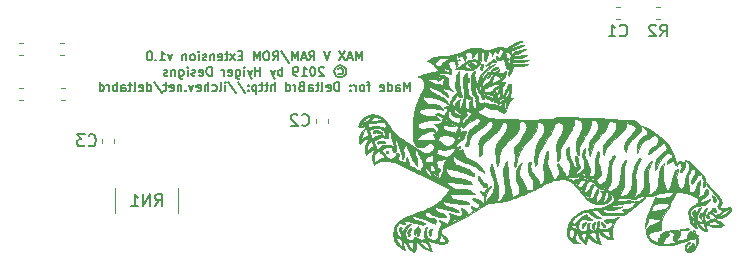
<source format=gbr>
G04 #@! TF.GenerationSoftware,KiCad,Pcbnew,(5.1.2-1)-1*
G04 #@! TF.CreationDate,2019-07-09T00:43:20-07:00*
G04 #@! TF.ProjectId,ram_board,72616d5f-626f-4617-9264-2e6b69636164,rev?*
G04 #@! TF.SameCoordinates,Original*
G04 #@! TF.FileFunction,Legend,Bot*
G04 #@! TF.FilePolarity,Positive*
%FSLAX46Y46*%
G04 Gerber Fmt 4.6, Leading zero omitted, Abs format (unit mm)*
G04 Created by KiCad (PCBNEW (5.1.2-1)-1) date 2019-07-09 00:43:20*
%MOMM*%
%LPD*%
G04 APERTURE LIST*
%ADD10C,0.152400*%
%ADD11C,0.120000*%
%ADD12C,0.010000*%
%ADD13C,0.150000*%
G04 APERTURE END LIST*
D10*
X151982714Y-78805314D02*
X151982714Y-78043314D01*
X151728714Y-78587600D01*
X151474714Y-78043314D01*
X151474714Y-78805314D01*
X151148142Y-78587600D02*
X150785285Y-78587600D01*
X151220714Y-78805314D02*
X150966714Y-78043314D01*
X150712714Y-78805314D01*
X150531285Y-78043314D02*
X150023285Y-78805314D01*
X150023285Y-78043314D02*
X150531285Y-78805314D01*
X149261285Y-78043314D02*
X149007285Y-78805314D01*
X148753285Y-78043314D01*
X147483285Y-78805314D02*
X147737285Y-78442457D01*
X147918714Y-78805314D02*
X147918714Y-78043314D01*
X147628428Y-78043314D01*
X147555857Y-78079600D01*
X147519571Y-78115885D01*
X147483285Y-78188457D01*
X147483285Y-78297314D01*
X147519571Y-78369885D01*
X147555857Y-78406171D01*
X147628428Y-78442457D01*
X147918714Y-78442457D01*
X147193000Y-78587600D02*
X146830142Y-78587600D01*
X147265571Y-78805314D02*
X147011571Y-78043314D01*
X146757571Y-78805314D01*
X146503571Y-78805314D02*
X146503571Y-78043314D01*
X146249571Y-78587600D01*
X145995571Y-78043314D01*
X145995571Y-78805314D01*
X145088428Y-78007028D02*
X145741571Y-78986742D01*
X144399000Y-78805314D02*
X144653000Y-78442457D01*
X144834428Y-78805314D02*
X144834428Y-78043314D01*
X144544142Y-78043314D01*
X144471571Y-78079600D01*
X144435285Y-78115885D01*
X144399000Y-78188457D01*
X144399000Y-78297314D01*
X144435285Y-78369885D01*
X144471571Y-78406171D01*
X144544142Y-78442457D01*
X144834428Y-78442457D01*
X143927285Y-78043314D02*
X143782142Y-78043314D01*
X143709571Y-78079600D01*
X143637000Y-78152171D01*
X143600714Y-78297314D01*
X143600714Y-78551314D01*
X143637000Y-78696457D01*
X143709571Y-78769028D01*
X143782142Y-78805314D01*
X143927285Y-78805314D01*
X143999857Y-78769028D01*
X144072428Y-78696457D01*
X144108714Y-78551314D01*
X144108714Y-78297314D01*
X144072428Y-78152171D01*
X143999857Y-78079600D01*
X143927285Y-78043314D01*
X143274142Y-78805314D02*
X143274142Y-78043314D01*
X143020142Y-78587600D01*
X142766142Y-78043314D01*
X142766142Y-78805314D01*
X141822714Y-78406171D02*
X141568714Y-78406171D01*
X141459857Y-78805314D02*
X141822714Y-78805314D01*
X141822714Y-78043314D01*
X141459857Y-78043314D01*
X141205857Y-78805314D02*
X140806714Y-78297314D01*
X141205857Y-78297314D02*
X140806714Y-78805314D01*
X140625285Y-78297314D02*
X140335000Y-78297314D01*
X140516428Y-78043314D02*
X140516428Y-78696457D01*
X140480142Y-78769028D01*
X140407571Y-78805314D01*
X140335000Y-78805314D01*
X139790714Y-78769028D02*
X139863285Y-78805314D01*
X140008428Y-78805314D01*
X140081000Y-78769028D01*
X140117285Y-78696457D01*
X140117285Y-78406171D01*
X140081000Y-78333600D01*
X140008428Y-78297314D01*
X139863285Y-78297314D01*
X139790714Y-78333600D01*
X139754428Y-78406171D01*
X139754428Y-78478742D01*
X140117285Y-78551314D01*
X139427857Y-78297314D02*
X139427857Y-78805314D01*
X139427857Y-78369885D02*
X139391571Y-78333600D01*
X139319000Y-78297314D01*
X139210142Y-78297314D01*
X139137571Y-78333600D01*
X139101285Y-78406171D01*
X139101285Y-78805314D01*
X138774714Y-78769028D02*
X138702142Y-78805314D01*
X138557000Y-78805314D01*
X138484428Y-78769028D01*
X138448142Y-78696457D01*
X138448142Y-78660171D01*
X138484428Y-78587600D01*
X138557000Y-78551314D01*
X138665857Y-78551314D01*
X138738428Y-78515028D01*
X138774714Y-78442457D01*
X138774714Y-78406171D01*
X138738428Y-78333600D01*
X138665857Y-78297314D01*
X138557000Y-78297314D01*
X138484428Y-78333600D01*
X138121571Y-78805314D02*
X138121571Y-78297314D01*
X138121571Y-78043314D02*
X138157857Y-78079600D01*
X138121571Y-78115885D01*
X138085285Y-78079600D01*
X138121571Y-78043314D01*
X138121571Y-78115885D01*
X137649857Y-78805314D02*
X137722428Y-78769028D01*
X137758714Y-78732742D01*
X137795000Y-78660171D01*
X137795000Y-78442457D01*
X137758714Y-78369885D01*
X137722428Y-78333600D01*
X137649857Y-78297314D01*
X137541000Y-78297314D01*
X137468428Y-78333600D01*
X137432142Y-78369885D01*
X137395857Y-78442457D01*
X137395857Y-78660171D01*
X137432142Y-78732742D01*
X137468428Y-78769028D01*
X137541000Y-78805314D01*
X137649857Y-78805314D01*
X137069285Y-78297314D02*
X137069285Y-78805314D01*
X137069285Y-78369885D02*
X137033000Y-78333600D01*
X136960428Y-78297314D01*
X136851571Y-78297314D01*
X136779000Y-78333600D01*
X136742714Y-78406171D01*
X136742714Y-78805314D01*
X135871857Y-78297314D02*
X135690428Y-78805314D01*
X135509000Y-78297314D01*
X134819571Y-78805314D02*
X135255000Y-78805314D01*
X135037285Y-78805314D02*
X135037285Y-78043314D01*
X135109857Y-78152171D01*
X135182428Y-78224742D01*
X135255000Y-78261028D01*
X134493000Y-78732742D02*
X134456714Y-78769028D01*
X134493000Y-78805314D01*
X134529285Y-78769028D01*
X134493000Y-78732742D01*
X134493000Y-78805314D01*
X133985000Y-78043314D02*
X133912428Y-78043314D01*
X133839857Y-78079600D01*
X133803571Y-78115885D01*
X133767285Y-78188457D01*
X133731000Y-78333600D01*
X133731000Y-78515028D01*
X133767285Y-78660171D01*
X133803571Y-78732742D01*
X133839857Y-78769028D01*
X133912428Y-78805314D01*
X133985000Y-78805314D01*
X134057571Y-78769028D01*
X134093857Y-78732742D01*
X134130142Y-78660171D01*
X134166428Y-78515028D01*
X134166428Y-78333600D01*
X134130142Y-78188457D01*
X134093857Y-78115885D01*
X134057571Y-78079600D01*
X133985000Y-78043314D01*
X149950714Y-79520142D02*
X150023285Y-79483857D01*
X150168428Y-79483857D01*
X150241000Y-79520142D01*
X150313571Y-79592714D01*
X150349857Y-79665285D01*
X150349857Y-79810428D01*
X150313571Y-79883000D01*
X150241000Y-79955571D01*
X150168428Y-79991857D01*
X150023285Y-79991857D01*
X149950714Y-79955571D01*
X150095857Y-79229857D02*
X150277285Y-79266142D01*
X150458714Y-79375000D01*
X150567571Y-79556428D01*
X150603857Y-79737857D01*
X150567571Y-79919285D01*
X150458714Y-80100714D01*
X150277285Y-80209571D01*
X150095857Y-80245857D01*
X149914428Y-80209571D01*
X149733000Y-80100714D01*
X149624142Y-79919285D01*
X149587857Y-79737857D01*
X149624142Y-79556428D01*
X149733000Y-79375000D01*
X149914428Y-79266142D01*
X150095857Y-79229857D01*
X148717000Y-79411285D02*
X148680714Y-79375000D01*
X148608142Y-79338714D01*
X148426714Y-79338714D01*
X148354142Y-79375000D01*
X148317857Y-79411285D01*
X148281571Y-79483857D01*
X148281571Y-79556428D01*
X148317857Y-79665285D01*
X148753285Y-80100714D01*
X148281571Y-80100714D01*
X147809857Y-79338714D02*
X147737285Y-79338714D01*
X147664714Y-79375000D01*
X147628428Y-79411285D01*
X147592142Y-79483857D01*
X147555857Y-79629000D01*
X147555857Y-79810428D01*
X147592142Y-79955571D01*
X147628428Y-80028142D01*
X147664714Y-80064428D01*
X147737285Y-80100714D01*
X147809857Y-80100714D01*
X147882428Y-80064428D01*
X147918714Y-80028142D01*
X147955000Y-79955571D01*
X147991285Y-79810428D01*
X147991285Y-79629000D01*
X147955000Y-79483857D01*
X147918714Y-79411285D01*
X147882428Y-79375000D01*
X147809857Y-79338714D01*
X146830142Y-80100714D02*
X147265571Y-80100714D01*
X147047857Y-80100714D02*
X147047857Y-79338714D01*
X147120428Y-79447571D01*
X147193000Y-79520142D01*
X147265571Y-79556428D01*
X146467285Y-80100714D02*
X146322142Y-80100714D01*
X146249571Y-80064428D01*
X146213285Y-80028142D01*
X146140714Y-79919285D01*
X146104428Y-79774142D01*
X146104428Y-79483857D01*
X146140714Y-79411285D01*
X146177000Y-79375000D01*
X146249571Y-79338714D01*
X146394714Y-79338714D01*
X146467285Y-79375000D01*
X146503571Y-79411285D01*
X146539857Y-79483857D01*
X146539857Y-79665285D01*
X146503571Y-79737857D01*
X146467285Y-79774142D01*
X146394714Y-79810428D01*
X146249571Y-79810428D01*
X146177000Y-79774142D01*
X146140714Y-79737857D01*
X146104428Y-79665285D01*
X145197285Y-80100714D02*
X145197285Y-79338714D01*
X145197285Y-79629000D02*
X145124714Y-79592714D01*
X144979571Y-79592714D01*
X144907000Y-79629000D01*
X144870714Y-79665285D01*
X144834428Y-79737857D01*
X144834428Y-79955571D01*
X144870714Y-80028142D01*
X144907000Y-80064428D01*
X144979571Y-80100714D01*
X145124714Y-80100714D01*
X145197285Y-80064428D01*
X144580428Y-79592714D02*
X144399000Y-80100714D01*
X144217571Y-79592714D02*
X144399000Y-80100714D01*
X144471571Y-80282142D01*
X144507857Y-80318428D01*
X144580428Y-80354714D01*
X143346714Y-80100714D02*
X143346714Y-79338714D01*
X143346714Y-79701571D02*
X142911285Y-79701571D01*
X142911285Y-80100714D02*
X142911285Y-79338714D01*
X142621000Y-79592714D02*
X142439571Y-80100714D01*
X142258142Y-79592714D02*
X142439571Y-80100714D01*
X142512142Y-80282142D01*
X142548428Y-80318428D01*
X142621000Y-80354714D01*
X141967857Y-80100714D02*
X141967857Y-79592714D01*
X141967857Y-79338714D02*
X142004142Y-79375000D01*
X141967857Y-79411285D01*
X141931571Y-79375000D01*
X141967857Y-79338714D01*
X141967857Y-79411285D01*
X141278428Y-79592714D02*
X141278428Y-80209571D01*
X141314714Y-80282142D01*
X141351000Y-80318428D01*
X141423571Y-80354714D01*
X141532428Y-80354714D01*
X141605000Y-80318428D01*
X141278428Y-80064428D02*
X141351000Y-80100714D01*
X141496142Y-80100714D01*
X141568714Y-80064428D01*
X141605000Y-80028142D01*
X141641285Y-79955571D01*
X141641285Y-79737857D01*
X141605000Y-79665285D01*
X141568714Y-79629000D01*
X141496142Y-79592714D01*
X141351000Y-79592714D01*
X141278428Y-79629000D01*
X140625285Y-80064428D02*
X140697857Y-80100714D01*
X140843000Y-80100714D01*
X140915571Y-80064428D01*
X140951857Y-79991857D01*
X140951857Y-79701571D01*
X140915571Y-79629000D01*
X140843000Y-79592714D01*
X140697857Y-79592714D01*
X140625285Y-79629000D01*
X140589000Y-79701571D01*
X140589000Y-79774142D01*
X140951857Y-79846714D01*
X140262428Y-80100714D02*
X140262428Y-79592714D01*
X140262428Y-79737857D02*
X140226142Y-79665285D01*
X140189857Y-79629000D01*
X140117285Y-79592714D01*
X140044714Y-79592714D01*
X139210142Y-80100714D02*
X139210142Y-79338714D01*
X139028714Y-79338714D01*
X138919857Y-79375000D01*
X138847285Y-79447571D01*
X138811000Y-79520142D01*
X138774714Y-79665285D01*
X138774714Y-79774142D01*
X138811000Y-79919285D01*
X138847285Y-79991857D01*
X138919857Y-80064428D01*
X139028714Y-80100714D01*
X139210142Y-80100714D01*
X138157857Y-80064428D02*
X138230428Y-80100714D01*
X138375571Y-80100714D01*
X138448142Y-80064428D01*
X138484428Y-79991857D01*
X138484428Y-79701571D01*
X138448142Y-79629000D01*
X138375571Y-79592714D01*
X138230428Y-79592714D01*
X138157857Y-79629000D01*
X138121571Y-79701571D01*
X138121571Y-79774142D01*
X138484428Y-79846714D01*
X137831285Y-80064428D02*
X137758714Y-80100714D01*
X137613571Y-80100714D01*
X137541000Y-80064428D01*
X137504714Y-79991857D01*
X137504714Y-79955571D01*
X137541000Y-79883000D01*
X137613571Y-79846714D01*
X137722428Y-79846714D01*
X137795000Y-79810428D01*
X137831285Y-79737857D01*
X137831285Y-79701571D01*
X137795000Y-79629000D01*
X137722428Y-79592714D01*
X137613571Y-79592714D01*
X137541000Y-79629000D01*
X137178142Y-80100714D02*
X137178142Y-79592714D01*
X137178142Y-79338714D02*
X137214428Y-79375000D01*
X137178142Y-79411285D01*
X137141857Y-79375000D01*
X137178142Y-79338714D01*
X137178142Y-79411285D01*
X136488714Y-79592714D02*
X136488714Y-80209571D01*
X136525000Y-80282142D01*
X136561285Y-80318428D01*
X136633857Y-80354714D01*
X136742714Y-80354714D01*
X136815285Y-80318428D01*
X136488714Y-80064428D02*
X136561285Y-80100714D01*
X136706428Y-80100714D01*
X136779000Y-80064428D01*
X136815285Y-80028142D01*
X136851571Y-79955571D01*
X136851571Y-79737857D01*
X136815285Y-79665285D01*
X136779000Y-79629000D01*
X136706428Y-79592714D01*
X136561285Y-79592714D01*
X136488714Y-79629000D01*
X136125857Y-79592714D02*
X136125857Y-80100714D01*
X136125857Y-79665285D02*
X136089571Y-79629000D01*
X136017000Y-79592714D01*
X135908142Y-79592714D01*
X135835571Y-79629000D01*
X135799285Y-79701571D01*
X135799285Y-80100714D01*
X135472714Y-80064428D02*
X135400142Y-80100714D01*
X135255000Y-80100714D01*
X135182428Y-80064428D01*
X135146142Y-79991857D01*
X135146142Y-79955571D01*
X135182428Y-79883000D01*
X135255000Y-79846714D01*
X135363857Y-79846714D01*
X135436428Y-79810428D01*
X135472714Y-79737857D01*
X135472714Y-79701571D01*
X135436428Y-79629000D01*
X135363857Y-79592714D01*
X135255000Y-79592714D01*
X135182428Y-79629000D01*
X156028571Y-81396114D02*
X156028571Y-80634114D01*
X155774571Y-81178400D01*
X155520571Y-80634114D01*
X155520571Y-81396114D01*
X154831142Y-81396114D02*
X154831142Y-80996971D01*
X154867428Y-80924400D01*
X154940000Y-80888114D01*
X155085142Y-80888114D01*
X155157714Y-80924400D01*
X154831142Y-81359828D02*
X154903714Y-81396114D01*
X155085142Y-81396114D01*
X155157714Y-81359828D01*
X155194000Y-81287257D01*
X155194000Y-81214685D01*
X155157714Y-81142114D01*
X155085142Y-81105828D01*
X154903714Y-81105828D01*
X154831142Y-81069542D01*
X154141714Y-81396114D02*
X154141714Y-80634114D01*
X154141714Y-81359828D02*
X154214285Y-81396114D01*
X154359428Y-81396114D01*
X154432000Y-81359828D01*
X154468285Y-81323542D01*
X154504571Y-81250971D01*
X154504571Y-81033257D01*
X154468285Y-80960685D01*
X154432000Y-80924400D01*
X154359428Y-80888114D01*
X154214285Y-80888114D01*
X154141714Y-80924400D01*
X153488571Y-81359828D02*
X153561142Y-81396114D01*
X153706285Y-81396114D01*
X153778857Y-81359828D01*
X153815142Y-81287257D01*
X153815142Y-80996971D01*
X153778857Y-80924400D01*
X153706285Y-80888114D01*
X153561142Y-80888114D01*
X153488571Y-80924400D01*
X153452285Y-80996971D01*
X153452285Y-81069542D01*
X153815142Y-81142114D01*
X152654000Y-80888114D02*
X152363714Y-80888114D01*
X152545142Y-81396114D02*
X152545142Y-80742971D01*
X152508857Y-80670400D01*
X152436285Y-80634114D01*
X152363714Y-80634114D01*
X152000857Y-81396114D02*
X152073428Y-81359828D01*
X152109714Y-81323542D01*
X152146000Y-81250971D01*
X152146000Y-81033257D01*
X152109714Y-80960685D01*
X152073428Y-80924400D01*
X152000857Y-80888114D01*
X151892000Y-80888114D01*
X151819428Y-80924400D01*
X151783142Y-80960685D01*
X151746857Y-81033257D01*
X151746857Y-81250971D01*
X151783142Y-81323542D01*
X151819428Y-81359828D01*
X151892000Y-81396114D01*
X152000857Y-81396114D01*
X151420285Y-81396114D02*
X151420285Y-80888114D01*
X151420285Y-81033257D02*
X151384000Y-80960685D01*
X151347714Y-80924400D01*
X151275142Y-80888114D01*
X151202571Y-80888114D01*
X150948571Y-81323542D02*
X150912285Y-81359828D01*
X150948571Y-81396114D01*
X150984857Y-81359828D01*
X150948571Y-81323542D01*
X150948571Y-81396114D01*
X150948571Y-80924400D02*
X150912285Y-80960685D01*
X150948571Y-80996971D01*
X150984857Y-80960685D01*
X150948571Y-80924400D01*
X150948571Y-80996971D01*
X150005142Y-81396114D02*
X150005142Y-80634114D01*
X149823714Y-80634114D01*
X149714857Y-80670400D01*
X149642285Y-80742971D01*
X149606000Y-80815542D01*
X149569714Y-80960685D01*
X149569714Y-81069542D01*
X149606000Y-81214685D01*
X149642285Y-81287257D01*
X149714857Y-81359828D01*
X149823714Y-81396114D01*
X150005142Y-81396114D01*
X148952857Y-81359828D02*
X149025428Y-81396114D01*
X149170571Y-81396114D01*
X149243142Y-81359828D01*
X149279428Y-81287257D01*
X149279428Y-80996971D01*
X149243142Y-80924400D01*
X149170571Y-80888114D01*
X149025428Y-80888114D01*
X148952857Y-80924400D01*
X148916571Y-80996971D01*
X148916571Y-81069542D01*
X149279428Y-81142114D01*
X148481142Y-81396114D02*
X148553714Y-81359828D01*
X148590000Y-81287257D01*
X148590000Y-80634114D01*
X148299714Y-80888114D02*
X148009428Y-80888114D01*
X148190857Y-80634114D02*
X148190857Y-81287257D01*
X148154571Y-81359828D01*
X148082000Y-81396114D01*
X148009428Y-81396114D01*
X147428857Y-81396114D02*
X147428857Y-80996971D01*
X147465142Y-80924400D01*
X147537714Y-80888114D01*
X147682857Y-80888114D01*
X147755428Y-80924400D01*
X147428857Y-81359828D02*
X147501428Y-81396114D01*
X147682857Y-81396114D01*
X147755428Y-81359828D01*
X147791714Y-81287257D01*
X147791714Y-81214685D01*
X147755428Y-81142114D01*
X147682857Y-81105828D01*
X147501428Y-81105828D01*
X147428857Y-81069542D01*
X146812000Y-80996971D02*
X146703142Y-81033257D01*
X146666857Y-81069542D01*
X146630571Y-81142114D01*
X146630571Y-81250971D01*
X146666857Y-81323542D01*
X146703142Y-81359828D01*
X146775714Y-81396114D01*
X147066000Y-81396114D01*
X147066000Y-80634114D01*
X146812000Y-80634114D01*
X146739428Y-80670400D01*
X146703142Y-80706685D01*
X146666857Y-80779257D01*
X146666857Y-80851828D01*
X146703142Y-80924400D01*
X146739428Y-80960685D01*
X146812000Y-80996971D01*
X147066000Y-80996971D01*
X146304000Y-81396114D02*
X146304000Y-80888114D01*
X146304000Y-81033257D02*
X146267714Y-80960685D01*
X146231428Y-80924400D01*
X146158857Y-80888114D01*
X146086285Y-80888114D01*
X145505714Y-81396114D02*
X145505714Y-80634114D01*
X145505714Y-81359828D02*
X145578285Y-81396114D01*
X145723428Y-81396114D01*
X145796000Y-81359828D01*
X145832285Y-81323542D01*
X145868571Y-81250971D01*
X145868571Y-81033257D01*
X145832285Y-80960685D01*
X145796000Y-80924400D01*
X145723428Y-80888114D01*
X145578285Y-80888114D01*
X145505714Y-80924400D01*
X144562285Y-81396114D02*
X144562285Y-80634114D01*
X144235714Y-81396114D02*
X144235714Y-80996971D01*
X144272000Y-80924400D01*
X144344571Y-80888114D01*
X144453428Y-80888114D01*
X144526000Y-80924400D01*
X144562285Y-80960685D01*
X143981714Y-80888114D02*
X143691428Y-80888114D01*
X143872857Y-80634114D02*
X143872857Y-81287257D01*
X143836571Y-81359828D01*
X143764000Y-81396114D01*
X143691428Y-81396114D01*
X143546285Y-80888114D02*
X143256000Y-80888114D01*
X143437428Y-80634114D02*
X143437428Y-81287257D01*
X143401142Y-81359828D01*
X143328571Y-81396114D01*
X143256000Y-81396114D01*
X143002000Y-80888114D02*
X143002000Y-81650114D01*
X143002000Y-80924400D02*
X142929428Y-80888114D01*
X142784285Y-80888114D01*
X142711714Y-80924400D01*
X142675428Y-80960685D01*
X142639142Y-81033257D01*
X142639142Y-81250971D01*
X142675428Y-81323542D01*
X142711714Y-81359828D01*
X142784285Y-81396114D01*
X142929428Y-81396114D01*
X143002000Y-81359828D01*
X142312571Y-81323542D02*
X142276285Y-81359828D01*
X142312571Y-81396114D01*
X142348857Y-81359828D01*
X142312571Y-81323542D01*
X142312571Y-81396114D01*
X142312571Y-80924400D02*
X142276285Y-80960685D01*
X142312571Y-80996971D01*
X142348857Y-80960685D01*
X142312571Y-80924400D01*
X142312571Y-80996971D01*
X141405428Y-80597828D02*
X142058571Y-81577542D01*
X140607142Y-80597828D02*
X141260285Y-81577542D01*
X140353142Y-81396114D02*
X140353142Y-80888114D01*
X140353142Y-80634114D02*
X140389428Y-80670400D01*
X140353142Y-80706685D01*
X140316857Y-80670400D01*
X140353142Y-80634114D01*
X140353142Y-80706685D01*
X139881428Y-81396114D02*
X139954000Y-81359828D01*
X139990285Y-81287257D01*
X139990285Y-80634114D01*
X139264571Y-81359828D02*
X139337142Y-81396114D01*
X139482285Y-81396114D01*
X139554857Y-81359828D01*
X139591142Y-81323542D01*
X139627428Y-81250971D01*
X139627428Y-81033257D01*
X139591142Y-80960685D01*
X139554857Y-80924400D01*
X139482285Y-80888114D01*
X139337142Y-80888114D01*
X139264571Y-80924400D01*
X138938000Y-81396114D02*
X138938000Y-80634114D01*
X138611428Y-81396114D02*
X138611428Y-80996971D01*
X138647714Y-80924400D01*
X138720285Y-80888114D01*
X138829142Y-80888114D01*
X138901714Y-80924400D01*
X138938000Y-80960685D01*
X137958285Y-81359828D02*
X138030857Y-81396114D01*
X138176000Y-81396114D01*
X138248571Y-81359828D01*
X138284857Y-81287257D01*
X138284857Y-80996971D01*
X138248571Y-80924400D01*
X138176000Y-80888114D01*
X138030857Y-80888114D01*
X137958285Y-80924400D01*
X137922000Y-80996971D01*
X137922000Y-81069542D01*
X138284857Y-81142114D01*
X137668000Y-80888114D02*
X137486571Y-81396114D01*
X137305142Y-80888114D01*
X137014857Y-81323542D02*
X136978571Y-81359828D01*
X137014857Y-81396114D01*
X137051142Y-81359828D01*
X137014857Y-81323542D01*
X137014857Y-81396114D01*
X136652000Y-80888114D02*
X136652000Y-81396114D01*
X136652000Y-80960685D02*
X136615714Y-80924400D01*
X136543142Y-80888114D01*
X136434285Y-80888114D01*
X136361714Y-80924400D01*
X136325428Y-80996971D01*
X136325428Y-81396114D01*
X135672285Y-81359828D02*
X135744857Y-81396114D01*
X135890000Y-81396114D01*
X135962571Y-81359828D01*
X135998857Y-81287257D01*
X135998857Y-80996971D01*
X135962571Y-80924400D01*
X135890000Y-80888114D01*
X135744857Y-80888114D01*
X135672285Y-80924400D01*
X135636000Y-80996971D01*
X135636000Y-81069542D01*
X135998857Y-81142114D01*
X135418285Y-80888114D02*
X135128000Y-80888114D01*
X135309428Y-80634114D02*
X135309428Y-81287257D01*
X135273142Y-81359828D01*
X135200571Y-81396114D01*
X135128000Y-81396114D01*
X134329714Y-80597828D02*
X134982857Y-81577542D01*
X133749142Y-81396114D02*
X133749142Y-80634114D01*
X133749142Y-81359828D02*
X133821714Y-81396114D01*
X133966857Y-81396114D01*
X134039428Y-81359828D01*
X134075714Y-81323542D01*
X134112000Y-81250971D01*
X134112000Y-81033257D01*
X134075714Y-80960685D01*
X134039428Y-80924400D01*
X133966857Y-80888114D01*
X133821714Y-80888114D01*
X133749142Y-80924400D01*
X133096000Y-81359828D02*
X133168571Y-81396114D01*
X133313714Y-81396114D01*
X133386285Y-81359828D01*
X133422571Y-81287257D01*
X133422571Y-80996971D01*
X133386285Y-80924400D01*
X133313714Y-80888114D01*
X133168571Y-80888114D01*
X133096000Y-80924400D01*
X133059714Y-80996971D01*
X133059714Y-81069542D01*
X133422571Y-81142114D01*
X132624285Y-81396114D02*
X132696857Y-81359828D01*
X132733142Y-81287257D01*
X132733142Y-80634114D01*
X132442857Y-80888114D02*
X132152571Y-80888114D01*
X132334000Y-80634114D02*
X132334000Y-81287257D01*
X132297714Y-81359828D01*
X132225142Y-81396114D01*
X132152571Y-81396114D01*
X131572000Y-81396114D02*
X131572000Y-80996971D01*
X131608285Y-80924400D01*
X131680857Y-80888114D01*
X131826000Y-80888114D01*
X131898571Y-80924400D01*
X131572000Y-81359828D02*
X131644571Y-81396114D01*
X131826000Y-81396114D01*
X131898571Y-81359828D01*
X131934857Y-81287257D01*
X131934857Y-81214685D01*
X131898571Y-81142114D01*
X131826000Y-81105828D01*
X131644571Y-81105828D01*
X131572000Y-81069542D01*
X131209142Y-81396114D02*
X131209142Y-80634114D01*
X131209142Y-80924400D02*
X131136571Y-80888114D01*
X130991428Y-80888114D01*
X130918857Y-80924400D01*
X130882571Y-80960685D01*
X130846285Y-81033257D01*
X130846285Y-81250971D01*
X130882571Y-81323542D01*
X130918857Y-81359828D01*
X130991428Y-81396114D01*
X131136571Y-81396114D01*
X131209142Y-81359828D01*
X130519714Y-81396114D02*
X130519714Y-80888114D01*
X130519714Y-81033257D02*
X130483428Y-80960685D01*
X130447142Y-80924400D01*
X130374571Y-80888114D01*
X130302000Y-80888114D01*
X129721428Y-81396114D02*
X129721428Y-80634114D01*
X129721428Y-81359828D02*
X129794000Y-81396114D01*
X129939142Y-81396114D01*
X130011714Y-81359828D01*
X130048000Y-81323542D01*
X130084285Y-81250971D01*
X130084285Y-81033257D01*
X130048000Y-80960685D01*
X130011714Y-80924400D01*
X129939142Y-80888114D01*
X129794000Y-80888114D01*
X129721428Y-80924400D01*
D11*
X136401000Y-89628000D02*
X136401000Y-91728000D01*
X131061000Y-89628000D02*
X131061000Y-91728000D01*
X130913600Y-85452133D02*
X130913600Y-85794667D01*
X129893600Y-85452133D02*
X129893600Y-85794667D01*
X126764867Y-82145600D02*
X126422333Y-82145600D01*
X126764867Y-81125600D02*
X126422333Y-81125600D01*
X126750867Y-78386400D02*
X126408333Y-78386400D01*
X126750867Y-77366400D02*
X126408333Y-77366400D01*
X123208867Y-82196400D02*
X122866333Y-82196400D01*
X123208867Y-81176400D02*
X122866333Y-81176400D01*
X123208867Y-78386400D02*
X122866333Y-78386400D01*
X123208867Y-77366400D02*
X122866333Y-77366400D01*
X149100000Y-83775733D02*
X149100000Y-84118267D01*
X148080000Y-83775733D02*
X148080000Y-84118267D01*
D12*
G36*
X180351351Y-93843013D02*
G01*
X180387700Y-93879991D01*
X180405668Y-93947922D01*
X180408799Y-94029762D01*
X180389245Y-94215220D01*
X180338911Y-94392719D01*
X180261740Y-94557270D01*
X180161678Y-94703884D01*
X180042672Y-94827571D01*
X179908667Y-94923341D01*
X179763608Y-94986206D01*
X179633566Y-95010111D01*
X179534747Y-95010638D01*
X179461220Y-94995087D01*
X179434207Y-94983207D01*
X179354744Y-94920183D01*
X179297085Y-94829607D01*
X179263842Y-94721660D01*
X179257622Y-94606522D01*
X179281037Y-94494371D01*
X179298557Y-94454048D01*
X179346130Y-94380134D01*
X179408686Y-94309679D01*
X179479475Y-94247144D01*
X179551749Y-94196990D01*
X179618760Y-94163675D01*
X179673757Y-94151661D01*
X179709993Y-94165407D01*
X179717111Y-94177433D01*
X179717136Y-94233928D01*
X179680549Y-94297697D01*
X179611108Y-94363275D01*
X179569326Y-94392441D01*
X179479318Y-94456472D01*
X179423109Y-94514689D01*
X179394577Y-94575363D01*
X179387500Y-94638021D01*
X179397520Y-94695473D01*
X179422492Y-94755333D01*
X179454779Y-94803612D01*
X179486744Y-94826321D01*
X179490479Y-94826666D01*
X179504337Y-94808167D01*
X179522404Y-94761137D01*
X179531760Y-94729304D01*
X179563722Y-94651120D01*
X179611377Y-94581449D01*
X179665740Y-94530704D01*
X179717827Y-94509299D01*
X179721683Y-94509166D01*
X179780872Y-94490947D01*
X179837469Y-94444893D01*
X179877382Y-94383912D01*
X179885287Y-94359311D01*
X179908237Y-94300272D01*
X179938763Y-94277683D01*
X179971111Y-94287816D01*
X179999522Y-94326941D01*
X180018242Y-94391329D01*
X180022500Y-94448200D01*
X180031368Y-94522545D01*
X180054521Y-94581056D01*
X180086780Y-94612482D01*
X180099285Y-94615000D01*
X180113042Y-94597474D01*
X180136223Y-94553039D01*
X180149019Y-94525041D01*
X180185436Y-94420756D01*
X180217186Y-94290746D01*
X180241091Y-94151597D01*
X180253974Y-94019892D01*
X180255333Y-93970309D01*
X180256855Y-93895019D01*
X180263097Y-93852926D01*
X180276567Y-93834951D01*
X180293621Y-93831833D01*
X180351351Y-93843013D01*
X180351351Y-93843013D01*
G37*
X180351351Y-93843013D02*
X180387700Y-93879991D01*
X180405668Y-93947922D01*
X180408799Y-94029762D01*
X180389245Y-94215220D01*
X180338911Y-94392719D01*
X180261740Y-94557270D01*
X180161678Y-94703884D01*
X180042672Y-94827571D01*
X179908667Y-94923341D01*
X179763608Y-94986206D01*
X179633566Y-95010111D01*
X179534747Y-95010638D01*
X179461220Y-94995087D01*
X179434207Y-94983207D01*
X179354744Y-94920183D01*
X179297085Y-94829607D01*
X179263842Y-94721660D01*
X179257622Y-94606522D01*
X179281037Y-94494371D01*
X179298557Y-94454048D01*
X179346130Y-94380134D01*
X179408686Y-94309679D01*
X179479475Y-94247144D01*
X179551749Y-94196990D01*
X179618760Y-94163675D01*
X179673757Y-94151661D01*
X179709993Y-94165407D01*
X179717111Y-94177433D01*
X179717136Y-94233928D01*
X179680549Y-94297697D01*
X179611108Y-94363275D01*
X179569326Y-94392441D01*
X179479318Y-94456472D01*
X179423109Y-94514689D01*
X179394577Y-94575363D01*
X179387500Y-94638021D01*
X179397520Y-94695473D01*
X179422492Y-94755333D01*
X179454779Y-94803612D01*
X179486744Y-94826321D01*
X179490479Y-94826666D01*
X179504337Y-94808167D01*
X179522404Y-94761137D01*
X179531760Y-94729304D01*
X179563722Y-94651120D01*
X179611377Y-94581449D01*
X179665740Y-94530704D01*
X179717827Y-94509299D01*
X179721683Y-94509166D01*
X179780872Y-94490947D01*
X179837469Y-94444893D01*
X179877382Y-94383912D01*
X179885287Y-94359311D01*
X179908237Y-94300272D01*
X179938763Y-94277683D01*
X179971111Y-94287816D01*
X179999522Y-94326941D01*
X180018242Y-94391329D01*
X180022500Y-94448200D01*
X180031368Y-94522545D01*
X180054521Y-94581056D01*
X180086780Y-94612482D01*
X180099285Y-94615000D01*
X180113042Y-94597474D01*
X180136223Y-94553039D01*
X180149019Y-94525041D01*
X180185436Y-94420756D01*
X180217186Y-94290746D01*
X180241091Y-94151597D01*
X180253974Y-94019892D01*
X180255333Y-93970309D01*
X180256855Y-93895019D01*
X180263097Y-93852926D01*
X180276567Y-93834951D01*
X180293621Y-93831833D01*
X180351351Y-93843013D01*
G36*
X165412208Y-77187007D02*
G01*
X165449936Y-77201605D01*
X165452983Y-77218398D01*
X165419213Y-77240583D01*
X165359212Y-77266369D01*
X165226693Y-77326366D01*
X165073177Y-77408090D01*
X164909149Y-77504963D01*
X164745091Y-77610405D01*
X164591486Y-77717840D01*
X164458817Y-77820687D01*
X164412083Y-77860735D01*
X164327416Y-77936064D01*
X164486166Y-77852315D01*
X164692821Y-77753909D01*
X164927203Y-77660296D01*
X165174709Y-77576464D01*
X165420734Y-77507401D01*
X165629166Y-77461931D01*
X165703250Y-77448401D01*
X165639750Y-77501293D01*
X165567376Y-77551778D01*
X165464625Y-77610444D01*
X165341477Y-77672687D01*
X165207910Y-77733905D01*
X165073905Y-77789493D01*
X164949442Y-77834849D01*
X164857125Y-77862292D01*
X164767750Y-77885938D01*
X164694392Y-77907426D01*
X164646385Y-77923902D01*
X164632888Y-77930891D01*
X164619044Y-77956781D01*
X164594527Y-78011053D01*
X164564262Y-78082735D01*
X164559488Y-78094416D01*
X164525707Y-78177296D01*
X164503741Y-78226599D01*
X164488811Y-78247694D01*
X164476138Y-78245950D01*
X164460942Y-78226734D01*
X164452531Y-78214564D01*
X164392124Y-78158146D01*
X164305384Y-78113479D01*
X164208046Y-78087569D01*
X164158926Y-78083833D01*
X164101777Y-78086963D01*
X164067280Y-78094888D01*
X164062677Y-78099708D01*
X164067620Y-78135771D01*
X164081632Y-78203166D01*
X164102943Y-78295163D01*
X164129788Y-78405032D01*
X164160399Y-78526044D01*
X164193009Y-78651469D01*
X164225851Y-78774578D01*
X164257158Y-78888641D01*
X164285164Y-78986928D01*
X164308100Y-79062710D01*
X164324201Y-79109257D01*
X164330826Y-79120942D01*
X164367018Y-79103006D01*
X164407871Y-79057402D01*
X164444749Y-78996652D01*
X164469018Y-78933280D01*
X164472589Y-78915359D01*
X164479390Y-78857026D01*
X164487367Y-78771940D01*
X164495103Y-78675605D01*
X164497310Y-78644750D01*
X164509740Y-78509133D01*
X164527413Y-78406809D01*
X164553083Y-78328811D01*
X164589506Y-78266173D01*
X164627130Y-78222232D01*
X164709256Y-78156612D01*
X164825721Y-78090369D01*
X164968714Y-78026818D01*
X165130423Y-77969274D01*
X165303039Y-77921052D01*
X165375166Y-77904742D01*
X165468646Y-77887129D01*
X165563119Y-77872741D01*
X165650531Y-77862338D01*
X165722828Y-77856678D01*
X165771955Y-77856522D01*
X165789858Y-77862630D01*
X165787916Y-77865815D01*
X165764111Y-77879665D01*
X165707051Y-77909350D01*
X165621661Y-77952414D01*
X165512864Y-78006403D01*
X165385586Y-78068859D01*
X165244750Y-78137330D01*
X165199454Y-78159226D01*
X165058251Y-78228018D01*
X164931730Y-78290871D01*
X164824281Y-78345506D01*
X164740296Y-78389643D01*
X164684167Y-78421002D01*
X164660284Y-78437303D01*
X164660456Y-78439052D01*
X164688055Y-78438834D01*
X164752311Y-78435309D01*
X164847710Y-78428872D01*
X164968737Y-78419922D01*
X165109879Y-78408855D01*
X165265621Y-78396068D01*
X165311432Y-78392205D01*
X165469100Y-78379128D01*
X165612652Y-78367793D01*
X165736799Y-78358571D01*
X165836253Y-78351835D01*
X165905725Y-78347956D01*
X165939927Y-78347307D01*
X165942530Y-78347807D01*
X165931263Y-78361872D01*
X165888810Y-78387281D01*
X165823482Y-78420154D01*
X165743593Y-78456613D01*
X165657457Y-78492777D01*
X165573386Y-78524767D01*
X165535733Y-78537655D01*
X165399151Y-78573859D01*
X165243318Y-78601753D01*
X165084034Y-78619435D01*
X164937098Y-78624999D01*
X164848406Y-78620495D01*
X164775473Y-78614633D01*
X164733767Y-78617430D01*
X164712758Y-78630598D01*
X164705919Y-78643624D01*
X164710133Y-78685851D01*
X164744620Y-78732272D01*
X164799580Y-78773447D01*
X164865209Y-78799934D01*
X164869125Y-78800818D01*
X164908977Y-78803707D01*
X164984758Y-78803973D01*
X165090154Y-78801796D01*
X165218854Y-78797355D01*
X165364544Y-78790828D01*
X165520914Y-78782395D01*
X165523333Y-78782253D01*
X165675698Y-78773527D01*
X165813715Y-78766005D01*
X165931901Y-78759953D01*
X166024773Y-78755640D01*
X166086847Y-78753335D01*
X166112641Y-78753304D01*
X166112996Y-78753422D01*
X166103304Y-78765025D01*
X166060349Y-78784844D01*
X165991764Y-78810157D01*
X165905182Y-78838239D01*
X165808234Y-78866368D01*
X165762286Y-78878566D01*
X165554680Y-78925448D01*
X165357523Y-78954965D01*
X165154864Y-78968716D01*
X164930755Y-78968298D01*
X164883041Y-78966696D01*
X164773592Y-78963493D01*
X164680905Y-78962588D01*
X164612346Y-78963910D01*
X164575280Y-78967387D01*
X164570833Y-78969718D01*
X164587083Y-79008986D01*
X164627828Y-79056738D01*
X164681064Y-79100015D01*
X164704282Y-79113751D01*
X164734893Y-79126280D01*
X164775276Y-79135336D01*
X164831855Y-79141352D01*
X164911052Y-79144760D01*
X165019291Y-79145994D01*
X165162994Y-79145486D01*
X165173956Y-79145401D01*
X165319789Y-79143748D01*
X165469278Y-79141189D01*
X165610138Y-79137994D01*
X165730089Y-79134432D01*
X165798500Y-79131703D01*
X166020750Y-79121198D01*
X165925500Y-79166910D01*
X165755893Y-79231334D01*
X165560110Y-79277358D01*
X165350839Y-79303362D01*
X165140770Y-79307728D01*
X164954553Y-79290756D01*
X164873531Y-79278597D01*
X164809276Y-79269786D01*
X164772696Y-79265790D01*
X164768786Y-79265745D01*
X164757016Y-79285499D01*
X164739146Y-79336235D01*
X164718704Y-79407712D01*
X164715200Y-79421294D01*
X164685058Y-79522872D01*
X164646202Y-79631415D01*
X164613521Y-79708965D01*
X164572924Y-79788118D01*
X164524018Y-79872236D01*
X164472334Y-79953116D01*
X164423402Y-80022552D01*
X164382751Y-80072343D01*
X164355913Y-80094284D01*
X164353510Y-80094666D01*
X164344192Y-80074575D01*
X164340151Y-80018019D01*
X164341712Y-79930577D01*
X164342747Y-79909458D01*
X164368035Y-79711952D01*
X164422798Y-79539386D01*
X164509553Y-79384054D01*
X164518879Y-79370846D01*
X164554246Y-79317535D01*
X164571686Y-79282571D01*
X164567739Y-79273559D01*
X164532151Y-79285933D01*
X164472509Y-79305965D01*
X164431691Y-79319461D01*
X164369496Y-79341925D01*
X164338874Y-79361909D01*
X164330599Y-79388220D01*
X164332952Y-79413706D01*
X164328607Y-79475415D01*
X164298666Y-79508637D01*
X164250433Y-79508072D01*
X164222434Y-79493920D01*
X164193030Y-79472348D01*
X164169184Y-79446653D01*
X164148437Y-79410496D01*
X164128331Y-79357540D01*
X164106407Y-79281446D01*
X164080208Y-79175875D01*
X164051687Y-79053658D01*
X164025304Y-78939867D01*
X164001598Y-78838950D01*
X163982472Y-78758904D01*
X163969828Y-78707726D01*
X163966323Y-78694771D01*
X163955783Y-78678365D01*
X163933080Y-78678387D01*
X163889489Y-78696827D01*
X163837287Y-78724244D01*
X163729887Y-78771331D01*
X163616751Y-78794869D01*
X163577046Y-78798512D01*
X163499651Y-78802707D01*
X163449380Y-78798912D01*
X163411213Y-78783154D01*
X163370131Y-78751460D01*
X163357474Y-78740430D01*
X163288888Y-78659268D01*
X163255012Y-78570472D01*
X163257959Y-78487379D01*
X163275108Y-78445107D01*
X163299867Y-78433355D01*
X163336810Y-78453575D01*
X163390512Y-78507219D01*
X163417374Y-78537968D01*
X163468379Y-78595174D01*
X163509691Y-78636949D01*
X163533170Y-78655125D01*
X163534345Y-78655333D01*
X163552643Y-78638273D01*
X163586740Y-78592482D01*
X163631536Y-78526045D01*
X163681933Y-78447045D01*
X163732831Y-78363568D01*
X163737286Y-78355881D01*
X163896204Y-78355881D01*
X163896395Y-78420815D01*
X163915721Y-78470862D01*
X163930541Y-78484304D01*
X163973330Y-78504165D01*
X163996424Y-78495933D01*
X164007652Y-78473685D01*
X164020503Y-78399934D01*
X164007806Y-78329349D01*
X163979851Y-78286441D01*
X163948500Y-78262181D01*
X163930051Y-78269278D01*
X163916351Y-78292352D01*
X163896204Y-78355881D01*
X163737286Y-78355881D01*
X163779129Y-78283698D01*
X163815729Y-78215518D01*
X163828475Y-78189054D01*
X163865099Y-78074971D01*
X163866809Y-77974463D01*
X163833605Y-77892470D01*
X163828463Y-77885604D01*
X163769121Y-77841086D01*
X163695258Y-77830300D01*
X163618793Y-77853918D01*
X163591292Y-77872243D01*
X163550752Y-77916658D01*
X163506345Y-77983691D01*
X163465882Y-78058990D01*
X163437173Y-78128200D01*
X163427833Y-78172655D01*
X163418786Y-78203739D01*
X163395765Y-78203955D01*
X163364949Y-78179667D01*
X163332516Y-78137237D01*
X163304647Y-78083025D01*
X163288538Y-78029238D01*
X163276345Y-77982667D01*
X163258916Y-77970099D01*
X163235743Y-77978850D01*
X163188507Y-78017849D01*
X163133067Y-78083668D01*
X163077943Y-78164238D01*
X163031656Y-78247490D01*
X163009721Y-78299059D01*
X162986677Y-78357027D01*
X162967227Y-78394093D01*
X162959554Y-78401333D01*
X162946790Y-78382934D01*
X162933886Y-78337944D01*
X162932520Y-78331021D01*
X162910490Y-78266037D01*
X162873903Y-78199433D01*
X162868410Y-78191691D01*
X162826587Y-78143576D01*
X162773318Y-78093190D01*
X162720010Y-78050140D01*
X162678067Y-78024032D01*
X162664947Y-78020333D01*
X162654971Y-78039640D01*
X162635165Y-78093512D01*
X162607551Y-78175872D01*
X162574155Y-78280647D01*
X162537000Y-78401761D01*
X162529182Y-78427791D01*
X162491114Y-78553814D01*
X162456254Y-78667006D01*
X162426709Y-78760696D01*
X162404589Y-78828213D01*
X162392002Y-78862886D01*
X162390997Y-78864969D01*
X162374469Y-78877225D01*
X162350686Y-78856199D01*
X162335083Y-78833721D01*
X162317162Y-78799798D01*
X162305949Y-78758262D01*
X162300326Y-78699642D01*
X162299173Y-78614468D01*
X162300311Y-78539418D01*
X162300303Y-78436572D01*
X162296426Y-78342605D01*
X162289393Y-78269754D01*
X162282673Y-78236923D01*
X162241813Y-78168610D01*
X162179626Y-78127383D01*
X162107595Y-78116023D01*
X162037204Y-78137311D01*
X161999260Y-78168304D01*
X161978773Y-78199264D01*
X161975912Y-78237336D01*
X161989134Y-78297857D01*
X162004997Y-78390487D01*
X162012292Y-78507163D01*
X162011005Y-78630472D01*
X162001124Y-78743001D01*
X161989525Y-78804335D01*
X161916286Y-79012185D01*
X161810203Y-79194590D01*
X161672805Y-79349607D01*
X161505624Y-79475295D01*
X161426313Y-79519162D01*
X161254830Y-79583701D01*
X161063830Y-79618461D01*
X160864428Y-79622883D01*
X160667740Y-79596409D01*
X160549166Y-79563252D01*
X160484486Y-79543232D01*
X160420208Y-79529503D01*
X160345867Y-79520887D01*
X160250997Y-79516207D01*
X160125132Y-79514285D01*
X160113279Y-79514215D01*
X159814974Y-79512583D01*
X159961254Y-79433145D01*
X160030411Y-79392698D01*
X160123829Y-79334003D01*
X160231442Y-79263586D01*
X160331731Y-79195725D01*
X160660552Y-79195725D01*
X160682184Y-79243085D01*
X160693736Y-79258818D01*
X160723455Y-79326925D01*
X160712697Y-79398323D01*
X160691259Y-79433719D01*
X160677571Y-79456695D01*
X160686638Y-79472302D01*
X160725791Y-79487207D01*
X160760833Y-79496990D01*
X160823235Y-79509551D01*
X160855533Y-79501929D01*
X160866322Y-79471090D01*
X160866666Y-79459666D01*
X160872007Y-79425197D01*
X160892298Y-79412032D01*
X160933945Y-79420359D01*
X161003351Y-79450368D01*
X161032425Y-79464559D01*
X161113578Y-79500941D01*
X161164423Y-79514009D01*
X161186914Y-79507718D01*
X161197646Y-79473928D01*
X161174093Y-79426104D01*
X161114951Y-79362251D01*
X161060229Y-79314064D01*
X161003756Y-79261588D01*
X160961594Y-79212785D01*
X160944821Y-79183051D01*
X160949543Y-79129307D01*
X160988792Y-79086929D01*
X161055119Y-79061822D01*
X161103288Y-79057500D01*
X161179533Y-79051172D01*
X161251542Y-79035636D01*
X161260645Y-79032585D01*
X161315207Y-79018501D01*
X161351302Y-79026942D01*
X161362689Y-79035176D01*
X161392044Y-79075665D01*
X161384493Y-79121665D01*
X161338973Y-79178117D01*
X161330094Y-79186591D01*
X161264356Y-79248000D01*
X161337519Y-79248000D01*
X161439962Y-79236024D01*
X161530497Y-79203497D01*
X161600716Y-79155520D01*
X161642214Y-79097191D01*
X161649833Y-79058520D01*
X161630909Y-78981735D01*
X161578791Y-78922458D01*
X161500460Y-78884852D01*
X161402896Y-78873079D01*
X161347769Y-78878399D01*
X161291672Y-78891177D01*
X161207577Y-78914457D01*
X161107448Y-78944775D01*
X161015991Y-78974389D01*
X160873453Y-79025100D01*
X160769531Y-79070037D01*
X160701334Y-79111753D01*
X160665971Y-79152798D01*
X160660552Y-79195725D01*
X160331731Y-79195725D01*
X160343186Y-79187974D01*
X160397142Y-79150484D01*
X160506546Y-79075452D01*
X160616309Y-79003223D01*
X160716569Y-78940081D01*
X160797464Y-78892309D01*
X160828122Y-78875871D01*
X161024175Y-78792346D01*
X161215948Y-78740589D01*
X161397604Y-78721525D01*
X161563306Y-78736079D01*
X161620010Y-78750354D01*
X161681741Y-78768391D01*
X161725513Y-78779908D01*
X161737278Y-78782104D01*
X161752532Y-78763021D01*
X161768309Y-78712480D01*
X161782522Y-78641274D01*
X161793082Y-78560196D01*
X161797901Y-78480041D01*
X161798000Y-78468273D01*
X161791813Y-78383982D01*
X161775373Y-78288949D01*
X161751861Y-78195015D01*
X161724457Y-78114024D01*
X161696343Y-78057817D01*
X161683888Y-78043412D01*
X161663348Y-78036579D01*
X161639734Y-78054780D01*
X161606994Y-78103731D01*
X161591326Y-78130835D01*
X161534291Y-78223407D01*
X161464531Y-78324605D01*
X161391029Y-78422356D01*
X161322769Y-78504590D01*
X161280030Y-78549182D01*
X161223765Y-78601781D01*
X161246299Y-78542512D01*
X161267160Y-78447583D01*
X161253711Y-78352464D01*
X161221208Y-78275092D01*
X161153667Y-78185150D01*
X161064189Y-78128020D01*
X160959972Y-78105798D01*
X160848213Y-78120582D01*
X160782291Y-78147184D01*
X160712430Y-78189891D01*
X160678832Y-78233794D01*
X160676548Y-78289766D01*
X160692094Y-78345308D01*
X160711369Y-78442647D01*
X160712492Y-78557203D01*
X160696688Y-78669969D01*
X160665229Y-78761851D01*
X160627554Y-78834707D01*
X160598888Y-78771478D01*
X160576704Y-78722315D01*
X160543534Y-78648546D01*
X160505688Y-78564205D01*
X160496542Y-78543797D01*
X160422861Y-78379345D01*
X160253180Y-78464658D01*
X160172780Y-78504694D01*
X160122896Y-78527170D01*
X160096244Y-78533589D01*
X160085542Y-78525454D01*
X160083507Y-78504269D01*
X160083500Y-78499674D01*
X160096437Y-78447115D01*
X160125833Y-78395557D01*
X160158437Y-78351047D01*
X160164670Y-78327274D01*
X160145666Y-78312794D01*
X160134485Y-78308271D01*
X160085329Y-78308552D01*
X160024040Y-78333167D01*
X159965543Y-78373892D01*
X159924767Y-78422507D01*
X159923817Y-78424303D01*
X159896651Y-78517714D01*
X159901805Y-78632305D01*
X159939475Y-78770586D01*
X159953636Y-78808240D01*
X159998686Y-78931839D01*
X160024283Y-79027638D01*
X160032021Y-79104569D01*
X160023495Y-79171562D01*
X160020501Y-79182753D01*
X159995612Y-79240515D01*
X159958598Y-79296797D01*
X159919273Y-79338802D01*
X159889310Y-79353833D01*
X159880204Y-79334562D01*
X159873756Y-79284302D01*
X159871485Y-79221541D01*
X159854038Y-79083453D01*
X159802713Y-78970183D01*
X159717849Y-78882435D01*
X159704339Y-78872917D01*
X159616187Y-78834875D01*
X159517844Y-78825918D01*
X159421084Y-78843818D01*
X159337676Y-78886348D01*
X159279395Y-78951280D01*
X159278148Y-78953569D01*
X159258777Y-79028058D01*
X159263386Y-79123297D01*
X159289845Y-79226713D01*
X159336024Y-79325731D01*
X159343120Y-79337241D01*
X159414219Y-79453020D01*
X159463061Y-79543976D01*
X159493236Y-79618812D01*
X159508334Y-79686231D01*
X159512000Y-79746659D01*
X159502809Y-79840793D01*
X159474958Y-79899941D01*
X159453823Y-79921197D01*
X159429868Y-79931529D01*
X159392280Y-79931646D01*
X159330243Y-79922259D01*
X159279166Y-79912811D01*
X159180085Y-79897755D01*
X159061653Y-79885529D01*
X158930275Y-79876181D01*
X158792355Y-79869759D01*
X158654299Y-79866312D01*
X158522511Y-79865888D01*
X158403395Y-79868538D01*
X158303357Y-79874308D01*
X158228802Y-79883248D01*
X158186133Y-79895407D01*
X158178500Y-79904440D01*
X158198401Y-79923047D01*
X158253846Y-79945622D01*
X158338446Y-79970323D01*
X158445812Y-79995303D01*
X158569556Y-80018717D01*
X158580666Y-80020583D01*
X158681966Y-80039112D01*
X158779880Y-80059893D01*
X158858354Y-80079422D01*
X158880609Y-80086066D01*
X158957749Y-80122072D01*
X159042941Y-80178502D01*
X159122466Y-80244637D01*
X159182608Y-80309763D01*
X159199185Y-80334953D01*
X159210281Y-80373716D01*
X159221343Y-80444294D01*
X159230999Y-80536192D01*
X159237218Y-80625887D01*
X159244148Y-80737052D01*
X159253028Y-80818842D01*
X159266685Y-80884206D01*
X159287944Y-80946095D01*
X159319632Y-81017458D01*
X159325297Y-81029439D01*
X159405877Y-81169541D01*
X159501813Y-81288843D01*
X159509282Y-81296433D01*
X159618195Y-81405346D01*
X159224505Y-81268530D01*
X159102593Y-81227066D01*
X158994066Y-81191867D01*
X158905322Y-81164868D01*
X158842761Y-81148006D01*
X158812784Y-81143217D01*
X158811574Y-81143606D01*
X158794021Y-81176919D01*
X158796407Y-81233174D01*
X158817023Y-81298934D01*
X158835898Y-81334910D01*
X158876806Y-81384946D01*
X158938755Y-81443247D01*
X158995203Y-81487507D01*
X159106436Y-81578127D01*
X159178000Y-81664978D01*
X159212030Y-81750992D01*
X159215666Y-81790863D01*
X159210428Y-81845886D01*
X159197498Y-81880462D01*
X159194213Y-81883427D01*
X159170147Y-81875997D01*
X159123635Y-81844991D01*
X159062780Y-81796139D01*
X159030171Y-81767416D01*
X158842744Y-81613127D01*
X158629859Y-81464512D01*
X158408027Y-81332779D01*
X158329720Y-81291929D01*
X158219027Y-81240577D01*
X158089868Y-81187164D01*
X157953919Y-81135920D01*
X157822857Y-81091081D01*
X157708359Y-81056879D01*
X157633173Y-81039403D01*
X157586863Y-81033476D01*
X157571555Y-81044872D01*
X157576858Y-81082036D01*
X157577469Y-81084680D01*
X157614014Y-81188867D01*
X157675531Y-81285757D01*
X157765485Y-81378463D01*
X157887344Y-81470093D01*
X158044573Y-81563758D01*
X158199666Y-81642979D01*
X158321851Y-81702168D01*
X158447370Y-81763113D01*
X158563851Y-81819797D01*
X158658922Y-81866204D01*
X158684907Y-81878934D01*
X158856538Y-81977674D01*
X158996300Y-82088770D01*
X159101221Y-82209127D01*
X159168329Y-82335651D01*
X159187081Y-82401782D01*
X159200447Y-82468612D01*
X159086348Y-82395695D01*
X158794798Y-82231044D01*
X158481011Y-82093585D01*
X158153661Y-81985959D01*
X157821422Y-81910812D01*
X157492970Y-81870784D01*
X157344242Y-81864877D01*
X157109583Y-81862083D01*
X157103185Y-81961300D01*
X157115346Y-82079670D01*
X157168112Y-82191541D01*
X157262278Y-82298579D01*
X157265536Y-82301538D01*
X157332781Y-82357513D01*
X157400168Y-82401118D01*
X157475049Y-82434580D01*
X157564773Y-82460121D01*
X157676691Y-82479968D01*
X157818154Y-82496345D01*
X157946081Y-82507531D01*
X158059945Y-82517831D01*
X158166086Y-82529539D01*
X158253471Y-82541299D01*
X158311066Y-82551757D01*
X158315728Y-82552933D01*
X158448946Y-82601822D01*
X158574051Y-82671812D01*
X158673728Y-82753126D01*
X158719767Y-82810013D01*
X158757974Y-82873854D01*
X158782977Y-82933201D01*
X158789401Y-82976604D01*
X158784202Y-82988520D01*
X158759443Y-82988835D01*
X158705212Y-82978413D01*
X158632352Y-82959426D01*
X158618050Y-82955253D01*
X158324823Y-82885739D01*
X158012254Y-82843344D01*
X157694381Y-82829145D01*
X157385237Y-82844219D01*
X157300083Y-82854106D01*
X157125277Y-82880044D01*
X156989406Y-82907320D01*
X156889076Y-82937808D01*
X156820892Y-82973387D01*
X156781460Y-83015931D01*
X156767386Y-83067317D01*
X156775274Y-83129422D01*
X156778859Y-83142198D01*
X156821186Y-83223014D01*
X156894446Y-83303179D01*
X156988160Y-83373250D01*
X157091124Y-83423529D01*
X157190869Y-83450773D01*
X157321393Y-83473633D01*
X157471245Y-83490686D01*
X157628974Y-83500507D01*
X157724820Y-83502339D01*
X157942699Y-83515257D01*
X158129861Y-83553286D01*
X158284999Y-83615992D01*
X158406807Y-83702942D01*
X158442522Y-83740415D01*
X158494442Y-83804985D01*
X158514311Y-83844544D01*
X158499723Y-83863186D01*
X158448271Y-83865006D01*
X158374291Y-83856459D01*
X158269847Y-83847694D01*
X158135407Y-83844778D01*
X157982830Y-83847219D01*
X157823977Y-83854528D01*
X157670708Y-83866215D01*
X157534881Y-83881789D01*
X157458833Y-83894292D01*
X157346930Y-83919239D01*
X157221923Y-83952316D01*
X157093780Y-83990342D01*
X156972467Y-84030135D01*
X156867952Y-84068512D01*
X156790203Y-84102294D01*
X156766193Y-84115400D01*
X156705892Y-84174547D01*
X156678834Y-84252348D01*
X156685016Y-84341247D01*
X156724434Y-84433689D01*
X156766338Y-84490355D01*
X156828486Y-84551267D01*
X156894873Y-84592785D01*
X156972136Y-84615741D01*
X157066908Y-84620970D01*
X157185827Y-84609304D01*
X157335526Y-84581578D01*
X157392784Y-84569053D01*
X157568905Y-84535768D01*
X157714216Y-84523049D01*
X157834995Y-84531052D01*
X157937522Y-84559934D01*
X157986797Y-84583867D01*
X158062648Y-84640319D01*
X158121307Y-84710146D01*
X158153719Y-84781352D01*
X158157333Y-84809810D01*
X158152957Y-84836658D01*
X158132091Y-84844018D01*
X158083131Y-84835469D01*
X158077958Y-84834275D01*
X157989343Y-84821650D01*
X157873426Y-84816149D01*
X157744579Y-84817445D01*
X157617172Y-84825213D01*
X157505575Y-84839127D01*
X157460185Y-84848290D01*
X157264816Y-84912135D01*
X157071288Y-85006389D01*
X156889566Y-85124535D01*
X156729613Y-85260057D01*
X156601395Y-85406438D01*
X156596623Y-85413047D01*
X156528163Y-85508746D01*
X156596623Y-85520524D01*
X156635054Y-85523999D01*
X156709740Y-85527988D01*
X156814609Y-85532269D01*
X156943588Y-85536623D01*
X157090606Y-85540828D01*
X157249589Y-85544665D01*
X157278916Y-85545297D01*
X157439361Y-85548950D01*
X157588890Y-85552838D01*
X157721442Y-85556768D01*
X157830951Y-85560542D01*
X157911355Y-85563965D01*
X157956590Y-85566842D01*
X157960534Y-85567287D01*
X158025132Y-85560169D01*
X158068154Y-85518119D01*
X158090258Y-85440194D01*
X158093754Y-85376331D01*
X158079047Y-85269926D01*
X158038528Y-85180094D01*
X157977351Y-85117495D01*
X157965095Y-85110236D01*
X157941757Y-85095090D01*
X157943348Y-85082453D01*
X157975346Y-85066977D01*
X158028604Y-85048251D01*
X158152391Y-84987306D01*
X158245957Y-84902663D01*
X158308887Y-84800687D01*
X158340764Y-84687742D01*
X158341175Y-84570193D01*
X158309702Y-84454404D01*
X158245931Y-84346741D01*
X158149446Y-84253568D01*
X158083250Y-84211331D01*
X158019750Y-84176652D01*
X158136166Y-84189135D01*
X158276061Y-84191941D01*
X158412155Y-84172679D01*
X158530892Y-84133991D01*
X158591250Y-84100441D01*
X158661560Y-84036460D01*
X158718244Y-83956709D01*
X158754381Y-83873710D01*
X158763049Y-83799984D01*
X158761817Y-83791840D01*
X158758827Y-83751726D01*
X158767616Y-83738869D01*
X158767757Y-83738924D01*
X158797291Y-83754625D01*
X158855279Y-83788587D01*
X158936172Y-83837341D01*
X159034421Y-83897419D01*
X159144474Y-83965350D01*
X159260783Y-84037666D01*
X159377798Y-84110897D01*
X159489969Y-84181576D01*
X159591746Y-84246231D01*
X159677580Y-84301396D01*
X159741920Y-84343599D01*
X159779218Y-84369373D01*
X159786333Y-84375625D01*
X159767963Y-84388723D01*
X159716180Y-84393101D01*
X159638774Y-84389754D01*
X159543535Y-84379674D01*
X159438254Y-84363856D01*
X159330721Y-84343293D01*
X159228727Y-84318981D01*
X159145680Y-84293879D01*
X159045245Y-84259468D01*
X158976695Y-84238335D01*
X158931889Y-84229975D01*
X158902685Y-84233882D01*
X158880944Y-84249549D01*
X158858856Y-84276048D01*
X158821974Y-84353980D01*
X158812803Y-84448407D01*
X158831236Y-84543912D01*
X158861125Y-84604073D01*
X158922747Y-84670241D01*
X159012808Y-84725149D01*
X159135539Y-84770694D01*
X159295170Y-84808775D01*
X159333630Y-84815975D01*
X159468777Y-84841354D01*
X159570214Y-84863600D01*
X159646163Y-84885397D01*
X159704846Y-84909427D01*
X159754486Y-84938375D01*
X159791217Y-84965309D01*
X159846916Y-85007106D01*
X159877651Y-85023140D01*
X159890604Y-85015192D01*
X159893000Y-84990550D01*
X159899958Y-84946633D01*
X159918419Y-84874576D01*
X159944759Y-84785778D01*
X159975354Y-84691639D01*
X160006580Y-84603556D01*
X160034815Y-84532930D01*
X160046140Y-84508775D01*
X160088882Y-84424968D01*
X160140907Y-84487609D01*
X160211882Y-84596942D01*
X160254274Y-84724230D01*
X160263289Y-84774349D01*
X160277774Y-84871448D01*
X160529887Y-84814406D01*
X160626263Y-84794078D01*
X160705635Y-84780151D01*
X160760137Y-84773801D01*
X160781905Y-84776203D01*
X160782000Y-84776713D01*
X160773481Y-84809803D01*
X160750595Y-84871754D01*
X160717347Y-84953285D01*
X160677741Y-85045119D01*
X160635782Y-85137976D01*
X160595476Y-85222578D01*
X160560827Y-85289646D01*
X160559839Y-85291430D01*
X160464825Y-85438279D01*
X160347350Y-85573235D01*
X160199224Y-85705311D01*
X160145753Y-85747115D01*
X160068772Y-85808619D01*
X160000462Y-85868396D01*
X159951131Y-85917201D01*
X159937001Y-85934323D01*
X159909496Y-85989636D01*
X159894154Y-86052738D01*
X159893730Y-86107020D01*
X159904331Y-86131442D01*
X159929317Y-86133204D01*
X159983289Y-86126596D01*
X160047206Y-86114547D01*
X160151558Y-86094394D01*
X160220677Y-86087021D01*
X160259691Y-86092436D01*
X160273728Y-86110649D01*
X160274000Y-86114959D01*
X160258713Y-86154978D01*
X160219553Y-86208720D01*
X160166566Y-86264584D01*
X160109801Y-86310965D01*
X160097202Y-86319111D01*
X160035017Y-86356928D01*
X160113781Y-86371704D01*
X160209592Y-86377849D01*
X160323498Y-86367324D01*
X160416875Y-86347234D01*
X160447703Y-86342793D01*
X160461327Y-86359489D01*
X160464703Y-86407279D01*
X160464751Y-86415739D01*
X160485929Y-86584212D01*
X160546558Y-86748062D01*
X160643830Y-86900150D01*
X160665558Y-86926357D01*
X160724866Y-86987863D01*
X160791730Y-87040397D01*
X160873887Y-87088251D01*
X160979079Y-87135716D01*
X161115043Y-87187084D01*
X161171079Y-87206692D01*
X161379483Y-87288910D01*
X161556920Y-87383722D01*
X161713405Y-87498419D01*
X161858954Y-87640294D01*
X161997115Y-87808072D01*
X162068363Y-87905376D01*
X162136198Y-88003898D01*
X162197034Y-88097711D01*
X162247289Y-88180888D01*
X162283381Y-88247501D01*
X162301724Y-88291624D01*
X162298942Y-88307333D01*
X162245739Y-88293807D01*
X162168303Y-88256177D01*
X162073681Y-88198863D01*
X161968922Y-88126284D01*
X161861071Y-88042861D01*
X161812790Y-88002430D01*
X161704859Y-87913689D01*
X161600261Y-87837579D01*
X161491860Y-87770489D01*
X161372518Y-87708806D01*
X161235097Y-87648916D01*
X161072458Y-87587208D01*
X160877466Y-87520068D01*
X160826414Y-87503190D01*
X160684445Y-87455143D01*
X160544581Y-87405292D01*
X160415967Y-87357083D01*
X160307750Y-87313961D01*
X160229077Y-87279373D01*
X160218352Y-87274114D01*
X160064354Y-87183662D01*
X159929532Y-87078814D01*
X159822558Y-86966940D01*
X159772973Y-86895499D01*
X159717533Y-86800898D01*
X159672975Y-86871274D01*
X159639050Y-86957390D01*
X159625827Y-87066355D01*
X159633092Y-87184209D01*
X159660628Y-87296995D01*
X159680224Y-87343697D01*
X159743598Y-87449854D01*
X159824410Y-87541866D01*
X159927214Y-87622503D01*
X160056566Y-87694534D01*
X160217018Y-87760730D01*
X160413127Y-87823860D01*
X160517416Y-87852862D01*
X160639265Y-87887472D01*
X160760984Y-87925606D01*
X160869592Y-87962977D01*
X160952105Y-87995296D01*
X160961916Y-87999665D01*
X161080608Y-88065262D01*
X161194341Y-88148611D01*
X161293027Y-88240853D01*
X161366579Y-88333128D01*
X161390593Y-88376113D01*
X161414148Y-88435123D01*
X161435075Y-88501360D01*
X161450406Y-88562962D01*
X161457174Y-88608066D01*
X161452804Y-88624833D01*
X161431232Y-88617656D01*
X161376777Y-88597773D01*
X161296073Y-88567657D01*
X161195757Y-88529778D01*
X161108685Y-88496634D01*
X160723899Y-88358260D01*
X160316329Y-88227562D01*
X159922359Y-88115301D01*
X159795828Y-88082483D01*
X159661158Y-88049191D01*
X159524727Y-88016824D01*
X159392911Y-87986781D01*
X159272086Y-87960461D01*
X159168628Y-87939262D01*
X159088913Y-87924583D01*
X159039318Y-87917824D01*
X159025860Y-87918624D01*
X159019709Y-87944556D01*
X159016285Y-87998557D01*
X159016031Y-88039262D01*
X159038380Y-88180396D01*
X159101989Y-88318697D01*
X159207379Y-88455278D01*
X159214094Y-88462441D01*
X159302662Y-88544350D01*
X159402790Y-88612482D01*
X159519811Y-88668688D01*
X159659056Y-88714820D01*
X159825859Y-88752731D01*
X160025552Y-88784272D01*
X160199916Y-88804841D01*
X160431875Y-88834519D01*
X160627236Y-88871817D01*
X160791357Y-88918714D01*
X160929597Y-88977194D01*
X161047312Y-89049237D01*
X161149863Y-89136825D01*
X161178875Y-89166863D01*
X161236183Y-89232292D01*
X161263245Y-89273807D01*
X161261640Y-89295409D01*
X161232945Y-89301101D01*
X161231791Y-89301071D01*
X161204088Y-89298563D01*
X161138418Y-89291774D01*
X161038884Y-89281149D01*
X160909586Y-89267138D01*
X160754628Y-89250187D01*
X160578111Y-89230743D01*
X160384136Y-89209255D01*
X160176805Y-89186169D01*
X160109958Y-89178701D01*
X159900794Y-89155547D01*
X159704897Y-89134304D01*
X159526187Y-89115368D01*
X159368584Y-89099131D01*
X159236008Y-89085989D01*
X159132378Y-89076336D01*
X159061616Y-89070565D01*
X159027641Y-89069071D01*
X159025166Y-89069619D01*
X159039188Y-89088446D01*
X159077501Y-89131148D01*
X159134481Y-89191651D01*
X159204500Y-89263880D01*
X159214715Y-89274269D01*
X159379577Y-89430110D01*
X159533305Y-89550545D01*
X159681004Y-89639260D01*
X159782181Y-89683949D01*
X159847399Y-89706297D01*
X159904879Y-89718264D01*
X159969457Y-89721261D01*
X160055969Y-89716697D01*
X160094083Y-89713582D01*
X160327091Y-89697895D01*
X160523766Y-89694164D01*
X160688434Y-89702559D01*
X160825423Y-89723247D01*
X160907936Y-89745388D01*
X161026104Y-89793607D01*
X161154027Y-89861361D01*
X161277451Y-89939934D01*
X161382128Y-90020610D01*
X161426251Y-90062411D01*
X161488420Y-90127666D01*
X160621918Y-90130035D01*
X160425519Y-90130894D01*
X160234860Y-90132332D01*
X160055800Y-90134263D01*
X159894197Y-90136598D01*
X159755910Y-90139251D01*
X159646797Y-90142132D01*
X159572719Y-90145155D01*
X159560541Y-90145910D01*
X159365667Y-90159416D01*
X159404054Y-90244083D01*
X159468863Y-90349466D01*
X159561865Y-90436120D01*
X159689855Y-90510348D01*
X159692471Y-90511585D01*
X159749409Y-90535608D01*
X159814695Y-90556855D01*
X159894154Y-90576472D01*
X159993610Y-90595607D01*
X160118891Y-90615404D01*
X160275820Y-90637011D01*
X160428805Y-90656461D01*
X160531851Y-90672834D01*
X160635701Y-90695223D01*
X160720829Y-90719309D01*
X160734003Y-90723992D01*
X160803779Y-90757219D01*
X160877920Y-90803718D01*
X160947018Y-90856063D01*
X161001661Y-90906828D01*
X161032441Y-90948587D01*
X161036000Y-90962309D01*
X161015637Y-90973009D01*
X160957278Y-90979268D01*
X160865015Y-90981183D01*
X160742941Y-90978855D01*
X160595149Y-90972383D01*
X160425730Y-90961865D01*
X160238778Y-90947401D01*
X160168419Y-90941287D01*
X159911912Y-90916181D01*
X159680973Y-90888392D01*
X159458840Y-90855523D01*
X159228747Y-90815180D01*
X159068018Y-90784021D01*
X158960104Y-90762869D01*
X158868120Y-90745604D01*
X158799453Y-90733552D01*
X158761494Y-90728039D01*
X158756383Y-90728060D01*
X158754979Y-90755668D01*
X158770768Y-90806452D01*
X158798262Y-90867844D01*
X158831976Y-90927274D01*
X158859891Y-90965137D01*
X158934815Y-91036873D01*
X159026548Y-91097705D01*
X159141305Y-91150437D01*
X159285302Y-91197871D01*
X159464754Y-91242811D01*
X159486107Y-91247544D01*
X159673060Y-91295000D01*
X159821836Y-91347488D01*
X159936456Y-91406636D01*
X160002972Y-91456841D01*
X160052907Y-91508109D01*
X160097939Y-91564656D01*
X160131108Y-91616286D01*
X160145456Y-91652805D01*
X160143269Y-91662344D01*
X160122435Y-91658755D01*
X160065247Y-91646708D01*
X159976587Y-91627316D01*
X159861337Y-91601694D01*
X159724378Y-91570958D01*
X159570594Y-91536221D01*
X159404866Y-91498598D01*
X159232077Y-91459204D01*
X159057109Y-91419153D01*
X158884843Y-91379560D01*
X158720162Y-91341539D01*
X158567949Y-91306206D01*
X158433084Y-91274675D01*
X158320452Y-91248060D01*
X158234932Y-91227477D01*
X158194693Y-91217477D01*
X158150735Y-91212777D01*
X158125894Y-91235252D01*
X158114682Y-91260917D01*
X158103861Y-91344435D01*
X158131469Y-91428078D01*
X158193758Y-91508348D01*
X158286982Y-91581743D01*
X158407391Y-91644765D01*
X158551238Y-91693913D01*
X158588231Y-91703116D01*
X158737349Y-91747872D01*
X158862027Y-91805866D01*
X158957926Y-91873933D01*
X159020703Y-91948904D01*
X159046018Y-92027612D01*
X159046333Y-92037327D01*
X159046333Y-92102240D01*
X158850541Y-92087583D01*
X158530208Y-92045288D01*
X158232311Y-91967774D01*
X157955003Y-91854495D01*
X157827427Y-91786546D01*
X157694493Y-91714045D01*
X157587863Y-91665595D01*
X157500935Y-91638610D01*
X157429131Y-91630500D01*
X157345578Y-91646346D01*
X157288589Y-91689036D01*
X157259672Y-91751290D01*
X157260331Y-91825834D01*
X157292073Y-91905388D01*
X157356280Y-91982565D01*
X157434791Y-92040266D01*
X157528832Y-92080890D01*
X157648977Y-92108395D01*
X157718253Y-92118009D01*
X157883027Y-92142585D01*
X158009258Y-92173869D01*
X158100477Y-92213866D01*
X158160212Y-92264581D01*
X158191991Y-92328017D01*
X158199666Y-92391460D01*
X158187865Y-92483403D01*
X158155911Y-92558431D01*
X158108977Y-92606350D01*
X158085714Y-92616022D01*
X158049720Y-92614465D01*
X157990063Y-92595981D01*
X157902786Y-92559036D01*
X157783928Y-92502098D01*
X157757840Y-92489090D01*
X157457624Y-92346823D01*
X157174903Y-92230461D01*
X156897927Y-92135298D01*
X156802666Y-92106848D01*
X156681005Y-92073384D01*
X156558112Y-92042284D01*
X156441156Y-92015064D01*
X156337304Y-91993243D01*
X156253726Y-91978340D01*
X156197590Y-91971874D01*
X156176693Y-91974251D01*
X156170817Y-92007052D01*
X156187552Y-92059288D01*
X156221464Y-92118680D01*
X156262676Y-92168598D01*
X156342659Y-92233690D01*
X156443275Y-92286860D01*
X156571781Y-92331214D01*
X156731403Y-92369044D01*
X156903337Y-92407842D01*
X157037779Y-92448121D01*
X157139562Y-92492135D01*
X157213519Y-92542141D01*
X157264484Y-92600395D01*
X157278413Y-92624361D01*
X157309022Y-92683551D01*
X157188136Y-92696877D01*
X157068163Y-92699796D01*
X156916857Y-92685232D01*
X156732492Y-92652891D01*
X156513346Y-92602477D01*
X156291609Y-92543281D01*
X156158273Y-92507050D01*
X156025761Y-92473194D01*
X155904730Y-92444281D01*
X155805837Y-92422885D01*
X155753570Y-92413462D01*
X155554046Y-92399594D01*
X155371995Y-92419951D01*
X155210374Y-92473221D01*
X155072142Y-92558088D01*
X154960260Y-92673239D01*
X154885883Y-92798726D01*
X154839167Y-92946160D01*
X154822281Y-93109447D01*
X154835519Y-93274111D01*
X154873466Y-93411613D01*
X154924452Y-93512659D01*
X154994186Y-93612084D01*
X155072549Y-93697462D01*
X155149426Y-93756362D01*
X155157847Y-93760946D01*
X155203212Y-93781580D01*
X155228787Y-93779984D01*
X155250674Y-93756191D01*
X155272339Y-93698747D01*
X155277286Y-93621000D01*
X155265630Y-93541491D01*
X155249080Y-93497407D01*
X155221044Y-93448599D01*
X155179321Y-93381828D01*
X155145049Y-93329677D01*
X155084269Y-93226174D01*
X155055815Y-93141567D01*
X155058076Y-93069452D01*
X155070775Y-93034925D01*
X155112572Y-92982039D01*
X155170162Y-92947590D01*
X155229448Y-92937579D01*
X155268233Y-92950908D01*
X155292105Y-92972580D01*
X155291391Y-92995981D01*
X155268509Y-93034461D01*
X155242906Y-93108873D01*
X155251568Y-93188932D01*
X155291755Y-93259727D01*
X155313691Y-93280294D01*
X155359966Y-93309819D01*
X155388725Y-93305682D01*
X155407196Y-93264369D01*
X155414334Y-93231349D01*
X155439888Y-93158427D01*
X155488635Y-93068549D01*
X155552750Y-92973567D01*
X155624407Y-92885335D01*
X155679459Y-92829761D01*
X155742648Y-92780959D01*
X155822667Y-92730181D01*
X155907943Y-92683560D01*
X155986906Y-92647233D01*
X156047987Y-92627335D01*
X156064970Y-92625350D01*
X156069361Y-92638943D01*
X156043148Y-92678519D01*
X155987636Y-92742244D01*
X155963161Y-92768208D01*
X155805214Y-92950965D01*
X155688169Y-93126169D01*
X155612098Y-93293530D01*
X155577073Y-93452757D01*
X155583165Y-93603564D01*
X155630447Y-93745659D01*
X155694846Y-93848795D01*
X155784664Y-93940182D01*
X155890870Y-94006111D01*
X156001967Y-94040204D01*
X156045861Y-94043500D01*
X156141439Y-94034732D01*
X156215286Y-94004022D01*
X156277577Y-93944756D01*
X156335803Y-93855126D01*
X156373482Y-93791202D01*
X156403984Y-93745025D01*
X156421028Y-93726065D01*
X156421481Y-93726000D01*
X156442629Y-93739903D01*
X156481534Y-93775204D01*
X156504571Y-93798265D01*
X156615059Y-93884213D01*
X156750664Y-93946147D01*
X156900115Y-93981687D01*
X157052140Y-93988451D01*
X157195467Y-93964058D01*
X157231291Y-93951791D01*
X157288419Y-93927813D01*
X157324844Y-93908805D01*
X157331833Y-93902141D01*
X157320815Y-93879122D01*
X157294087Y-93838054D01*
X157292004Y-93835100D01*
X157229763Y-93714235D01*
X157194133Y-93571384D01*
X157186707Y-93418717D01*
X157209083Y-93268401D01*
X157214949Y-93247342D01*
X157257495Y-93140726D01*
X157317940Y-93035878D01*
X157387028Y-92947082D01*
X157441465Y-92897795D01*
X157504827Y-92852677D01*
X157460463Y-92939637D01*
X157394472Y-93106959D01*
X157363522Y-93275975D01*
X157366218Y-93441089D01*
X157401162Y-93596708D01*
X157466957Y-93737238D01*
X157562205Y-93857086D01*
X157685510Y-93950657D01*
X157717225Y-93967640D01*
X157831627Y-94007624D01*
X157955563Y-94022944D01*
X158073572Y-94012849D01*
X158148002Y-93988570D01*
X158246411Y-93923561D01*
X158328578Y-93834421D01*
X158388843Y-93731014D01*
X158421541Y-93623202D01*
X158421013Y-93520848D01*
X158419801Y-93515097D01*
X158401153Y-93386727D01*
X158407023Y-93264305D01*
X158439257Y-93136207D01*
X158499701Y-92990807D01*
X158504693Y-92980392D01*
X158551619Y-92879339D01*
X158581406Y-92803184D01*
X158597673Y-92739929D01*
X158604043Y-92677578D01*
X158604635Y-92649255D01*
X158595638Y-92543047D01*
X158569661Y-92457132D01*
X158529856Y-92399847D01*
X158504336Y-92383983D01*
X158479729Y-92367651D01*
X158479916Y-92359194D01*
X158507000Y-92358206D01*
X158562261Y-92372239D01*
X158635907Y-92397592D01*
X158718147Y-92430565D01*
X158799188Y-92467461D01*
X158869237Y-92504579D01*
X158877000Y-92509211D01*
X158950907Y-92558570D01*
X159019620Y-92611893D01*
X159055906Y-92645269D01*
X159118397Y-92710671D01*
X159208829Y-92570120D01*
X159233040Y-92527040D01*
X159469738Y-92527040D01*
X159489106Y-92540666D01*
X159513870Y-92532113D01*
X159570179Y-92508429D01*
X159651303Y-92472574D01*
X159750517Y-92427509D01*
X159833065Y-92389300D01*
X159976344Y-92321142D01*
X160084626Y-92266123D01*
X160162147Y-92221481D01*
X160213142Y-92184450D01*
X160241845Y-92152267D01*
X160252493Y-92122168D01*
X160252833Y-92115333D01*
X160248552Y-92097388D01*
X160230276Y-92095139D01*
X160189859Y-92110098D01*
X160131125Y-92137903D01*
X160042511Y-92175978D01*
X159946424Y-92209467D01*
X159893000Y-92224091D01*
X159739010Y-92269040D01*
X159620175Y-92326286D01*
X159537332Y-92391590D01*
X159496605Y-92442186D01*
X159472960Y-92490778D01*
X159469738Y-92527040D01*
X159233040Y-92527040D01*
X159309993Y-92390119D01*
X159374349Y-92222574D01*
X159401651Y-92069046D01*
X159391656Y-91931098D01*
X159344118Y-91810292D01*
X159331102Y-91789819D01*
X159278325Y-91712046D01*
X159326370Y-91726722D01*
X159359861Y-91737236D01*
X159427230Y-91758610D01*
X159522040Y-91788794D01*
X159637853Y-91825737D01*
X159768231Y-91867387D01*
X159837320Y-91889481D01*
X159988969Y-91938193D01*
X160105264Y-91974713D01*
X160191459Y-91998797D01*
X160252813Y-92010204D01*
X160294581Y-92008691D01*
X160322021Y-91994018D01*
X160340387Y-91965940D01*
X160354937Y-91924218D01*
X160370928Y-91868607D01*
X160372039Y-91864854D01*
X160396507Y-91710763D01*
X160382775Y-91549822D01*
X160331680Y-91391562D01*
X160330207Y-91388324D01*
X160305246Y-91327169D01*
X160293682Y-91284625D01*
X160297041Y-91270666D01*
X160326013Y-91279629D01*
X160379201Y-91302772D01*
X160426412Y-91325734D01*
X160525770Y-91388221D01*
X160633192Y-91475598D01*
X160735646Y-91576053D01*
X160820099Y-91677776D01*
X160829473Y-91691051D01*
X160869252Y-91744838D01*
X160900204Y-91770331D01*
X160935598Y-91775340D01*
X160966151Y-91771496D01*
X161075274Y-91735826D01*
X161178746Y-91670596D01*
X161260796Y-91586533D01*
X161279340Y-91558456D01*
X161333305Y-91466372D01*
X161258736Y-91391802D01*
X161200724Y-91314556D01*
X161183561Y-91237721D01*
X161196106Y-91179514D01*
X161209149Y-91166103D01*
X161237547Y-91168997D01*
X161289278Y-91190151D01*
X161338981Y-91214511D01*
X161420514Y-91251844D01*
X161490885Y-91272052D01*
X161571105Y-91280013D01*
X161625159Y-91280935D01*
X161707041Y-91279802D01*
X161758993Y-91273632D01*
X161793393Y-91258882D01*
X161822618Y-91232010D01*
X161831534Y-91221861D01*
X161876842Y-91143192D01*
X161880051Y-91061569D01*
X161841275Y-90977213D01*
X161760629Y-90890349D01*
X161638227Y-90801198D01*
X161604843Y-90780787D01*
X161525616Y-90729149D01*
X161447011Y-90670193D01*
X161376874Y-90610763D01*
X161323049Y-90557699D01*
X161293380Y-90517846D01*
X161290000Y-90506176D01*
X161309147Y-90493505D01*
X161359840Y-90487768D01*
X161431958Y-90488422D01*
X161515378Y-90494926D01*
X161599979Y-90506739D01*
X161675638Y-90523317D01*
X161690241Y-90527601D01*
X161872229Y-90605884D01*
X162036188Y-90722086D01*
X162137305Y-90822425D01*
X162242500Y-90940450D01*
X162242498Y-90265250D01*
X162168318Y-90206061D01*
X162124286Y-90163902D01*
X162072774Y-90104531D01*
X162021596Y-90038391D01*
X161978567Y-89975929D01*
X161951502Y-89927591D01*
X161946166Y-89909130D01*
X161964478Y-89899540D01*
X162013285Y-89902807D01*
X162083394Y-89917059D01*
X162165612Y-89940423D01*
X162250745Y-89971027D01*
X162251440Y-89971307D01*
X162317094Y-89997366D01*
X162364971Y-90015611D01*
X162383732Y-90021833D01*
X162392004Y-90004370D01*
X162388485Y-89961842D01*
X162375647Y-89909044D01*
X162357196Y-89863083D01*
X162323987Y-89799583D01*
X162426118Y-89710038D01*
X162504722Y-89649549D01*
X162603425Y-89585461D01*
X162707863Y-89526122D01*
X162803668Y-89479879D01*
X162855718Y-89460426D01*
X162873785Y-89459586D01*
X162869171Y-89476853D01*
X162839545Y-89515777D01*
X162782580Y-89579903D01*
X162764113Y-89599944D01*
X162625232Y-89777120D01*
X162513436Y-89976016D01*
X162432063Y-90187977D01*
X162384447Y-90404347D01*
X162373764Y-90612624D01*
X162380083Y-90768784D01*
X162545850Y-90613856D01*
X162732791Y-90413066D01*
X162882075Y-90194308D01*
X162995642Y-89954243D01*
X163070480Y-89710711D01*
X163090686Y-89616847D01*
X163102839Y-89531456D01*
X163108055Y-89440092D01*
X163107449Y-89328309D01*
X163105297Y-89259833D01*
X163101391Y-89166277D01*
X163096106Y-89090212D01*
X163087482Y-89022516D01*
X163073558Y-88954066D01*
X163052374Y-88875740D01*
X163021968Y-88778416D01*
X162980380Y-88652971D01*
X162965082Y-88607457D01*
X162900581Y-88407862D01*
X162853135Y-88241836D01*
X162821792Y-88104636D01*
X162805599Y-87991519D01*
X162803605Y-87897741D01*
X162810697Y-87838087D01*
X162827565Y-87771518D01*
X162851938Y-87701543D01*
X162878819Y-87639937D01*
X162903213Y-87598471D01*
X162916953Y-87587670D01*
X162925970Y-87607297D01*
X162944592Y-87662911D01*
X162971445Y-87749614D01*
X163005157Y-87862506D01*
X163044353Y-87996689D01*
X163087661Y-88147265D01*
X163133708Y-88309335D01*
X163181121Y-88478001D01*
X163228526Y-88648364D01*
X163274550Y-88815526D01*
X163317821Y-88974588D01*
X163356965Y-89120651D01*
X163390608Y-89248818D01*
X163417378Y-89354190D01*
X163435902Y-89431868D01*
X163442059Y-89460916D01*
X163472954Y-89704403D01*
X163476888Y-89970278D01*
X163454097Y-90248485D01*
X163418769Y-90463354D01*
X163398797Y-90567389D01*
X163383597Y-90655909D01*
X163374392Y-90721006D01*
X163372405Y-90754769D01*
X163373285Y-90757507D01*
X163396401Y-90754471D01*
X163446605Y-90735816D01*
X163513439Y-90705476D01*
X163519597Y-90702462D01*
X163671464Y-90604389D01*
X163802082Y-90471286D01*
X163909460Y-90305819D01*
X163991612Y-90110655D01*
X164012539Y-90041307D01*
X164040994Y-89884033D01*
X164049210Y-89692041D01*
X164037163Y-89464650D01*
X164004829Y-89201183D01*
X163977844Y-89037583D01*
X163930759Y-88734048D01*
X163904304Y-88464755D01*
X163898826Y-88226787D01*
X163914669Y-88017229D01*
X163952181Y-87833163D01*
X164011707Y-87671675D01*
X164093593Y-87529847D01*
X164167767Y-87436965D01*
X164251597Y-87344250D01*
X164252667Y-87428916D01*
X164258762Y-87646636D01*
X164271360Y-87894027D01*
X164289478Y-88159094D01*
X164312133Y-88429843D01*
X164338340Y-88694279D01*
X164367116Y-88940408D01*
X164390688Y-89111798D01*
X164409020Y-89225283D01*
X164432615Y-89356961D01*
X164460140Y-89500719D01*
X164490267Y-89650446D01*
X164521664Y-89800033D01*
X164553003Y-89943367D01*
X164582951Y-90074337D01*
X164610180Y-90186832D01*
X164633359Y-90274742D01*
X164651158Y-90331954D01*
X164660512Y-90351401D01*
X164682690Y-90348399D01*
X164736794Y-90333912D01*
X164814737Y-90310279D01*
X164908433Y-90279835D01*
X164910090Y-90279281D01*
X165021324Y-90240846D01*
X165099412Y-90207023D01*
X165151457Y-90169297D01*
X165184559Y-90119152D01*
X165205820Y-90048073D01*
X165222340Y-89947544D01*
X165229305Y-89896487D01*
X165237667Y-89706156D01*
X165211731Y-89506814D01*
X165150640Y-89293595D01*
X165100936Y-89166745D01*
X165058767Y-89060123D01*
X165019764Y-88948214D01*
X164989766Y-88848342D01*
X164979662Y-88806912D01*
X164956490Y-88609823D01*
X164965159Y-88398678D01*
X165003672Y-88184859D01*
X165070033Y-87979747D01*
X165155235Y-87806368D01*
X165191566Y-87751901D01*
X165238805Y-87690315D01*
X165291551Y-87627375D01*
X165344400Y-87568846D01*
X165391948Y-87520494D01*
X165428793Y-87488085D01*
X165449532Y-87477384D01*
X165449456Y-87492416D01*
X165406663Y-87612258D01*
X165364092Y-87747702D01*
X165325309Y-87885844D01*
X165293882Y-88013780D01*
X165273377Y-88118604D01*
X165270238Y-88140779D01*
X165258332Y-88276597D01*
X165260398Y-88399774D01*
X165278741Y-88517522D01*
X165315665Y-88637053D01*
X165373473Y-88765576D01*
X165454469Y-88910305D01*
X165560959Y-89078450D01*
X165578134Y-89104422D01*
X165690652Y-89280684D01*
X165775695Y-89429959D01*
X165834969Y-89555925D01*
X165870183Y-89662262D01*
X165883043Y-89752649D01*
X165883166Y-89761744D01*
X165889209Y-89799091D01*
X165912362Y-89803057D01*
X165920208Y-89800344D01*
X166041910Y-89769738D01*
X166176869Y-89762365D01*
X166264166Y-89771592D01*
X166331615Y-89785370D01*
X166381817Y-89798062D01*
X166398912Y-89804387D01*
X166388538Y-89816929D01*
X166343064Y-89842621D01*
X166266981Y-89879613D01*
X166164776Y-89926055D01*
X166040937Y-89980097D01*
X165899953Y-90039891D01*
X165746313Y-90103586D01*
X165584505Y-90169332D01*
X165419016Y-90235280D01*
X165254337Y-90299580D01*
X165094954Y-90360383D01*
X164945357Y-90415839D01*
X164810034Y-90464098D01*
X164740166Y-90487958D01*
X164365085Y-90605603D01*
X164010420Y-90699743D01*
X163663418Y-90773175D01*
X163311325Y-90828696D01*
X163048139Y-90859088D01*
X162925993Y-90872114D01*
X162810999Y-90885926D01*
X162713327Y-90899194D01*
X162643146Y-90910586D01*
X162623500Y-90914684D01*
X162530710Y-90942571D01*
X162430209Y-90984814D01*
X162316474Y-91044413D01*
X162183979Y-91124363D01*
X162027202Y-91227662D01*
X161953518Y-91278224D01*
X161262192Y-91734287D01*
X160562811Y-92150507D01*
X159856697Y-92526146D01*
X159145169Y-92860464D01*
X159056916Y-92898879D01*
X158940206Y-92950064D01*
X158835300Y-92997627D01*
X158749112Y-93038308D01*
X158688556Y-93068849D01*
X158661241Y-93085349D01*
X158621380Y-93146354D01*
X158610014Y-93228283D01*
X158625954Y-93321880D01*
X158668010Y-93417889D01*
X158712141Y-93481319D01*
X158757727Y-93528586D01*
X158825727Y-93589651D01*
X158904022Y-93653828D01*
X158933270Y-93676294D01*
X159043984Y-93765553D01*
X159120660Y-93843269D01*
X159167548Y-93915954D01*
X159188901Y-93990121D01*
X159189344Y-94068543D01*
X159176744Y-94144355D01*
X159151296Y-94196840D01*
X159113038Y-94237302D01*
X159013581Y-94300288D01*
X158885172Y-94340893D01*
X158735990Y-94357065D01*
X158645220Y-94354595D01*
X158527343Y-94338872D01*
X158377411Y-94307747D01*
X158202021Y-94263080D01*
X158007774Y-94206731D01*
X157801267Y-94140560D01*
X157705730Y-94107177D01*
X158365472Y-94107177D01*
X158378188Y-94119976D01*
X158525172Y-94165151D01*
X158667043Y-94187856D01*
X158794446Y-94187424D01*
X158898030Y-94163188D01*
X158910064Y-94157874D01*
X158963530Y-94125721D01*
X158992199Y-94088642D01*
X158994721Y-94042579D01*
X158969749Y-93983474D01*
X158915934Y-93907269D01*
X158831928Y-93809908D01*
X158773593Y-93747166D01*
X158692665Y-93664143D01*
X158634987Y-93613372D01*
X158596712Y-93594579D01*
X158573995Y-93607490D01*
X158562988Y-93651832D01*
X158559844Y-93727332D01*
X158559824Y-93731971D01*
X158544507Y-93856447D01*
X158496641Y-93958981D01*
X158424030Y-94038804D01*
X158379093Y-94081982D01*
X158365472Y-94107177D01*
X157705730Y-94107177D01*
X157589100Y-94066424D01*
X157484436Y-94027513D01*
X157480683Y-94038680D01*
X157496023Y-94077730D01*
X157527183Y-94136601D01*
X157532292Y-94145404D01*
X157580208Y-94233826D01*
X157630610Y-94338206D01*
X157680819Y-94451552D01*
X157728156Y-94566871D01*
X157769944Y-94677170D01*
X157803503Y-94775458D01*
X157826155Y-94854741D01*
X157835222Y-94908027D01*
X157831560Y-94926661D01*
X157799621Y-94931759D01*
X157737362Y-94920217D01*
X157652073Y-94894831D01*
X157551042Y-94858397D01*
X157441559Y-94813711D01*
X157330911Y-94763568D01*
X157226387Y-94710765D01*
X157141333Y-94661888D01*
X157042452Y-94593152D01*
X156931777Y-94504453D01*
X156819151Y-94404818D01*
X156714418Y-94303270D01*
X156627423Y-94208834D01*
X156610902Y-94187682D01*
X156828152Y-94187682D01*
X156846300Y-94211589D01*
X156891829Y-94255803D01*
X156958349Y-94315102D01*
X157039473Y-94384265D01*
X157128812Y-94458070D01*
X157219975Y-94531297D01*
X157306575Y-94598722D01*
X157382223Y-94655125D01*
X157440529Y-94695285D01*
X157469416Y-94711776D01*
X157551678Y-94738388D01*
X157620150Y-94734719D01*
X157637230Y-94729070D01*
X157652770Y-94716982D01*
X157651594Y-94692740D01*
X157631510Y-94647704D01*
X157603675Y-94596779D01*
X157522160Y-94460507D01*
X157444710Y-94347152D01*
X157375199Y-94261892D01*
X157317501Y-94209900D01*
X157311099Y-94205872D01*
X157245824Y-94177452D01*
X157164474Y-94156519D01*
X157075980Y-94143411D01*
X156989271Y-94138464D01*
X156913280Y-94142013D01*
X156856936Y-94154397D01*
X156829170Y-94175950D01*
X156828152Y-94187682D01*
X156610902Y-94187682D01*
X156577685Y-94145157D01*
X156516916Y-94057231D01*
X156503527Y-94267324D01*
X156496976Y-94388607D01*
X156491510Y-94523437D01*
X156488090Y-94647158D01*
X156487652Y-94674599D01*
X156482020Y-94799823D01*
X156467841Y-94889100D01*
X156443706Y-94948210D01*
X156413206Y-94979800D01*
X156355086Y-94995702D01*
X156277645Y-94985612D01*
X156193162Y-94951704D01*
X156166519Y-94936098D01*
X156061597Y-94854965D01*
X155947487Y-94741763D01*
X155830116Y-94603967D01*
X155715408Y-94449051D01*
X155609291Y-94284491D01*
X155600592Y-94268657D01*
X155785982Y-94268657D01*
X155793097Y-94318473D01*
X155830794Y-94384858D01*
X155900069Y-94472143D01*
X155929541Y-94505725D01*
X156028949Y-94616498D01*
X156104711Y-94699056D01*
X156160873Y-94757201D01*
X156201481Y-94794737D01*
X156230582Y-94815468D01*
X156252222Y-94823196D01*
X156266686Y-94822613D01*
X156283499Y-94815468D01*
X156294353Y-94797166D01*
X156300308Y-94760264D01*
X156302423Y-94697321D01*
X156301758Y-94600897D01*
X156301413Y-94578678D01*
X156297827Y-94478779D01*
X156291092Y-94391263D01*
X156282244Y-94326822D01*
X156274327Y-94299046D01*
X156225874Y-94248274D01*
X156148746Y-94209678D01*
X156055590Y-94186235D01*
X155959052Y-94180921D01*
X155871779Y-94196715D01*
X155859508Y-94201404D01*
X155808451Y-94231079D01*
X155785982Y-94268657D01*
X155600592Y-94268657D01*
X155517690Y-94117760D01*
X155517601Y-94117583D01*
X155422712Y-93927083D01*
X155432210Y-94181083D01*
X155438274Y-94302117D01*
X155447941Y-94396885D01*
X155464077Y-94481448D01*
X155489545Y-94571866D01*
X155516303Y-94652632D01*
X155550049Y-94751635D01*
X155568265Y-94816507D01*
X155566802Y-94850141D01*
X155541512Y-94855426D01*
X155488249Y-94835254D01*
X155402864Y-94792517D01*
X155352750Y-94766638D01*
X155207134Y-94674454D01*
X155062093Y-94551855D01*
X154928068Y-94409594D01*
X154815501Y-94258423D01*
X154753227Y-94149333D01*
X154684810Y-93997591D01*
X154639298Y-93862470D01*
X154619974Y-93762453D01*
X154794006Y-93762453D01*
X154802984Y-93817717D01*
X154819939Y-93890774D01*
X154842063Y-93970476D01*
X154866548Y-94045675D01*
X154886520Y-94096382D01*
X154950853Y-94212633D01*
X155037270Y-94330363D01*
X155133342Y-94433970D01*
X155200197Y-94490114D01*
X155289250Y-94554681D01*
X155295602Y-94325548D01*
X155297091Y-94223475D01*
X155296057Y-94130224D01*
X155292764Y-94058218D01*
X155289289Y-94027289D01*
X155281168Y-93996931D01*
X155264966Y-93971257D01*
X155234046Y-93945368D01*
X155181772Y-93914367D01*
X155101510Y-93873354D01*
X155040054Y-93843310D01*
X154949476Y-93800197D01*
X154873646Y-93765735D01*
X154820067Y-93743217D01*
X154796237Y-93735931D01*
X154795810Y-93736133D01*
X154794006Y-93762453D01*
X154619974Y-93762453D01*
X154613429Y-93728579D01*
X154603940Y-93580526D01*
X154605553Y-93452605D01*
X154628598Y-93219535D01*
X154682568Y-93008888D01*
X154770355Y-92811365D01*
X154841807Y-92693259D01*
X154918223Y-92587182D01*
X155002286Y-92489432D01*
X155097322Y-92398148D01*
X155206658Y-92311467D01*
X155333620Y-92227528D01*
X155481533Y-92144468D01*
X155653724Y-92060427D01*
X155853518Y-91973541D01*
X156084241Y-91881950D01*
X156349220Y-91783792D01*
X156651780Y-91677203D01*
X156665083Y-91672610D01*
X156992638Y-91555376D01*
X157283528Y-91441749D01*
X157542945Y-91329003D01*
X157776080Y-91214408D01*
X157988125Y-91095235D01*
X158184272Y-90968757D01*
X158369712Y-90832244D01*
X158549637Y-90682970D01*
X158551879Y-90681006D01*
X158740230Y-90501682D01*
X158927894Y-90296697D01*
X159104094Y-90078929D01*
X159258049Y-89861258D01*
X159317711Y-89765915D01*
X159363116Y-89689913D01*
X158395099Y-89211689D01*
X158177518Y-89104194D01*
X157930564Y-88982179D01*
X157662814Y-88849882D01*
X157382845Y-88711543D01*
X157099235Y-88571398D01*
X156820560Y-88433687D01*
X156555399Y-88302647D01*
X156315833Y-88184250D01*
X156034188Y-88045459D01*
X155786728Y-87924493D01*
X155569993Y-87819814D01*
X155380522Y-87729885D01*
X155214855Y-87653167D01*
X155069531Y-87588123D01*
X154941089Y-87533215D01*
X154826070Y-87486906D01*
X154721013Y-87447658D01*
X154622457Y-87413932D01*
X154526941Y-87384192D01*
X154493156Y-87374315D01*
X154224197Y-87312133D01*
X153968514Y-87283464D01*
X153728812Y-87287957D01*
X153507801Y-87325260D01*
X153308187Y-87395022D01*
X153132679Y-87496891D01*
X153053186Y-87561218D01*
X152976123Y-87630749D01*
X152934451Y-87560119D01*
X152874527Y-87439405D01*
X152836473Y-87312483D01*
X152817471Y-87167129D01*
X152817070Y-87151956D01*
X152954387Y-87151956D01*
X152973818Y-87259583D01*
X152999128Y-87332378D01*
X153026802Y-87381290D01*
X153049566Y-87397166D01*
X153073312Y-87388345D01*
X153105183Y-87372543D01*
X153146988Y-87346694D01*
X153207376Y-87305257D01*
X153257250Y-87269043D01*
X153458987Y-87143544D01*
X153673489Y-87057848D01*
X153715677Y-87046111D01*
X153789847Y-87026712D01*
X153849994Y-87010687D01*
X153880344Y-87002289D01*
X153882254Y-86984670D01*
X153856716Y-86945552D01*
X153809217Y-86890037D01*
X153745240Y-86823227D01*
X153670271Y-86750225D01*
X153589794Y-86676133D01*
X153509295Y-86606052D01*
X153434257Y-86545085D01*
X153370166Y-86498334D01*
X153322507Y-86470902D01*
X153303656Y-86465833D01*
X153262562Y-86481418D01*
X153206714Y-86522104D01*
X153146304Y-86578788D01*
X153091521Y-86642367D01*
X153067714Y-86676604D01*
X152995926Y-86826761D01*
X152957549Y-86988941D01*
X152954387Y-87151956D01*
X152817070Y-87151956D01*
X152814037Y-87037333D01*
X152822099Y-86876712D01*
X152847093Y-86741928D01*
X152893336Y-86618410D01*
X152965144Y-86491586D01*
X152984272Y-86462580D01*
X153036699Y-86384672D01*
X153652350Y-86384672D01*
X153674215Y-86453572D01*
X153723997Y-86543713D01*
X153798406Y-86657501D01*
X153898173Y-86799746D01*
X153983476Y-86909062D01*
X154058786Y-86990383D01*
X154128570Y-87048642D01*
X154182448Y-87081460D01*
X154294940Y-87117223D01*
X154413606Y-87116642D01*
X154530744Y-87083370D01*
X154638655Y-87021058D01*
X154729634Y-86933357D01*
X154795982Y-86823918D01*
X154811262Y-86783333D01*
X154836252Y-86715116D01*
X154859985Y-86678246D01*
X154890023Y-86662663D01*
X154903706Y-86660342D01*
X154967668Y-86672582D01*
X155003407Y-86698574D01*
X155024308Y-86722868D01*
X155036414Y-86750962D01*
X155040977Y-86792814D01*
X155039248Y-86858384D01*
X155033761Y-86940247D01*
X155019310Y-87137116D01*
X155099919Y-87226341D01*
X155176692Y-87299399D01*
X155264900Y-87356963D01*
X155377323Y-87406709D01*
X155433263Y-87426588D01*
X155497713Y-87445981D01*
X155546297Y-87451097D01*
X155583364Y-87437168D01*
X155613264Y-87399425D01*
X155640344Y-87333101D01*
X155668955Y-87233426D01*
X155691750Y-87143166D01*
X155736206Y-86963250D01*
X155782803Y-87052757D01*
X155831361Y-87172329D01*
X155867436Y-87312598D01*
X155886846Y-87453654D01*
X155887676Y-87552171D01*
X155878991Y-87675426D01*
X156272037Y-87872365D01*
X156397117Y-87935383D01*
X156515398Y-87995610D01*
X156619378Y-88049178D01*
X156701556Y-88092219D01*
X156754431Y-88120865D01*
X156759307Y-88123644D01*
X156853530Y-88177983D01*
X156904303Y-88089199D01*
X156936894Y-88029878D01*
X156980791Y-87946893D01*
X157014418Y-87881759D01*
X157251033Y-87881759D01*
X157255078Y-87953897D01*
X157291292Y-88116438D01*
X157361730Y-88268384D01*
X157460851Y-88401476D01*
X157583115Y-88507457D01*
X157654601Y-88549411D01*
X157736250Y-88581260D01*
X157790276Y-88581850D01*
X157816237Y-88551234D01*
X157818666Y-88529558D01*
X157806897Y-88504980D01*
X157774643Y-88452827D01*
X157752386Y-88419001D01*
X157949517Y-88419001D01*
X157961402Y-88464642D01*
X158009499Y-88516890D01*
X158088978Y-88571979D01*
X158195007Y-88626142D01*
X158239116Y-88644837D01*
X158343808Y-88691068D01*
X158416844Y-88735778D01*
X158467675Y-88787550D01*
X158505755Y-88854968D01*
X158525971Y-88905291D01*
X158550379Y-88962673D01*
X158572157Y-88999073D01*
X158581185Y-89005833D01*
X158588555Y-88986575D01*
X158590807Y-88935916D01*
X158587512Y-88864529D01*
X158587087Y-88859326D01*
X158585107Y-88720197D01*
X158606792Y-88594347D01*
X158655732Y-88467688D01*
X158714215Y-88360806D01*
X158754527Y-88292271D01*
X158780355Y-88239810D01*
X158795005Y-88190227D01*
X158801782Y-88130327D01*
X158803993Y-88046913D01*
X158804359Y-88000973D01*
X158818668Y-87776770D01*
X158859557Y-87580780D01*
X158928880Y-87406855D01*
X159028486Y-87248847D01*
X159032407Y-87243708D01*
X159073945Y-87188191D01*
X159091425Y-87158102D01*
X159087127Y-87145726D01*
X159063331Y-87143347D01*
X159062068Y-87143350D01*
X159011569Y-87148293D01*
X158930406Y-87161501D01*
X158828051Y-87180909D01*
X158713970Y-87204457D01*
X158597635Y-87230081D01*
X158488513Y-87255720D01*
X158396073Y-87279311D01*
X158329785Y-87298792D01*
X158305500Y-87308130D01*
X158231416Y-87344250D01*
X158238754Y-87534750D01*
X158252772Y-87690079D01*
X158281972Y-87807275D01*
X158327294Y-87888069D01*
X158389674Y-87934195D01*
X158462370Y-87947500D01*
X158517961Y-87966224D01*
X158558721Y-88013347D01*
X158575318Y-88075291D01*
X158571848Y-88106752D01*
X158542573Y-88155382D01*
X158488511Y-88202170D01*
X158425993Y-88235191D01*
X158384210Y-88243754D01*
X158350337Y-88253295D01*
X158335891Y-88285497D01*
X158340039Y-88345999D01*
X158357617Y-88424094D01*
X158373060Y-88497862D01*
X158376491Y-88549889D01*
X158371228Y-88567571D01*
X158337987Y-88574107D01*
X158291439Y-88550718D01*
X158241166Y-88503091D01*
X158222854Y-88479505D01*
X158172048Y-88428038D01*
X158109788Y-88392210D01*
X158046275Y-88374280D01*
X157991708Y-88376504D01*
X157956287Y-88401140D01*
X157949517Y-88419001D01*
X157752386Y-88419001D01*
X157726486Y-88379639D01*
X157667008Y-88291956D01*
X157600789Y-88196318D01*
X157532412Y-88099265D01*
X157466457Y-88007337D01*
X157407506Y-87927074D01*
X157387595Y-87900985D01*
X157670500Y-87900985D01*
X157690174Y-87987697D01*
X157743347Y-88066409D01*
X157821246Y-88131383D01*
X157915098Y-88176883D01*
X158016128Y-88197173D01*
X158109708Y-88188158D01*
X158146739Y-88171017D01*
X158157333Y-88156045D01*
X158149556Y-88129953D01*
X158128395Y-88073338D01*
X158097104Y-87994600D01*
X158059867Y-87904360D01*
X158010358Y-87791955D01*
X157969177Y-87715586D01*
X157931446Y-87671070D01*
X157892288Y-87654222D01*
X157846826Y-87660859D01*
X157800138Y-87681552D01*
X157729808Y-87739941D01*
X157683879Y-87822957D01*
X157670500Y-87900985D01*
X157387595Y-87900985D01*
X157360141Y-87865015D01*
X157328943Y-87827701D01*
X157322923Y-87821889D01*
X157283646Y-87802728D01*
X157259627Y-87822794D01*
X157251033Y-87881759D01*
X157014418Y-87881759D01*
X157028488Y-87854507D01*
X157048204Y-87815631D01*
X157088692Y-87729744D01*
X157120286Y-87652164D01*
X157138561Y-87594305D01*
X157141333Y-87575391D01*
X157131818Y-87541443D01*
X157105316Y-87476318D01*
X157064891Y-87386125D01*
X157029728Y-87311279D01*
X157211361Y-87311279D01*
X157212512Y-87323148D01*
X157238825Y-87343017D01*
X157297627Y-87365349D01*
X157379329Y-87387959D01*
X157474344Y-87408661D01*
X157573084Y-87425268D01*
X157665960Y-87435596D01*
X157715780Y-87437880D01*
X157806398Y-87435002D01*
X157866260Y-87422453D01*
X157901307Y-87402458D01*
X157922440Y-87381129D01*
X157937207Y-87353018D01*
X157946490Y-87311165D01*
X157951172Y-87248611D01*
X157952133Y-87158395D01*
X157950256Y-87033559D01*
X157949938Y-87018560D01*
X157945666Y-86819870D01*
X157807969Y-86830923D01*
X157640791Y-86864529D01*
X157491369Y-86935375D01*
X157364035Y-87040555D01*
X157263120Y-87177158D01*
X157246606Y-87207765D01*
X157221924Y-87265906D01*
X157211361Y-87311279D01*
X157029728Y-87311279D01*
X157013609Y-87276971D01*
X156954533Y-87154962D01*
X156890728Y-87026206D01*
X156825260Y-86896811D01*
X156761192Y-86772883D01*
X156701589Y-86660530D01*
X156649515Y-86565859D01*
X156608036Y-86494977D01*
X156580216Y-86453993D01*
X156576597Y-86449958D01*
X156517494Y-86406290D01*
X156468524Y-86401949D01*
X156431795Y-86434693D01*
X156409412Y-86502285D01*
X156403479Y-86602485D01*
X156404830Y-86632653D01*
X156412535Y-86703767D01*
X156428486Y-86774864D01*
X156455993Y-86856507D01*
X156498369Y-86959257D01*
X156528380Y-87026750D01*
X156576027Y-87134030D01*
X156608350Y-87213744D01*
X156628306Y-87276506D01*
X156638848Y-87332934D01*
X156642933Y-87393642D01*
X156643525Y-87440341D01*
X156640429Y-87537847D01*
X156629127Y-87605534D01*
X156607455Y-87655483D01*
X156604005Y-87660935D01*
X156564093Y-87721937D01*
X156503063Y-87649510D01*
X156399066Y-87510589D01*
X156291200Y-87338670D01*
X156183434Y-87142357D01*
X156079737Y-86930253D01*
X155984077Y-86710960D01*
X155900422Y-86493084D01*
X155832741Y-86285228D01*
X155785001Y-86095995D01*
X155783803Y-86090125D01*
X155767220Y-86017351D01*
X155751302Y-85977245D01*
X155730823Y-85960553D01*
X155709084Y-85957833D01*
X155648449Y-85976502D01*
X155584488Y-86026264D01*
X155526320Y-86097748D01*
X155483066Y-86181585D01*
X155478342Y-86194904D01*
X155465997Y-86235072D01*
X155457409Y-86274297D01*
X155452617Y-86319020D01*
X155451662Y-86375678D01*
X155454582Y-86450710D01*
X155461416Y-86550557D01*
X155472204Y-86681655D01*
X155481992Y-86793916D01*
X155485086Y-86901577D01*
X155476204Y-86998793D01*
X155457139Y-87076493D01*
X155429685Y-87125601D01*
X155414352Y-87136240D01*
X155376076Y-87132618D01*
X155343314Y-87112455D01*
X155323877Y-87087384D01*
X155310863Y-87048278D01*
X155302538Y-86986231D01*
X155297164Y-86892339D01*
X155296390Y-86871762D01*
X155292659Y-86787357D01*
X155286368Y-86721452D01*
X155274443Y-86662987D01*
X155253808Y-86600904D01*
X155221389Y-86524143D01*
X155174111Y-86421644D01*
X155167066Y-86406604D01*
X155048387Y-86125485D01*
X154964035Y-85860555D01*
X154913260Y-85613562D01*
X154898661Y-85533308D01*
X154883104Y-85478302D01*
X154868892Y-85456352D01*
X154866853Y-85456444D01*
X154841700Y-85477359D01*
X154806689Y-85520327D01*
X154797125Y-85533970D01*
X154761399Y-85621330D01*
X154749455Y-85741186D01*
X154761319Y-85890993D01*
X154791685Y-86046450D01*
X154817526Y-86163581D01*
X154830017Y-86251280D01*
X154829019Y-86320334D01*
X154814393Y-86381532D01*
X154786541Y-86444594D01*
X154732216Y-86521026D01*
X154667800Y-86556420D01*
X154593013Y-86550922D01*
X154584863Y-86548095D01*
X154554102Y-86528587D01*
X154540395Y-86491584D01*
X154537754Y-86440057D01*
X154518257Y-86330320D01*
X154461376Y-86239158D01*
X154369216Y-86169894D01*
X154365180Y-86167806D01*
X154258304Y-86135111D01*
X154129281Y-86131758D01*
X153985979Y-86157238D01*
X153860500Y-86200479D01*
X153762476Y-86244917D01*
X153695659Y-86286395D01*
X153659224Y-86330963D01*
X153652350Y-86384672D01*
X153036699Y-86384672D01*
X153057278Y-86354093D01*
X152956181Y-86367670D01*
X152827884Y-86401346D01*
X152692007Y-86464798D01*
X152560467Y-86550225D01*
X152445179Y-86649827D01*
X152358059Y-86755802D01*
X152354307Y-86761684D01*
X152321394Y-86814118D01*
X152283316Y-86740517D01*
X152223689Y-86582421D01*
X152193080Y-86395925D01*
X152191387Y-86352033D01*
X152337085Y-86352033D01*
X152339255Y-86414429D01*
X152348022Y-86454683D01*
X152364630Y-86482788D01*
X152368906Y-86487725D01*
X152404100Y-86521033D01*
X152427734Y-86521629D01*
X152448749Y-86486229D01*
X152461124Y-86453849D01*
X152522824Y-86341756D01*
X152616617Y-86245886D01*
X152733096Y-86174097D01*
X152838000Y-86138916D01*
X152886449Y-86120403D01*
X152894347Y-86095050D01*
X152885853Y-86063454D01*
X152871323Y-85999904D01*
X152852878Y-85913986D01*
X152834912Y-85826592D01*
X152821556Y-85764832D01*
X152999809Y-85764832D01*
X153027606Y-85881448D01*
X153083318Y-86023292D01*
X153114414Y-86090559D01*
X153170609Y-86202485D01*
X153214068Y-86275974D01*
X153245806Y-86312627D01*
X153258413Y-86317666D01*
X153289984Y-86303980D01*
X153341664Y-86267713D01*
X153403459Y-86216050D01*
X153417534Y-86203226D01*
X153578084Y-86080932D01*
X153752001Y-85996533D01*
X153934649Y-85950684D01*
X154121395Y-85944039D01*
X154307604Y-85977251D01*
X154488640Y-86050975D01*
X154490208Y-86051812D01*
X154622500Y-86122562D01*
X154622500Y-86037868D01*
X154615679Y-85987007D01*
X154596974Y-85906377D01*
X154569026Y-85805974D01*
X154534471Y-85695794D01*
X154523940Y-85664462D01*
X154481243Y-85535035D01*
X154451780Y-85432933D01*
X154432888Y-85346245D01*
X154421903Y-85263062D01*
X154416748Y-85185250D01*
X154410312Y-85092081D01*
X154400629Y-85008667D01*
X154389433Y-84948787D01*
X154385326Y-84935543D01*
X154346911Y-84877727D01*
X154290898Y-84839321D01*
X154230939Y-84827530D01*
X154197962Y-84836644D01*
X154150646Y-84878190D01*
X154128469Y-84941800D01*
X154130454Y-85032602D01*
X154145346Y-85113542D01*
X154163367Y-85219933D01*
X154160339Y-85297402D01*
X154135022Y-85354441D01*
X154105685Y-85384865D01*
X154081639Y-85398041D01*
X154047500Y-85399726D01*
X153992982Y-85388999D01*
X153918271Y-85368053D01*
X153719785Y-85328178D01*
X153529377Y-85327734D01*
X153350266Y-85366373D01*
X153185673Y-85443742D01*
X153177830Y-85448654D01*
X153088935Y-85515355D01*
X153029969Y-85586885D01*
X153000428Y-85668344D01*
X152999809Y-85764832D01*
X152821556Y-85764832D01*
X152810803Y-85715111D01*
X152790365Y-85640449D01*
X152771862Y-85597434D01*
X152753563Y-85580898D01*
X152752418Y-85580632D01*
X152713796Y-85591563D01*
X152659219Y-85630608D01*
X152595765Y-85690362D01*
X152530508Y-85763416D01*
X152470525Y-85842366D01*
X152422893Y-85919805D01*
X152416630Y-85932088D01*
X152381044Y-86011365D01*
X152359049Y-86083066D01*
X152346575Y-86164536D01*
X152340270Y-86257499D01*
X152337085Y-86352033D01*
X152191387Y-86352033D01*
X152188835Y-86285916D01*
X152207726Y-86066561D01*
X152264555Y-85865831D01*
X152359557Y-85683103D01*
X152467178Y-85545088D01*
X152573581Y-85428666D01*
X152469733Y-85428666D01*
X152321475Y-85447670D01*
X152170298Y-85500786D01*
X152027270Y-85582172D01*
X151903463Y-85685985D01*
X151839620Y-85761230D01*
X151801036Y-85811523D01*
X151772127Y-85844064D01*
X151763058Y-85850706D01*
X151746004Y-85832946D01*
X151728869Y-85783064D01*
X151713685Y-85711219D01*
X151702481Y-85627570D01*
X151697971Y-85553497D01*
X151807333Y-85553497D01*
X151820278Y-85576479D01*
X151853571Y-85571675D01*
X151898899Y-85542452D01*
X151942587Y-85498685D01*
X152030336Y-85400005D01*
X152104645Y-85330518D01*
X152174186Y-85283317D01*
X152247629Y-85251495D01*
X152256667Y-85248526D01*
X152359230Y-85203689D01*
X152421063Y-85147732D01*
X152442320Y-85080514D01*
X152442333Y-85078671D01*
X152434651Y-85036295D01*
X152414298Y-84968210D01*
X152385317Y-84887600D01*
X152378313Y-84869815D01*
X152342929Y-84769778D01*
X152333115Y-84725628D01*
X152538242Y-84725628D01*
X152627666Y-85011732D01*
X152670384Y-85147742D01*
X152702807Y-85248518D01*
X152727037Y-85319305D01*
X152745173Y-85365348D01*
X152759314Y-85391892D01*
X152771559Y-85404181D01*
X152784010Y-85407460D01*
X152786103Y-85407500D01*
X152816204Y-85397304D01*
X152871736Y-85370243D01*
X152942057Y-85331608D01*
X152961252Y-85320436D01*
X153158844Y-85220367D01*
X153346261Y-85159736D01*
X153526820Y-85137855D01*
X153703837Y-85154038D01*
X153733322Y-85160410D01*
X153824410Y-85177921D01*
X153882083Y-85176467D01*
X153912506Y-85152098D01*
X153921841Y-85100867D01*
X153918644Y-85041707D01*
X153887230Y-84927089D01*
X153818591Y-84817484D01*
X153717835Y-84717751D01*
X153590069Y-84632751D01*
X153440401Y-84567342D01*
X153409646Y-84557451D01*
X153256657Y-84526830D01*
X153093222Y-84521462D01*
X152930273Y-84539757D01*
X152778743Y-84580130D01*
X152649565Y-84640991D01*
X152601412Y-84674824D01*
X152538242Y-84725628D01*
X152333115Y-84725628D01*
X152326280Y-84694886D01*
X152326970Y-84659418D01*
X152328133Y-84612767D01*
X152306395Y-84595455D01*
X152269939Y-84608081D01*
X152226948Y-84651244D01*
X152226351Y-84652051D01*
X152064514Y-84901331D01*
X151935150Y-85167992D01*
X151870234Y-85342412D01*
X151842701Y-85426961D01*
X151821289Y-85497224D01*
X151809054Y-85542942D01*
X151807333Y-85553497D01*
X151697971Y-85553497D01*
X151697287Y-85542275D01*
X151697172Y-85520953D01*
X151717906Y-85341746D01*
X151777447Y-85150937D01*
X151876090Y-84947903D01*
X152014131Y-84732020D01*
X152164771Y-84535378D01*
X152233405Y-84449588D01*
X152276349Y-84390149D01*
X152296535Y-84352218D01*
X152296897Y-84330956D01*
X152291771Y-84325785D01*
X152250713Y-84315081D01*
X152187044Y-84323829D01*
X152096393Y-84353106D01*
X151974386Y-84403992D01*
X151974002Y-84404163D01*
X151865674Y-84448638D01*
X151786493Y-84470764D01*
X151729931Y-84470979D01*
X151689456Y-84449718D01*
X151668673Y-84424578D01*
X151651074Y-84392468D01*
X151645459Y-84359193D01*
X151649597Y-84328018D01*
X151812179Y-84328018D01*
X151822777Y-84345886D01*
X151861101Y-84346855D01*
X151922823Y-84329163D01*
X152000260Y-84292886D01*
X152057019Y-84259052D01*
X152094579Y-84231025D01*
X152103666Y-84218802D01*
X152086109Y-84202928D01*
X152042008Y-84200730D01*
X151984222Y-84210400D01*
X151925607Y-84230133D01*
X151891470Y-84248625D01*
X151833634Y-84295011D01*
X151812179Y-84328018D01*
X151649597Y-84328018D01*
X151651817Y-84311301D01*
X151668533Y-84241596D01*
X151700086Y-84145374D01*
X152448569Y-84145374D01*
X152450063Y-84168051D01*
X152463947Y-84212513D01*
X152464489Y-84213939D01*
X152477575Y-84268711D01*
X152486924Y-84346085D01*
X152489893Y-84405839D01*
X152491958Y-84536595D01*
X152618021Y-84472958D01*
X152711588Y-84432658D01*
X152818278Y-84396639D01*
X152884251Y-84379611D01*
X153114048Y-84351037D01*
X153339858Y-84362510D01*
X153556543Y-84413523D01*
X153667768Y-84457248D01*
X153741169Y-84486551D01*
X153803630Y-84504429D01*
X153841872Y-84507102D01*
X153842353Y-84506957D01*
X153904241Y-84467081D01*
X153946112Y-84400175D01*
X153966079Y-84317461D01*
X153962256Y-84230163D01*
X153932758Y-84149504D01*
X153908125Y-84115543D01*
X153863043Y-84074644D01*
X153808724Y-84046733D01*
X153738071Y-84030605D01*
X153643988Y-84025059D01*
X153519380Y-84028890D01*
X153431983Y-84034809D01*
X153332742Y-84043117D01*
X153215445Y-84054104D01*
X153086940Y-84066999D01*
X152954074Y-84081032D01*
X152823695Y-84095435D01*
X152702650Y-84109436D01*
X152597786Y-84122266D01*
X152515951Y-84133156D01*
X152463992Y-84141334D01*
X152448569Y-84145374D01*
X151700086Y-84145374D01*
X151715029Y-84099806D01*
X151762041Y-84008555D01*
X151976666Y-84008555D01*
X151995481Y-84032953D01*
X152045060Y-84046155D01*
X152115108Y-84047265D01*
X152195327Y-84035385D01*
X152218291Y-84029587D01*
X152264545Y-84009696D01*
X152322184Y-83970872D01*
X152368599Y-83932177D01*
X152649133Y-83932177D01*
X152783858Y-83919148D01*
X152850958Y-83913938D01*
X152949894Y-83907906D01*
X153070193Y-83901612D01*
X153201378Y-83895619D01*
X153289000Y-83892094D01*
X153411461Y-83886674D01*
X153520214Y-83880386D01*
X153607770Y-83873780D01*
X153666637Y-83867406D01*
X153688241Y-83862743D01*
X153694512Y-83842128D01*
X153661906Y-83808620D01*
X153591572Y-83763111D01*
X153490083Y-83709187D01*
X153365022Y-83652965D01*
X153256944Y-83619779D01*
X153150382Y-83605479D01*
X153098522Y-83604100D01*
X152969928Y-83620891D01*
X152852800Y-83667694D01*
X152755509Y-83739155D01*
X152686430Y-83829918D01*
X152664927Y-83881380D01*
X152649133Y-83932177D01*
X152368599Y-83932177D01*
X152396109Y-83909243D01*
X152491224Y-83820934D01*
X152530588Y-83782850D01*
X152609486Y-83704739D01*
X152675394Y-83637236D01*
X152723317Y-83585642D01*
X152748257Y-83555256D01*
X152750481Y-83549592D01*
X152722132Y-83546774D01*
X152664839Y-83557367D01*
X152588696Y-83578407D01*
X152503796Y-83606930D01*
X152420234Y-83639972D01*
X152379359Y-83658582D01*
X152315303Y-83695742D01*
X152240476Y-83748569D01*
X152162657Y-83810305D01*
X152089620Y-83874192D01*
X152029141Y-83933471D01*
X151988998Y-83981385D01*
X151976666Y-84008555D01*
X151762041Y-84008555D01*
X151780883Y-83971984D01*
X151872815Y-83847073D01*
X151976666Y-83734745D01*
X152151742Y-83584567D01*
X152338706Y-83474605D01*
X152540235Y-83403754D01*
X152759007Y-83370911D01*
X152865666Y-83368257D01*
X153103820Y-83391689D01*
X153333958Y-83455781D01*
X153552143Y-83559056D01*
X153754435Y-83700037D01*
X153757667Y-83702712D01*
X153844862Y-83780011D01*
X153923204Y-83861615D01*
X153998399Y-83954972D01*
X154076151Y-84067528D01*
X154162167Y-84206729D01*
X154220485Y-84306779D01*
X154317631Y-84472109D01*
X154402964Y-84607368D01*
X154482548Y-84720862D01*
X154562443Y-84820895D01*
X154648712Y-84915773D01*
X154710410Y-84977959D01*
X154796368Y-85059881D01*
X154883098Y-85136913D01*
X154975286Y-85212382D01*
X155077623Y-85289613D01*
X155194797Y-85371932D01*
X155331497Y-85462666D01*
X155492412Y-85565140D01*
X155682231Y-85682681D01*
X155836245Y-85776575D01*
X155969995Y-85859160D01*
X156109908Y-85948020D01*
X156245063Y-86036050D01*
X156364540Y-86116148D01*
X156450078Y-86175898D01*
X156628434Y-86302472D01*
X156779337Y-86404561D01*
X156907973Y-86484640D01*
X157019527Y-86545181D01*
X157119186Y-86588661D01*
X157212135Y-86617553D01*
X157303559Y-86634333D01*
X157398645Y-86641473D01*
X157427083Y-86642088D01*
X157592670Y-86629533D01*
X157613186Y-86623119D01*
X158246035Y-86623119D01*
X158263245Y-86694495D01*
X158308947Y-86743606D01*
X158311041Y-86744793D01*
X158352550Y-86762198D01*
X158425538Y-86787448D01*
X158521320Y-86818023D01*
X158631208Y-86851398D01*
X158746514Y-86885051D01*
X158858550Y-86916460D01*
X158958629Y-86943101D01*
X159038065Y-86962451D01*
X159088169Y-86971989D01*
X159095349Y-86972551D01*
X159158022Y-86964728D01*
X159201183Y-86949589D01*
X159239156Y-86922795D01*
X159299360Y-86872459D01*
X159375271Y-86804812D01*
X159460369Y-86726089D01*
X159548133Y-86642522D01*
X159632039Y-86560345D01*
X159705567Y-86485790D01*
X159762195Y-86425092D01*
X159795402Y-86384482D01*
X159799544Y-86377696D01*
X159818937Y-86321618D01*
X159808564Y-86275768D01*
X159808231Y-86275142D01*
X159774995Y-86246772D01*
X159712558Y-86234237D01*
X159618638Y-86237673D01*
X159490955Y-86257214D01*
X159327225Y-86292997D01*
X159270086Y-86307083D01*
X159103642Y-86345817D01*
X158969416Y-86369198D01*
X158860361Y-86377699D01*
X158769429Y-86371791D01*
X158689576Y-86351949D01*
X158675916Y-86346965D01*
X158566469Y-86306752D01*
X158487604Y-86282265D01*
X158431354Y-86271739D01*
X158389751Y-86273410D01*
X158369597Y-86279120D01*
X158314816Y-86310226D01*
X158289437Y-86358410D01*
X158284657Y-86411413D01*
X158276828Y-86477363D01*
X158260070Y-86540510D01*
X158246035Y-86623119D01*
X157613186Y-86623119D01*
X157730719Y-86586375D01*
X157844698Y-86510828D01*
X157938081Y-86401106D01*
X157958178Y-86368869D01*
X158009748Y-86247776D01*
X158024253Y-86129762D01*
X158004295Y-86020818D01*
X157952478Y-85926932D01*
X157871403Y-85854092D01*
X157763674Y-85808288D01*
X157710289Y-85798454D01*
X157598823Y-85803355D01*
X157501198Y-85847301D01*
X157415674Y-85931211D01*
X157389826Y-85967803D01*
X157297112Y-86074866D01*
X157183302Y-86145943D01*
X157050958Y-86180156D01*
X156902638Y-86176626D01*
X156826229Y-86161192D01*
X156669800Y-86103929D01*
X156541138Y-86017790D01*
X156436364Y-85899364D01*
X156351599Y-85745239D01*
X156350457Y-85742629D01*
X156311377Y-85643860D01*
X156304222Y-85619767D01*
X158355620Y-85619767D01*
X158372042Y-85647627D01*
X158414749Y-85645973D01*
X158467293Y-85627074D01*
X158548916Y-85592929D01*
X158739416Y-85794403D01*
X158814403Y-85872068D01*
X158882438Y-85939539D01*
X158936571Y-85990124D01*
X158969851Y-86017133D01*
X158972250Y-86018545D01*
X159040764Y-86037864D01*
X159139981Y-86037747D01*
X159272975Y-86018126D01*
X159307143Y-86011170D01*
X159459209Y-85963940D01*
X159590004Y-85893491D01*
X159694810Y-85804260D01*
X159768905Y-85700685D01*
X159807570Y-85587205D01*
X159812129Y-85536369D01*
X159797258Y-85430496D01*
X159765030Y-85372473D01*
X159982699Y-85372473D01*
X159995813Y-85426801D01*
X160019153Y-85453404D01*
X160065788Y-85485345D01*
X160098792Y-85487340D01*
X160131110Y-85462699D01*
X160177115Y-85433170D01*
X160200881Y-85425470D01*
X160239955Y-85401835D01*
X160267376Y-85365177D01*
X160279699Y-85304173D01*
X160254639Y-85255787D01*
X160196681Y-85226348D01*
X160165503Y-85221314D01*
X160096220Y-85230615D01*
X160038757Y-85265097D01*
X159998965Y-85315478D01*
X159982699Y-85372473D01*
X159765030Y-85372473D01*
X159747785Y-85341428D01*
X159661191Y-85265885D01*
X159564143Y-85213279D01*
X159518232Y-85194598D01*
X159470058Y-85181024D01*
X159411205Y-85171487D01*
X159333255Y-85164917D01*
X159227792Y-85160243D01*
X159123942Y-85157298D01*
X158951414Y-85155362D01*
X158818557Y-85159055D01*
X158726303Y-85168340D01*
X158697566Y-85174531D01*
X158576325Y-85229540D01*
X158475656Y-85317546D01*
X158401426Y-85431846D01*
X158360628Y-85559307D01*
X158355620Y-85619767D01*
X156304222Y-85619767D01*
X156282065Y-85545160D01*
X156260447Y-85436003D01*
X156244451Y-85305862D01*
X156232005Y-85144211D01*
X156231710Y-85139497D01*
X156226325Y-84996558D01*
X156225323Y-84823037D01*
X156228318Y-84630419D01*
X156234923Y-84430186D01*
X156244754Y-84233822D01*
X156257425Y-84052809D01*
X156272550Y-83898631D01*
X156273704Y-83889033D01*
X156354255Y-83368446D01*
X156465670Y-82872984D01*
X156607527Y-82404063D01*
X156779405Y-81963099D01*
X156956114Y-81597500D01*
X157030407Y-81457844D01*
X157087430Y-81349529D01*
X157129551Y-81266392D01*
X157159137Y-81202272D01*
X157178556Y-81151005D01*
X157190174Y-81106429D01*
X157196359Y-81062381D01*
X157199478Y-81012699D01*
X157201606Y-80958442D01*
X157197721Y-80793749D01*
X157169187Y-80651303D01*
X157112323Y-80516576D01*
X157072267Y-80447805D01*
X157020011Y-80379978D01*
X157416500Y-80379978D01*
X157422005Y-80401097D01*
X157441482Y-80424679D01*
X157479375Y-80453548D01*
X157540125Y-80490530D01*
X157628176Y-80538452D01*
X157747969Y-80600138D01*
X157818666Y-80635775D01*
X157937734Y-80695267D01*
X158027624Y-80738617D01*
X158096985Y-80768690D01*
X158154465Y-80788350D01*
X158208714Y-80800462D01*
X158268380Y-80807891D01*
X158342112Y-80813500D01*
X158358612Y-80814609D01*
X158476269Y-80825982D01*
X158569811Y-80842081D01*
X158630503Y-80861367D01*
X158633778Y-80863056D01*
X158709191Y-80893673D01*
X158761621Y-80890565D01*
X158788796Y-80863738D01*
X158799110Y-80820245D01*
X158798970Y-80758841D01*
X158797698Y-80747727D01*
X158802491Y-80649039D01*
X158833693Y-80541767D01*
X158865375Y-80437806D01*
X158870724Y-80363213D01*
X158849723Y-80314201D01*
X158832651Y-80300086D01*
X158775005Y-80288138D01*
X158701800Y-80311744D01*
X158617589Y-80369202D01*
X158595290Y-80388712D01*
X158505643Y-80463733D01*
X158434211Y-80505616D01*
X158374659Y-80515710D01*
X158320653Y-80495364D01*
X158275899Y-80456744D01*
X158211186Y-80404561D01*
X158131323Y-80371175D01*
X158029430Y-80355221D01*
X157898627Y-80355335D01*
X157801542Y-80362728D01*
X157699225Y-80370401D01*
X157603747Y-80373747D01*
X157528527Y-80372477D01*
X157497878Y-80369232D01*
X157440759Y-80363339D01*
X157417616Y-80373883D01*
X157416500Y-80379978D01*
X157020011Y-80379978D01*
X157006690Y-80362688D01*
X156925518Y-80284988D01*
X156854693Y-80234514D01*
X158411333Y-80234514D01*
X158426237Y-80274377D01*
X158462179Y-80286012D01*
X158506005Y-80266149D01*
X158512933Y-80259766D01*
X158536785Y-80217416D01*
X158524409Y-80182343D01*
X158506583Y-80171678D01*
X158453709Y-80168510D01*
X158418984Y-80198919D01*
X158411333Y-80234514D01*
X156854693Y-80234514D01*
X156840513Y-80224409D01*
X156763439Y-80190655D01*
X156759395Y-80189710D01*
X156711460Y-80174375D01*
X156686028Y-80157807D01*
X156698957Y-80142185D01*
X156721050Y-80131574D01*
X158117034Y-80131574D01*
X158127847Y-80167018D01*
X158153221Y-80193112D01*
X158191253Y-80201474D01*
X158225265Y-80192643D01*
X158238576Y-80167159D01*
X158238079Y-80163458D01*
X158212510Y-80131890D01*
X158173027Y-80119719D01*
X158128589Y-80117455D01*
X158117034Y-80131574D01*
X156721050Y-80131574D01*
X156748229Y-80118521D01*
X156828915Y-80088204D01*
X156936088Y-80052621D01*
X157064820Y-80013159D01*
X157210184Y-79971207D01*
X157367252Y-79928153D01*
X157531096Y-79885384D01*
X157696789Y-79844288D01*
X157859403Y-79806253D01*
X158014010Y-79772667D01*
X158145265Y-79746830D01*
X158251342Y-79726844D01*
X158341469Y-79709121D01*
X158407983Y-79695224D01*
X158443223Y-79686718D01*
X158446766Y-79685288D01*
X158436991Y-79667302D01*
X158404906Y-79624516D01*
X158356019Y-79564038D01*
X158319611Y-79520745D01*
X158857178Y-79520745D01*
X158861034Y-79547830D01*
X158877000Y-79578787D01*
X158919048Y-79634866D01*
X158961666Y-79674603D01*
X159002788Y-79696915D01*
X159066586Y-79722829D01*
X159142609Y-79749167D01*
X159220411Y-79772749D01*
X159289542Y-79790399D01*
X159339553Y-79798935D01*
X159359827Y-79795733D01*
X159355417Y-79768288D01*
X159336131Y-79720628D01*
X159330816Y-79709809D01*
X159277470Y-79622307D01*
X159214682Y-79561182D01*
X159147718Y-79520914D01*
X159069600Y-79493286D01*
X158985127Y-79482006D01*
X158910996Y-79488252D01*
X158877000Y-79501792D01*
X158857178Y-79520745D01*
X158319611Y-79520745D01*
X158315882Y-79516311D01*
X158136868Y-79327873D01*
X157925821Y-79142619D01*
X157847112Y-79084069D01*
X158150301Y-79084069D01*
X158159681Y-79124245D01*
X158190270Y-79164609D01*
X158215785Y-79190017D01*
X158311558Y-79262933D01*
X158408698Y-79303395D01*
X158500035Y-79309319D01*
X158559903Y-79290117D01*
X158591888Y-79261957D01*
X158635986Y-79209536D01*
X158678571Y-79150146D01*
X158754185Y-79053317D01*
X158851296Y-78961367D01*
X158977204Y-78867941D01*
X159073725Y-78805999D01*
X159151894Y-78749467D01*
X159204942Y-78693536D01*
X159228548Y-78644152D01*
X159218391Y-78607258D01*
X159218296Y-78607162D01*
X159189384Y-78599745D01*
X159123783Y-78595044D01*
X159027063Y-78593248D01*
X158904794Y-78594549D01*
X158872457Y-78595338D01*
X158727785Y-78600512D01*
X158617083Y-78609805D01*
X158531991Y-78627131D01*
X158464147Y-78656402D01*
X158405189Y-78701532D01*
X158346755Y-78766435D01*
X158280484Y-78855022D01*
X158261894Y-78881072D01*
X158200160Y-78970843D01*
X158163378Y-79035722D01*
X158150301Y-79084069D01*
X157847112Y-79084069D01*
X157692688Y-78969197D01*
X157665273Y-78950645D01*
X157480131Y-78826610D01*
X157576939Y-78760004D01*
X157691640Y-78690660D01*
X157833752Y-78619367D01*
X157989175Y-78552476D01*
X158143809Y-78496339D01*
X158202403Y-78478284D01*
X158459343Y-78421347D01*
X158739382Y-78393302D01*
X159046753Y-78393733D01*
X159057639Y-78394238D01*
X159193808Y-78398438D01*
X159318047Y-78396228D01*
X159436596Y-78386095D01*
X159555698Y-78366522D01*
X159681596Y-78335995D01*
X159820531Y-78292998D01*
X159978746Y-78236015D01*
X160162482Y-78163531D01*
X160377983Y-78074030D01*
X160379833Y-78073249D01*
X160581001Y-77989685D01*
X160751026Y-77922387D01*
X160896831Y-77869102D01*
X161025343Y-77827575D01*
X161143483Y-77795553D01*
X161258176Y-77770781D01*
X161364083Y-77752836D01*
X161585113Y-77732737D01*
X161786139Y-77744248D01*
X161976909Y-77788865D01*
X162167174Y-77868084D01*
X162189583Y-77879542D01*
X162261548Y-77914209D01*
X162322546Y-77934058D01*
X162390079Y-77942936D01*
X162481649Y-77944689D01*
X162485916Y-77944666D01*
X162585627Y-77940594D01*
X162673610Y-77927270D01*
X162768386Y-77901067D01*
X162845750Y-77874193D01*
X163017786Y-77811603D01*
X163155439Y-77762137D01*
X163264036Y-77724254D01*
X163348905Y-77696414D01*
X163415375Y-77677078D01*
X163468774Y-77664704D01*
X163514431Y-77657754D01*
X163557674Y-77654688D01*
X163603832Y-77653964D01*
X163607750Y-77653962D01*
X163708975Y-77658790D01*
X163790928Y-77676448D01*
X163872333Y-77709931D01*
X163963863Y-77746930D01*
X164051678Y-77765362D01*
X164140999Y-77763630D01*
X164237047Y-77740135D01*
X164345041Y-77693280D01*
X164470204Y-77621467D01*
X164617755Y-77523099D01*
X164719000Y-77450815D01*
X164877546Y-77340954D01*
X165012454Y-77260177D01*
X165128868Y-77206528D01*
X165231932Y-77178047D01*
X165326790Y-77172778D01*
X165412208Y-77187007D01*
X165412208Y-77187007D01*
G37*
X165412208Y-77187007D02*
X165449936Y-77201605D01*
X165452983Y-77218398D01*
X165419213Y-77240583D01*
X165359212Y-77266369D01*
X165226693Y-77326366D01*
X165073177Y-77408090D01*
X164909149Y-77504963D01*
X164745091Y-77610405D01*
X164591486Y-77717840D01*
X164458817Y-77820687D01*
X164412083Y-77860735D01*
X164327416Y-77936064D01*
X164486166Y-77852315D01*
X164692821Y-77753909D01*
X164927203Y-77660296D01*
X165174709Y-77576464D01*
X165420734Y-77507401D01*
X165629166Y-77461931D01*
X165703250Y-77448401D01*
X165639750Y-77501293D01*
X165567376Y-77551778D01*
X165464625Y-77610444D01*
X165341477Y-77672687D01*
X165207910Y-77733905D01*
X165073905Y-77789493D01*
X164949442Y-77834849D01*
X164857125Y-77862292D01*
X164767750Y-77885938D01*
X164694392Y-77907426D01*
X164646385Y-77923902D01*
X164632888Y-77930891D01*
X164619044Y-77956781D01*
X164594527Y-78011053D01*
X164564262Y-78082735D01*
X164559488Y-78094416D01*
X164525707Y-78177296D01*
X164503741Y-78226599D01*
X164488811Y-78247694D01*
X164476138Y-78245950D01*
X164460942Y-78226734D01*
X164452531Y-78214564D01*
X164392124Y-78158146D01*
X164305384Y-78113479D01*
X164208046Y-78087569D01*
X164158926Y-78083833D01*
X164101777Y-78086963D01*
X164067280Y-78094888D01*
X164062677Y-78099708D01*
X164067620Y-78135771D01*
X164081632Y-78203166D01*
X164102943Y-78295163D01*
X164129788Y-78405032D01*
X164160399Y-78526044D01*
X164193009Y-78651469D01*
X164225851Y-78774578D01*
X164257158Y-78888641D01*
X164285164Y-78986928D01*
X164308100Y-79062710D01*
X164324201Y-79109257D01*
X164330826Y-79120942D01*
X164367018Y-79103006D01*
X164407871Y-79057402D01*
X164444749Y-78996652D01*
X164469018Y-78933280D01*
X164472589Y-78915359D01*
X164479390Y-78857026D01*
X164487367Y-78771940D01*
X164495103Y-78675605D01*
X164497310Y-78644750D01*
X164509740Y-78509133D01*
X164527413Y-78406809D01*
X164553083Y-78328811D01*
X164589506Y-78266173D01*
X164627130Y-78222232D01*
X164709256Y-78156612D01*
X164825721Y-78090369D01*
X164968714Y-78026818D01*
X165130423Y-77969274D01*
X165303039Y-77921052D01*
X165375166Y-77904742D01*
X165468646Y-77887129D01*
X165563119Y-77872741D01*
X165650531Y-77862338D01*
X165722828Y-77856678D01*
X165771955Y-77856522D01*
X165789858Y-77862630D01*
X165787916Y-77865815D01*
X165764111Y-77879665D01*
X165707051Y-77909350D01*
X165621661Y-77952414D01*
X165512864Y-78006403D01*
X165385586Y-78068859D01*
X165244750Y-78137330D01*
X165199454Y-78159226D01*
X165058251Y-78228018D01*
X164931730Y-78290871D01*
X164824281Y-78345506D01*
X164740296Y-78389643D01*
X164684167Y-78421002D01*
X164660284Y-78437303D01*
X164660456Y-78439052D01*
X164688055Y-78438834D01*
X164752311Y-78435309D01*
X164847710Y-78428872D01*
X164968737Y-78419922D01*
X165109879Y-78408855D01*
X165265621Y-78396068D01*
X165311432Y-78392205D01*
X165469100Y-78379128D01*
X165612652Y-78367793D01*
X165736799Y-78358571D01*
X165836253Y-78351835D01*
X165905725Y-78347956D01*
X165939927Y-78347307D01*
X165942530Y-78347807D01*
X165931263Y-78361872D01*
X165888810Y-78387281D01*
X165823482Y-78420154D01*
X165743593Y-78456613D01*
X165657457Y-78492777D01*
X165573386Y-78524767D01*
X165535733Y-78537655D01*
X165399151Y-78573859D01*
X165243318Y-78601753D01*
X165084034Y-78619435D01*
X164937098Y-78624999D01*
X164848406Y-78620495D01*
X164775473Y-78614633D01*
X164733767Y-78617430D01*
X164712758Y-78630598D01*
X164705919Y-78643624D01*
X164710133Y-78685851D01*
X164744620Y-78732272D01*
X164799580Y-78773447D01*
X164865209Y-78799934D01*
X164869125Y-78800818D01*
X164908977Y-78803707D01*
X164984758Y-78803973D01*
X165090154Y-78801796D01*
X165218854Y-78797355D01*
X165364544Y-78790828D01*
X165520914Y-78782395D01*
X165523333Y-78782253D01*
X165675698Y-78773527D01*
X165813715Y-78766005D01*
X165931901Y-78759953D01*
X166024773Y-78755640D01*
X166086847Y-78753335D01*
X166112641Y-78753304D01*
X166112996Y-78753422D01*
X166103304Y-78765025D01*
X166060349Y-78784844D01*
X165991764Y-78810157D01*
X165905182Y-78838239D01*
X165808234Y-78866368D01*
X165762286Y-78878566D01*
X165554680Y-78925448D01*
X165357523Y-78954965D01*
X165154864Y-78968716D01*
X164930755Y-78968298D01*
X164883041Y-78966696D01*
X164773592Y-78963493D01*
X164680905Y-78962588D01*
X164612346Y-78963910D01*
X164575280Y-78967387D01*
X164570833Y-78969718D01*
X164587083Y-79008986D01*
X164627828Y-79056738D01*
X164681064Y-79100015D01*
X164704282Y-79113751D01*
X164734893Y-79126280D01*
X164775276Y-79135336D01*
X164831855Y-79141352D01*
X164911052Y-79144760D01*
X165019291Y-79145994D01*
X165162994Y-79145486D01*
X165173956Y-79145401D01*
X165319789Y-79143748D01*
X165469278Y-79141189D01*
X165610138Y-79137994D01*
X165730089Y-79134432D01*
X165798500Y-79131703D01*
X166020750Y-79121198D01*
X165925500Y-79166910D01*
X165755893Y-79231334D01*
X165560110Y-79277358D01*
X165350839Y-79303362D01*
X165140770Y-79307728D01*
X164954553Y-79290756D01*
X164873531Y-79278597D01*
X164809276Y-79269786D01*
X164772696Y-79265790D01*
X164768786Y-79265745D01*
X164757016Y-79285499D01*
X164739146Y-79336235D01*
X164718704Y-79407712D01*
X164715200Y-79421294D01*
X164685058Y-79522872D01*
X164646202Y-79631415D01*
X164613521Y-79708965D01*
X164572924Y-79788118D01*
X164524018Y-79872236D01*
X164472334Y-79953116D01*
X164423402Y-80022552D01*
X164382751Y-80072343D01*
X164355913Y-80094284D01*
X164353510Y-80094666D01*
X164344192Y-80074575D01*
X164340151Y-80018019D01*
X164341712Y-79930577D01*
X164342747Y-79909458D01*
X164368035Y-79711952D01*
X164422798Y-79539386D01*
X164509553Y-79384054D01*
X164518879Y-79370846D01*
X164554246Y-79317535D01*
X164571686Y-79282571D01*
X164567739Y-79273559D01*
X164532151Y-79285933D01*
X164472509Y-79305965D01*
X164431691Y-79319461D01*
X164369496Y-79341925D01*
X164338874Y-79361909D01*
X164330599Y-79388220D01*
X164332952Y-79413706D01*
X164328607Y-79475415D01*
X164298666Y-79508637D01*
X164250433Y-79508072D01*
X164222434Y-79493920D01*
X164193030Y-79472348D01*
X164169184Y-79446653D01*
X164148437Y-79410496D01*
X164128331Y-79357540D01*
X164106407Y-79281446D01*
X164080208Y-79175875D01*
X164051687Y-79053658D01*
X164025304Y-78939867D01*
X164001598Y-78838950D01*
X163982472Y-78758904D01*
X163969828Y-78707726D01*
X163966323Y-78694771D01*
X163955783Y-78678365D01*
X163933080Y-78678387D01*
X163889489Y-78696827D01*
X163837287Y-78724244D01*
X163729887Y-78771331D01*
X163616751Y-78794869D01*
X163577046Y-78798512D01*
X163499651Y-78802707D01*
X163449380Y-78798912D01*
X163411213Y-78783154D01*
X163370131Y-78751460D01*
X163357474Y-78740430D01*
X163288888Y-78659268D01*
X163255012Y-78570472D01*
X163257959Y-78487379D01*
X163275108Y-78445107D01*
X163299867Y-78433355D01*
X163336810Y-78453575D01*
X163390512Y-78507219D01*
X163417374Y-78537968D01*
X163468379Y-78595174D01*
X163509691Y-78636949D01*
X163533170Y-78655125D01*
X163534345Y-78655333D01*
X163552643Y-78638273D01*
X163586740Y-78592482D01*
X163631536Y-78526045D01*
X163681933Y-78447045D01*
X163732831Y-78363568D01*
X163737286Y-78355881D01*
X163896204Y-78355881D01*
X163896395Y-78420815D01*
X163915721Y-78470862D01*
X163930541Y-78484304D01*
X163973330Y-78504165D01*
X163996424Y-78495933D01*
X164007652Y-78473685D01*
X164020503Y-78399934D01*
X164007806Y-78329349D01*
X163979851Y-78286441D01*
X163948500Y-78262181D01*
X163930051Y-78269278D01*
X163916351Y-78292352D01*
X163896204Y-78355881D01*
X163737286Y-78355881D01*
X163779129Y-78283698D01*
X163815729Y-78215518D01*
X163828475Y-78189054D01*
X163865099Y-78074971D01*
X163866809Y-77974463D01*
X163833605Y-77892470D01*
X163828463Y-77885604D01*
X163769121Y-77841086D01*
X163695258Y-77830300D01*
X163618793Y-77853918D01*
X163591292Y-77872243D01*
X163550752Y-77916658D01*
X163506345Y-77983691D01*
X163465882Y-78058990D01*
X163437173Y-78128200D01*
X163427833Y-78172655D01*
X163418786Y-78203739D01*
X163395765Y-78203955D01*
X163364949Y-78179667D01*
X163332516Y-78137237D01*
X163304647Y-78083025D01*
X163288538Y-78029238D01*
X163276345Y-77982667D01*
X163258916Y-77970099D01*
X163235743Y-77978850D01*
X163188507Y-78017849D01*
X163133067Y-78083668D01*
X163077943Y-78164238D01*
X163031656Y-78247490D01*
X163009721Y-78299059D01*
X162986677Y-78357027D01*
X162967227Y-78394093D01*
X162959554Y-78401333D01*
X162946790Y-78382934D01*
X162933886Y-78337944D01*
X162932520Y-78331021D01*
X162910490Y-78266037D01*
X162873903Y-78199433D01*
X162868410Y-78191691D01*
X162826587Y-78143576D01*
X162773318Y-78093190D01*
X162720010Y-78050140D01*
X162678067Y-78024032D01*
X162664947Y-78020333D01*
X162654971Y-78039640D01*
X162635165Y-78093512D01*
X162607551Y-78175872D01*
X162574155Y-78280647D01*
X162537000Y-78401761D01*
X162529182Y-78427791D01*
X162491114Y-78553814D01*
X162456254Y-78667006D01*
X162426709Y-78760696D01*
X162404589Y-78828213D01*
X162392002Y-78862886D01*
X162390997Y-78864969D01*
X162374469Y-78877225D01*
X162350686Y-78856199D01*
X162335083Y-78833721D01*
X162317162Y-78799798D01*
X162305949Y-78758262D01*
X162300326Y-78699642D01*
X162299173Y-78614468D01*
X162300311Y-78539418D01*
X162300303Y-78436572D01*
X162296426Y-78342605D01*
X162289393Y-78269754D01*
X162282673Y-78236923D01*
X162241813Y-78168610D01*
X162179626Y-78127383D01*
X162107595Y-78116023D01*
X162037204Y-78137311D01*
X161999260Y-78168304D01*
X161978773Y-78199264D01*
X161975912Y-78237336D01*
X161989134Y-78297857D01*
X162004997Y-78390487D01*
X162012292Y-78507163D01*
X162011005Y-78630472D01*
X162001124Y-78743001D01*
X161989525Y-78804335D01*
X161916286Y-79012185D01*
X161810203Y-79194590D01*
X161672805Y-79349607D01*
X161505624Y-79475295D01*
X161426313Y-79519162D01*
X161254830Y-79583701D01*
X161063830Y-79618461D01*
X160864428Y-79622883D01*
X160667740Y-79596409D01*
X160549166Y-79563252D01*
X160484486Y-79543232D01*
X160420208Y-79529503D01*
X160345867Y-79520887D01*
X160250997Y-79516207D01*
X160125132Y-79514285D01*
X160113279Y-79514215D01*
X159814974Y-79512583D01*
X159961254Y-79433145D01*
X160030411Y-79392698D01*
X160123829Y-79334003D01*
X160231442Y-79263586D01*
X160331731Y-79195725D01*
X160660552Y-79195725D01*
X160682184Y-79243085D01*
X160693736Y-79258818D01*
X160723455Y-79326925D01*
X160712697Y-79398323D01*
X160691259Y-79433719D01*
X160677571Y-79456695D01*
X160686638Y-79472302D01*
X160725791Y-79487207D01*
X160760833Y-79496990D01*
X160823235Y-79509551D01*
X160855533Y-79501929D01*
X160866322Y-79471090D01*
X160866666Y-79459666D01*
X160872007Y-79425197D01*
X160892298Y-79412032D01*
X160933945Y-79420359D01*
X161003351Y-79450368D01*
X161032425Y-79464559D01*
X161113578Y-79500941D01*
X161164423Y-79514009D01*
X161186914Y-79507718D01*
X161197646Y-79473928D01*
X161174093Y-79426104D01*
X161114951Y-79362251D01*
X161060229Y-79314064D01*
X161003756Y-79261588D01*
X160961594Y-79212785D01*
X160944821Y-79183051D01*
X160949543Y-79129307D01*
X160988792Y-79086929D01*
X161055119Y-79061822D01*
X161103288Y-79057500D01*
X161179533Y-79051172D01*
X161251542Y-79035636D01*
X161260645Y-79032585D01*
X161315207Y-79018501D01*
X161351302Y-79026942D01*
X161362689Y-79035176D01*
X161392044Y-79075665D01*
X161384493Y-79121665D01*
X161338973Y-79178117D01*
X161330094Y-79186591D01*
X161264356Y-79248000D01*
X161337519Y-79248000D01*
X161439962Y-79236024D01*
X161530497Y-79203497D01*
X161600716Y-79155520D01*
X161642214Y-79097191D01*
X161649833Y-79058520D01*
X161630909Y-78981735D01*
X161578791Y-78922458D01*
X161500460Y-78884852D01*
X161402896Y-78873079D01*
X161347769Y-78878399D01*
X161291672Y-78891177D01*
X161207577Y-78914457D01*
X161107448Y-78944775D01*
X161015991Y-78974389D01*
X160873453Y-79025100D01*
X160769531Y-79070037D01*
X160701334Y-79111753D01*
X160665971Y-79152798D01*
X160660552Y-79195725D01*
X160331731Y-79195725D01*
X160343186Y-79187974D01*
X160397142Y-79150484D01*
X160506546Y-79075452D01*
X160616309Y-79003223D01*
X160716569Y-78940081D01*
X160797464Y-78892309D01*
X160828122Y-78875871D01*
X161024175Y-78792346D01*
X161215948Y-78740589D01*
X161397604Y-78721525D01*
X161563306Y-78736079D01*
X161620010Y-78750354D01*
X161681741Y-78768391D01*
X161725513Y-78779908D01*
X161737278Y-78782104D01*
X161752532Y-78763021D01*
X161768309Y-78712480D01*
X161782522Y-78641274D01*
X161793082Y-78560196D01*
X161797901Y-78480041D01*
X161798000Y-78468273D01*
X161791813Y-78383982D01*
X161775373Y-78288949D01*
X161751861Y-78195015D01*
X161724457Y-78114024D01*
X161696343Y-78057817D01*
X161683888Y-78043412D01*
X161663348Y-78036579D01*
X161639734Y-78054780D01*
X161606994Y-78103731D01*
X161591326Y-78130835D01*
X161534291Y-78223407D01*
X161464531Y-78324605D01*
X161391029Y-78422356D01*
X161322769Y-78504590D01*
X161280030Y-78549182D01*
X161223765Y-78601781D01*
X161246299Y-78542512D01*
X161267160Y-78447583D01*
X161253711Y-78352464D01*
X161221208Y-78275092D01*
X161153667Y-78185150D01*
X161064189Y-78128020D01*
X160959972Y-78105798D01*
X160848213Y-78120582D01*
X160782291Y-78147184D01*
X160712430Y-78189891D01*
X160678832Y-78233794D01*
X160676548Y-78289766D01*
X160692094Y-78345308D01*
X160711369Y-78442647D01*
X160712492Y-78557203D01*
X160696688Y-78669969D01*
X160665229Y-78761851D01*
X160627554Y-78834707D01*
X160598888Y-78771478D01*
X160576704Y-78722315D01*
X160543534Y-78648546D01*
X160505688Y-78564205D01*
X160496542Y-78543797D01*
X160422861Y-78379345D01*
X160253180Y-78464658D01*
X160172780Y-78504694D01*
X160122896Y-78527170D01*
X160096244Y-78533589D01*
X160085542Y-78525454D01*
X160083507Y-78504269D01*
X160083500Y-78499674D01*
X160096437Y-78447115D01*
X160125833Y-78395557D01*
X160158437Y-78351047D01*
X160164670Y-78327274D01*
X160145666Y-78312794D01*
X160134485Y-78308271D01*
X160085329Y-78308552D01*
X160024040Y-78333167D01*
X159965543Y-78373892D01*
X159924767Y-78422507D01*
X159923817Y-78424303D01*
X159896651Y-78517714D01*
X159901805Y-78632305D01*
X159939475Y-78770586D01*
X159953636Y-78808240D01*
X159998686Y-78931839D01*
X160024283Y-79027638D01*
X160032021Y-79104569D01*
X160023495Y-79171562D01*
X160020501Y-79182753D01*
X159995612Y-79240515D01*
X159958598Y-79296797D01*
X159919273Y-79338802D01*
X159889310Y-79353833D01*
X159880204Y-79334562D01*
X159873756Y-79284302D01*
X159871485Y-79221541D01*
X159854038Y-79083453D01*
X159802713Y-78970183D01*
X159717849Y-78882435D01*
X159704339Y-78872917D01*
X159616187Y-78834875D01*
X159517844Y-78825918D01*
X159421084Y-78843818D01*
X159337676Y-78886348D01*
X159279395Y-78951280D01*
X159278148Y-78953569D01*
X159258777Y-79028058D01*
X159263386Y-79123297D01*
X159289845Y-79226713D01*
X159336024Y-79325731D01*
X159343120Y-79337241D01*
X159414219Y-79453020D01*
X159463061Y-79543976D01*
X159493236Y-79618812D01*
X159508334Y-79686231D01*
X159512000Y-79746659D01*
X159502809Y-79840793D01*
X159474958Y-79899941D01*
X159453823Y-79921197D01*
X159429868Y-79931529D01*
X159392280Y-79931646D01*
X159330243Y-79922259D01*
X159279166Y-79912811D01*
X159180085Y-79897755D01*
X159061653Y-79885529D01*
X158930275Y-79876181D01*
X158792355Y-79869759D01*
X158654299Y-79866312D01*
X158522511Y-79865888D01*
X158403395Y-79868538D01*
X158303357Y-79874308D01*
X158228802Y-79883248D01*
X158186133Y-79895407D01*
X158178500Y-79904440D01*
X158198401Y-79923047D01*
X158253846Y-79945622D01*
X158338446Y-79970323D01*
X158445812Y-79995303D01*
X158569556Y-80018717D01*
X158580666Y-80020583D01*
X158681966Y-80039112D01*
X158779880Y-80059893D01*
X158858354Y-80079422D01*
X158880609Y-80086066D01*
X158957749Y-80122072D01*
X159042941Y-80178502D01*
X159122466Y-80244637D01*
X159182608Y-80309763D01*
X159199185Y-80334953D01*
X159210281Y-80373716D01*
X159221343Y-80444294D01*
X159230999Y-80536192D01*
X159237218Y-80625887D01*
X159244148Y-80737052D01*
X159253028Y-80818842D01*
X159266685Y-80884206D01*
X159287944Y-80946095D01*
X159319632Y-81017458D01*
X159325297Y-81029439D01*
X159405877Y-81169541D01*
X159501813Y-81288843D01*
X159509282Y-81296433D01*
X159618195Y-81405346D01*
X159224505Y-81268530D01*
X159102593Y-81227066D01*
X158994066Y-81191867D01*
X158905322Y-81164868D01*
X158842761Y-81148006D01*
X158812784Y-81143217D01*
X158811574Y-81143606D01*
X158794021Y-81176919D01*
X158796407Y-81233174D01*
X158817023Y-81298934D01*
X158835898Y-81334910D01*
X158876806Y-81384946D01*
X158938755Y-81443247D01*
X158995203Y-81487507D01*
X159106436Y-81578127D01*
X159178000Y-81664978D01*
X159212030Y-81750992D01*
X159215666Y-81790863D01*
X159210428Y-81845886D01*
X159197498Y-81880462D01*
X159194213Y-81883427D01*
X159170147Y-81875997D01*
X159123635Y-81844991D01*
X159062780Y-81796139D01*
X159030171Y-81767416D01*
X158842744Y-81613127D01*
X158629859Y-81464512D01*
X158408027Y-81332779D01*
X158329720Y-81291929D01*
X158219027Y-81240577D01*
X158089868Y-81187164D01*
X157953919Y-81135920D01*
X157822857Y-81091081D01*
X157708359Y-81056879D01*
X157633173Y-81039403D01*
X157586863Y-81033476D01*
X157571555Y-81044872D01*
X157576858Y-81082036D01*
X157577469Y-81084680D01*
X157614014Y-81188867D01*
X157675531Y-81285757D01*
X157765485Y-81378463D01*
X157887344Y-81470093D01*
X158044573Y-81563758D01*
X158199666Y-81642979D01*
X158321851Y-81702168D01*
X158447370Y-81763113D01*
X158563851Y-81819797D01*
X158658922Y-81866204D01*
X158684907Y-81878934D01*
X158856538Y-81977674D01*
X158996300Y-82088770D01*
X159101221Y-82209127D01*
X159168329Y-82335651D01*
X159187081Y-82401782D01*
X159200447Y-82468612D01*
X159086348Y-82395695D01*
X158794798Y-82231044D01*
X158481011Y-82093585D01*
X158153661Y-81985959D01*
X157821422Y-81910812D01*
X157492970Y-81870784D01*
X157344242Y-81864877D01*
X157109583Y-81862083D01*
X157103185Y-81961300D01*
X157115346Y-82079670D01*
X157168112Y-82191541D01*
X157262278Y-82298579D01*
X157265536Y-82301538D01*
X157332781Y-82357513D01*
X157400168Y-82401118D01*
X157475049Y-82434580D01*
X157564773Y-82460121D01*
X157676691Y-82479968D01*
X157818154Y-82496345D01*
X157946081Y-82507531D01*
X158059945Y-82517831D01*
X158166086Y-82529539D01*
X158253471Y-82541299D01*
X158311066Y-82551757D01*
X158315728Y-82552933D01*
X158448946Y-82601822D01*
X158574051Y-82671812D01*
X158673728Y-82753126D01*
X158719767Y-82810013D01*
X158757974Y-82873854D01*
X158782977Y-82933201D01*
X158789401Y-82976604D01*
X158784202Y-82988520D01*
X158759443Y-82988835D01*
X158705212Y-82978413D01*
X158632352Y-82959426D01*
X158618050Y-82955253D01*
X158324823Y-82885739D01*
X158012254Y-82843344D01*
X157694381Y-82829145D01*
X157385237Y-82844219D01*
X157300083Y-82854106D01*
X157125277Y-82880044D01*
X156989406Y-82907320D01*
X156889076Y-82937808D01*
X156820892Y-82973387D01*
X156781460Y-83015931D01*
X156767386Y-83067317D01*
X156775274Y-83129422D01*
X156778859Y-83142198D01*
X156821186Y-83223014D01*
X156894446Y-83303179D01*
X156988160Y-83373250D01*
X157091124Y-83423529D01*
X157190869Y-83450773D01*
X157321393Y-83473633D01*
X157471245Y-83490686D01*
X157628974Y-83500507D01*
X157724820Y-83502339D01*
X157942699Y-83515257D01*
X158129861Y-83553286D01*
X158284999Y-83615992D01*
X158406807Y-83702942D01*
X158442522Y-83740415D01*
X158494442Y-83804985D01*
X158514311Y-83844544D01*
X158499723Y-83863186D01*
X158448271Y-83865006D01*
X158374291Y-83856459D01*
X158269847Y-83847694D01*
X158135407Y-83844778D01*
X157982830Y-83847219D01*
X157823977Y-83854528D01*
X157670708Y-83866215D01*
X157534881Y-83881789D01*
X157458833Y-83894292D01*
X157346930Y-83919239D01*
X157221923Y-83952316D01*
X157093780Y-83990342D01*
X156972467Y-84030135D01*
X156867952Y-84068512D01*
X156790203Y-84102294D01*
X156766193Y-84115400D01*
X156705892Y-84174547D01*
X156678834Y-84252348D01*
X156685016Y-84341247D01*
X156724434Y-84433689D01*
X156766338Y-84490355D01*
X156828486Y-84551267D01*
X156894873Y-84592785D01*
X156972136Y-84615741D01*
X157066908Y-84620970D01*
X157185827Y-84609304D01*
X157335526Y-84581578D01*
X157392784Y-84569053D01*
X157568905Y-84535768D01*
X157714216Y-84523049D01*
X157834995Y-84531052D01*
X157937522Y-84559934D01*
X157986797Y-84583867D01*
X158062648Y-84640319D01*
X158121307Y-84710146D01*
X158153719Y-84781352D01*
X158157333Y-84809810D01*
X158152957Y-84836658D01*
X158132091Y-84844018D01*
X158083131Y-84835469D01*
X158077958Y-84834275D01*
X157989343Y-84821650D01*
X157873426Y-84816149D01*
X157744579Y-84817445D01*
X157617172Y-84825213D01*
X157505575Y-84839127D01*
X157460185Y-84848290D01*
X157264816Y-84912135D01*
X157071288Y-85006389D01*
X156889566Y-85124535D01*
X156729613Y-85260057D01*
X156601395Y-85406438D01*
X156596623Y-85413047D01*
X156528163Y-85508746D01*
X156596623Y-85520524D01*
X156635054Y-85523999D01*
X156709740Y-85527988D01*
X156814609Y-85532269D01*
X156943588Y-85536623D01*
X157090606Y-85540828D01*
X157249589Y-85544665D01*
X157278916Y-85545297D01*
X157439361Y-85548950D01*
X157588890Y-85552838D01*
X157721442Y-85556768D01*
X157830951Y-85560542D01*
X157911355Y-85563965D01*
X157956590Y-85566842D01*
X157960534Y-85567287D01*
X158025132Y-85560169D01*
X158068154Y-85518119D01*
X158090258Y-85440194D01*
X158093754Y-85376331D01*
X158079047Y-85269926D01*
X158038528Y-85180094D01*
X157977351Y-85117495D01*
X157965095Y-85110236D01*
X157941757Y-85095090D01*
X157943348Y-85082453D01*
X157975346Y-85066977D01*
X158028604Y-85048251D01*
X158152391Y-84987306D01*
X158245957Y-84902663D01*
X158308887Y-84800687D01*
X158340764Y-84687742D01*
X158341175Y-84570193D01*
X158309702Y-84454404D01*
X158245931Y-84346741D01*
X158149446Y-84253568D01*
X158083250Y-84211331D01*
X158019750Y-84176652D01*
X158136166Y-84189135D01*
X158276061Y-84191941D01*
X158412155Y-84172679D01*
X158530892Y-84133991D01*
X158591250Y-84100441D01*
X158661560Y-84036460D01*
X158718244Y-83956709D01*
X158754381Y-83873710D01*
X158763049Y-83799984D01*
X158761817Y-83791840D01*
X158758827Y-83751726D01*
X158767616Y-83738869D01*
X158767757Y-83738924D01*
X158797291Y-83754625D01*
X158855279Y-83788587D01*
X158936172Y-83837341D01*
X159034421Y-83897419D01*
X159144474Y-83965350D01*
X159260783Y-84037666D01*
X159377798Y-84110897D01*
X159489969Y-84181576D01*
X159591746Y-84246231D01*
X159677580Y-84301396D01*
X159741920Y-84343599D01*
X159779218Y-84369373D01*
X159786333Y-84375625D01*
X159767963Y-84388723D01*
X159716180Y-84393101D01*
X159638774Y-84389754D01*
X159543535Y-84379674D01*
X159438254Y-84363856D01*
X159330721Y-84343293D01*
X159228727Y-84318981D01*
X159145680Y-84293879D01*
X159045245Y-84259468D01*
X158976695Y-84238335D01*
X158931889Y-84229975D01*
X158902685Y-84233882D01*
X158880944Y-84249549D01*
X158858856Y-84276048D01*
X158821974Y-84353980D01*
X158812803Y-84448407D01*
X158831236Y-84543912D01*
X158861125Y-84604073D01*
X158922747Y-84670241D01*
X159012808Y-84725149D01*
X159135539Y-84770694D01*
X159295170Y-84808775D01*
X159333630Y-84815975D01*
X159468777Y-84841354D01*
X159570214Y-84863600D01*
X159646163Y-84885397D01*
X159704846Y-84909427D01*
X159754486Y-84938375D01*
X159791217Y-84965309D01*
X159846916Y-85007106D01*
X159877651Y-85023140D01*
X159890604Y-85015192D01*
X159893000Y-84990550D01*
X159899958Y-84946633D01*
X159918419Y-84874576D01*
X159944759Y-84785778D01*
X159975354Y-84691639D01*
X160006580Y-84603556D01*
X160034815Y-84532930D01*
X160046140Y-84508775D01*
X160088882Y-84424968D01*
X160140907Y-84487609D01*
X160211882Y-84596942D01*
X160254274Y-84724230D01*
X160263289Y-84774349D01*
X160277774Y-84871448D01*
X160529887Y-84814406D01*
X160626263Y-84794078D01*
X160705635Y-84780151D01*
X160760137Y-84773801D01*
X160781905Y-84776203D01*
X160782000Y-84776713D01*
X160773481Y-84809803D01*
X160750595Y-84871754D01*
X160717347Y-84953285D01*
X160677741Y-85045119D01*
X160635782Y-85137976D01*
X160595476Y-85222578D01*
X160560827Y-85289646D01*
X160559839Y-85291430D01*
X160464825Y-85438279D01*
X160347350Y-85573235D01*
X160199224Y-85705311D01*
X160145753Y-85747115D01*
X160068772Y-85808619D01*
X160000462Y-85868396D01*
X159951131Y-85917201D01*
X159937001Y-85934323D01*
X159909496Y-85989636D01*
X159894154Y-86052738D01*
X159893730Y-86107020D01*
X159904331Y-86131442D01*
X159929317Y-86133204D01*
X159983289Y-86126596D01*
X160047206Y-86114547D01*
X160151558Y-86094394D01*
X160220677Y-86087021D01*
X160259691Y-86092436D01*
X160273728Y-86110649D01*
X160274000Y-86114959D01*
X160258713Y-86154978D01*
X160219553Y-86208720D01*
X160166566Y-86264584D01*
X160109801Y-86310965D01*
X160097202Y-86319111D01*
X160035017Y-86356928D01*
X160113781Y-86371704D01*
X160209592Y-86377849D01*
X160323498Y-86367324D01*
X160416875Y-86347234D01*
X160447703Y-86342793D01*
X160461327Y-86359489D01*
X160464703Y-86407279D01*
X160464751Y-86415739D01*
X160485929Y-86584212D01*
X160546558Y-86748062D01*
X160643830Y-86900150D01*
X160665558Y-86926357D01*
X160724866Y-86987863D01*
X160791730Y-87040397D01*
X160873887Y-87088251D01*
X160979079Y-87135716D01*
X161115043Y-87187084D01*
X161171079Y-87206692D01*
X161379483Y-87288910D01*
X161556920Y-87383722D01*
X161713405Y-87498419D01*
X161858954Y-87640294D01*
X161997115Y-87808072D01*
X162068363Y-87905376D01*
X162136198Y-88003898D01*
X162197034Y-88097711D01*
X162247289Y-88180888D01*
X162283381Y-88247501D01*
X162301724Y-88291624D01*
X162298942Y-88307333D01*
X162245739Y-88293807D01*
X162168303Y-88256177D01*
X162073681Y-88198863D01*
X161968922Y-88126284D01*
X161861071Y-88042861D01*
X161812790Y-88002430D01*
X161704859Y-87913689D01*
X161600261Y-87837579D01*
X161491860Y-87770489D01*
X161372518Y-87708806D01*
X161235097Y-87648916D01*
X161072458Y-87587208D01*
X160877466Y-87520068D01*
X160826414Y-87503190D01*
X160684445Y-87455143D01*
X160544581Y-87405292D01*
X160415967Y-87357083D01*
X160307750Y-87313961D01*
X160229077Y-87279373D01*
X160218352Y-87274114D01*
X160064354Y-87183662D01*
X159929532Y-87078814D01*
X159822558Y-86966940D01*
X159772973Y-86895499D01*
X159717533Y-86800898D01*
X159672975Y-86871274D01*
X159639050Y-86957390D01*
X159625827Y-87066355D01*
X159633092Y-87184209D01*
X159660628Y-87296995D01*
X159680224Y-87343697D01*
X159743598Y-87449854D01*
X159824410Y-87541866D01*
X159927214Y-87622503D01*
X160056566Y-87694534D01*
X160217018Y-87760730D01*
X160413127Y-87823860D01*
X160517416Y-87852862D01*
X160639265Y-87887472D01*
X160760984Y-87925606D01*
X160869592Y-87962977D01*
X160952105Y-87995296D01*
X160961916Y-87999665D01*
X161080608Y-88065262D01*
X161194341Y-88148611D01*
X161293027Y-88240853D01*
X161366579Y-88333128D01*
X161390593Y-88376113D01*
X161414148Y-88435123D01*
X161435075Y-88501360D01*
X161450406Y-88562962D01*
X161457174Y-88608066D01*
X161452804Y-88624833D01*
X161431232Y-88617656D01*
X161376777Y-88597773D01*
X161296073Y-88567657D01*
X161195757Y-88529778D01*
X161108685Y-88496634D01*
X160723899Y-88358260D01*
X160316329Y-88227562D01*
X159922359Y-88115301D01*
X159795828Y-88082483D01*
X159661158Y-88049191D01*
X159524727Y-88016824D01*
X159392911Y-87986781D01*
X159272086Y-87960461D01*
X159168628Y-87939262D01*
X159088913Y-87924583D01*
X159039318Y-87917824D01*
X159025860Y-87918624D01*
X159019709Y-87944556D01*
X159016285Y-87998557D01*
X159016031Y-88039262D01*
X159038380Y-88180396D01*
X159101989Y-88318697D01*
X159207379Y-88455278D01*
X159214094Y-88462441D01*
X159302662Y-88544350D01*
X159402790Y-88612482D01*
X159519811Y-88668688D01*
X159659056Y-88714820D01*
X159825859Y-88752731D01*
X160025552Y-88784272D01*
X160199916Y-88804841D01*
X160431875Y-88834519D01*
X160627236Y-88871817D01*
X160791357Y-88918714D01*
X160929597Y-88977194D01*
X161047312Y-89049237D01*
X161149863Y-89136825D01*
X161178875Y-89166863D01*
X161236183Y-89232292D01*
X161263245Y-89273807D01*
X161261640Y-89295409D01*
X161232945Y-89301101D01*
X161231791Y-89301071D01*
X161204088Y-89298563D01*
X161138418Y-89291774D01*
X161038884Y-89281149D01*
X160909586Y-89267138D01*
X160754628Y-89250187D01*
X160578111Y-89230743D01*
X160384136Y-89209255D01*
X160176805Y-89186169D01*
X160109958Y-89178701D01*
X159900794Y-89155547D01*
X159704897Y-89134304D01*
X159526187Y-89115368D01*
X159368584Y-89099131D01*
X159236008Y-89085989D01*
X159132378Y-89076336D01*
X159061616Y-89070565D01*
X159027641Y-89069071D01*
X159025166Y-89069619D01*
X159039188Y-89088446D01*
X159077501Y-89131148D01*
X159134481Y-89191651D01*
X159204500Y-89263880D01*
X159214715Y-89274269D01*
X159379577Y-89430110D01*
X159533305Y-89550545D01*
X159681004Y-89639260D01*
X159782181Y-89683949D01*
X159847399Y-89706297D01*
X159904879Y-89718264D01*
X159969457Y-89721261D01*
X160055969Y-89716697D01*
X160094083Y-89713582D01*
X160327091Y-89697895D01*
X160523766Y-89694164D01*
X160688434Y-89702559D01*
X160825423Y-89723247D01*
X160907936Y-89745388D01*
X161026104Y-89793607D01*
X161154027Y-89861361D01*
X161277451Y-89939934D01*
X161382128Y-90020610D01*
X161426251Y-90062411D01*
X161488420Y-90127666D01*
X160621918Y-90130035D01*
X160425519Y-90130894D01*
X160234860Y-90132332D01*
X160055800Y-90134263D01*
X159894197Y-90136598D01*
X159755910Y-90139251D01*
X159646797Y-90142132D01*
X159572719Y-90145155D01*
X159560541Y-90145910D01*
X159365667Y-90159416D01*
X159404054Y-90244083D01*
X159468863Y-90349466D01*
X159561865Y-90436120D01*
X159689855Y-90510348D01*
X159692471Y-90511585D01*
X159749409Y-90535608D01*
X159814695Y-90556855D01*
X159894154Y-90576472D01*
X159993610Y-90595607D01*
X160118891Y-90615404D01*
X160275820Y-90637011D01*
X160428805Y-90656461D01*
X160531851Y-90672834D01*
X160635701Y-90695223D01*
X160720829Y-90719309D01*
X160734003Y-90723992D01*
X160803779Y-90757219D01*
X160877920Y-90803718D01*
X160947018Y-90856063D01*
X161001661Y-90906828D01*
X161032441Y-90948587D01*
X161036000Y-90962309D01*
X161015637Y-90973009D01*
X160957278Y-90979268D01*
X160865015Y-90981183D01*
X160742941Y-90978855D01*
X160595149Y-90972383D01*
X160425730Y-90961865D01*
X160238778Y-90947401D01*
X160168419Y-90941287D01*
X159911912Y-90916181D01*
X159680973Y-90888392D01*
X159458840Y-90855523D01*
X159228747Y-90815180D01*
X159068018Y-90784021D01*
X158960104Y-90762869D01*
X158868120Y-90745604D01*
X158799453Y-90733552D01*
X158761494Y-90728039D01*
X158756383Y-90728060D01*
X158754979Y-90755668D01*
X158770768Y-90806452D01*
X158798262Y-90867844D01*
X158831976Y-90927274D01*
X158859891Y-90965137D01*
X158934815Y-91036873D01*
X159026548Y-91097705D01*
X159141305Y-91150437D01*
X159285302Y-91197871D01*
X159464754Y-91242811D01*
X159486107Y-91247544D01*
X159673060Y-91295000D01*
X159821836Y-91347488D01*
X159936456Y-91406636D01*
X160002972Y-91456841D01*
X160052907Y-91508109D01*
X160097939Y-91564656D01*
X160131108Y-91616286D01*
X160145456Y-91652805D01*
X160143269Y-91662344D01*
X160122435Y-91658755D01*
X160065247Y-91646708D01*
X159976587Y-91627316D01*
X159861337Y-91601694D01*
X159724378Y-91570958D01*
X159570594Y-91536221D01*
X159404866Y-91498598D01*
X159232077Y-91459204D01*
X159057109Y-91419153D01*
X158884843Y-91379560D01*
X158720162Y-91341539D01*
X158567949Y-91306206D01*
X158433084Y-91274675D01*
X158320452Y-91248060D01*
X158234932Y-91227477D01*
X158194693Y-91217477D01*
X158150735Y-91212777D01*
X158125894Y-91235252D01*
X158114682Y-91260917D01*
X158103861Y-91344435D01*
X158131469Y-91428078D01*
X158193758Y-91508348D01*
X158286982Y-91581743D01*
X158407391Y-91644765D01*
X158551238Y-91693913D01*
X158588231Y-91703116D01*
X158737349Y-91747872D01*
X158862027Y-91805866D01*
X158957926Y-91873933D01*
X159020703Y-91948904D01*
X159046018Y-92027612D01*
X159046333Y-92037327D01*
X159046333Y-92102240D01*
X158850541Y-92087583D01*
X158530208Y-92045288D01*
X158232311Y-91967774D01*
X157955003Y-91854495D01*
X157827427Y-91786546D01*
X157694493Y-91714045D01*
X157587863Y-91665595D01*
X157500935Y-91638610D01*
X157429131Y-91630500D01*
X157345578Y-91646346D01*
X157288589Y-91689036D01*
X157259672Y-91751290D01*
X157260331Y-91825834D01*
X157292073Y-91905388D01*
X157356280Y-91982565D01*
X157434791Y-92040266D01*
X157528832Y-92080890D01*
X157648977Y-92108395D01*
X157718253Y-92118009D01*
X157883027Y-92142585D01*
X158009258Y-92173869D01*
X158100477Y-92213866D01*
X158160212Y-92264581D01*
X158191991Y-92328017D01*
X158199666Y-92391460D01*
X158187865Y-92483403D01*
X158155911Y-92558431D01*
X158108977Y-92606350D01*
X158085714Y-92616022D01*
X158049720Y-92614465D01*
X157990063Y-92595981D01*
X157902786Y-92559036D01*
X157783928Y-92502098D01*
X157757840Y-92489090D01*
X157457624Y-92346823D01*
X157174903Y-92230461D01*
X156897927Y-92135298D01*
X156802666Y-92106848D01*
X156681005Y-92073384D01*
X156558112Y-92042284D01*
X156441156Y-92015064D01*
X156337304Y-91993243D01*
X156253726Y-91978340D01*
X156197590Y-91971874D01*
X156176693Y-91974251D01*
X156170817Y-92007052D01*
X156187552Y-92059288D01*
X156221464Y-92118680D01*
X156262676Y-92168598D01*
X156342659Y-92233690D01*
X156443275Y-92286860D01*
X156571781Y-92331214D01*
X156731403Y-92369044D01*
X156903337Y-92407842D01*
X157037779Y-92448121D01*
X157139562Y-92492135D01*
X157213519Y-92542141D01*
X157264484Y-92600395D01*
X157278413Y-92624361D01*
X157309022Y-92683551D01*
X157188136Y-92696877D01*
X157068163Y-92699796D01*
X156916857Y-92685232D01*
X156732492Y-92652891D01*
X156513346Y-92602477D01*
X156291609Y-92543281D01*
X156158273Y-92507050D01*
X156025761Y-92473194D01*
X155904730Y-92444281D01*
X155805837Y-92422885D01*
X155753570Y-92413462D01*
X155554046Y-92399594D01*
X155371995Y-92419951D01*
X155210374Y-92473221D01*
X155072142Y-92558088D01*
X154960260Y-92673239D01*
X154885883Y-92798726D01*
X154839167Y-92946160D01*
X154822281Y-93109447D01*
X154835519Y-93274111D01*
X154873466Y-93411613D01*
X154924452Y-93512659D01*
X154994186Y-93612084D01*
X155072549Y-93697462D01*
X155149426Y-93756362D01*
X155157847Y-93760946D01*
X155203212Y-93781580D01*
X155228787Y-93779984D01*
X155250674Y-93756191D01*
X155272339Y-93698747D01*
X155277286Y-93621000D01*
X155265630Y-93541491D01*
X155249080Y-93497407D01*
X155221044Y-93448599D01*
X155179321Y-93381828D01*
X155145049Y-93329677D01*
X155084269Y-93226174D01*
X155055815Y-93141567D01*
X155058076Y-93069452D01*
X155070775Y-93034925D01*
X155112572Y-92982039D01*
X155170162Y-92947590D01*
X155229448Y-92937579D01*
X155268233Y-92950908D01*
X155292105Y-92972580D01*
X155291391Y-92995981D01*
X155268509Y-93034461D01*
X155242906Y-93108873D01*
X155251568Y-93188932D01*
X155291755Y-93259727D01*
X155313691Y-93280294D01*
X155359966Y-93309819D01*
X155388725Y-93305682D01*
X155407196Y-93264369D01*
X155414334Y-93231349D01*
X155439888Y-93158427D01*
X155488635Y-93068549D01*
X155552750Y-92973567D01*
X155624407Y-92885335D01*
X155679459Y-92829761D01*
X155742648Y-92780959D01*
X155822667Y-92730181D01*
X155907943Y-92683560D01*
X155986906Y-92647233D01*
X156047987Y-92627335D01*
X156064970Y-92625350D01*
X156069361Y-92638943D01*
X156043148Y-92678519D01*
X155987636Y-92742244D01*
X155963161Y-92768208D01*
X155805214Y-92950965D01*
X155688169Y-93126169D01*
X155612098Y-93293530D01*
X155577073Y-93452757D01*
X155583165Y-93603564D01*
X155630447Y-93745659D01*
X155694846Y-93848795D01*
X155784664Y-93940182D01*
X155890870Y-94006111D01*
X156001967Y-94040204D01*
X156045861Y-94043500D01*
X156141439Y-94034732D01*
X156215286Y-94004022D01*
X156277577Y-93944756D01*
X156335803Y-93855126D01*
X156373482Y-93791202D01*
X156403984Y-93745025D01*
X156421028Y-93726065D01*
X156421481Y-93726000D01*
X156442629Y-93739903D01*
X156481534Y-93775204D01*
X156504571Y-93798265D01*
X156615059Y-93884213D01*
X156750664Y-93946147D01*
X156900115Y-93981687D01*
X157052140Y-93988451D01*
X157195467Y-93964058D01*
X157231291Y-93951791D01*
X157288419Y-93927813D01*
X157324844Y-93908805D01*
X157331833Y-93902141D01*
X157320815Y-93879122D01*
X157294087Y-93838054D01*
X157292004Y-93835100D01*
X157229763Y-93714235D01*
X157194133Y-93571384D01*
X157186707Y-93418717D01*
X157209083Y-93268401D01*
X157214949Y-93247342D01*
X157257495Y-93140726D01*
X157317940Y-93035878D01*
X157387028Y-92947082D01*
X157441465Y-92897795D01*
X157504827Y-92852677D01*
X157460463Y-92939637D01*
X157394472Y-93106959D01*
X157363522Y-93275975D01*
X157366218Y-93441089D01*
X157401162Y-93596708D01*
X157466957Y-93737238D01*
X157562205Y-93857086D01*
X157685510Y-93950657D01*
X157717225Y-93967640D01*
X157831627Y-94007624D01*
X157955563Y-94022944D01*
X158073572Y-94012849D01*
X158148002Y-93988570D01*
X158246411Y-93923561D01*
X158328578Y-93834421D01*
X158388843Y-93731014D01*
X158421541Y-93623202D01*
X158421013Y-93520848D01*
X158419801Y-93515097D01*
X158401153Y-93386727D01*
X158407023Y-93264305D01*
X158439257Y-93136207D01*
X158499701Y-92990807D01*
X158504693Y-92980392D01*
X158551619Y-92879339D01*
X158581406Y-92803184D01*
X158597673Y-92739929D01*
X158604043Y-92677578D01*
X158604635Y-92649255D01*
X158595638Y-92543047D01*
X158569661Y-92457132D01*
X158529856Y-92399847D01*
X158504336Y-92383983D01*
X158479729Y-92367651D01*
X158479916Y-92359194D01*
X158507000Y-92358206D01*
X158562261Y-92372239D01*
X158635907Y-92397592D01*
X158718147Y-92430565D01*
X158799188Y-92467461D01*
X158869237Y-92504579D01*
X158877000Y-92509211D01*
X158950907Y-92558570D01*
X159019620Y-92611893D01*
X159055906Y-92645269D01*
X159118397Y-92710671D01*
X159208829Y-92570120D01*
X159233040Y-92527040D01*
X159469738Y-92527040D01*
X159489106Y-92540666D01*
X159513870Y-92532113D01*
X159570179Y-92508429D01*
X159651303Y-92472574D01*
X159750517Y-92427509D01*
X159833065Y-92389300D01*
X159976344Y-92321142D01*
X160084626Y-92266123D01*
X160162147Y-92221481D01*
X160213142Y-92184450D01*
X160241845Y-92152267D01*
X160252493Y-92122168D01*
X160252833Y-92115333D01*
X160248552Y-92097388D01*
X160230276Y-92095139D01*
X160189859Y-92110098D01*
X160131125Y-92137903D01*
X160042511Y-92175978D01*
X159946424Y-92209467D01*
X159893000Y-92224091D01*
X159739010Y-92269040D01*
X159620175Y-92326286D01*
X159537332Y-92391590D01*
X159496605Y-92442186D01*
X159472960Y-92490778D01*
X159469738Y-92527040D01*
X159233040Y-92527040D01*
X159309993Y-92390119D01*
X159374349Y-92222574D01*
X159401651Y-92069046D01*
X159391656Y-91931098D01*
X159344118Y-91810292D01*
X159331102Y-91789819D01*
X159278325Y-91712046D01*
X159326370Y-91726722D01*
X159359861Y-91737236D01*
X159427230Y-91758610D01*
X159522040Y-91788794D01*
X159637853Y-91825737D01*
X159768231Y-91867387D01*
X159837320Y-91889481D01*
X159988969Y-91938193D01*
X160105264Y-91974713D01*
X160191459Y-91998797D01*
X160252813Y-92010204D01*
X160294581Y-92008691D01*
X160322021Y-91994018D01*
X160340387Y-91965940D01*
X160354937Y-91924218D01*
X160370928Y-91868607D01*
X160372039Y-91864854D01*
X160396507Y-91710763D01*
X160382775Y-91549822D01*
X160331680Y-91391562D01*
X160330207Y-91388324D01*
X160305246Y-91327169D01*
X160293682Y-91284625D01*
X160297041Y-91270666D01*
X160326013Y-91279629D01*
X160379201Y-91302772D01*
X160426412Y-91325734D01*
X160525770Y-91388221D01*
X160633192Y-91475598D01*
X160735646Y-91576053D01*
X160820099Y-91677776D01*
X160829473Y-91691051D01*
X160869252Y-91744838D01*
X160900204Y-91770331D01*
X160935598Y-91775340D01*
X160966151Y-91771496D01*
X161075274Y-91735826D01*
X161178746Y-91670596D01*
X161260796Y-91586533D01*
X161279340Y-91558456D01*
X161333305Y-91466372D01*
X161258736Y-91391802D01*
X161200724Y-91314556D01*
X161183561Y-91237721D01*
X161196106Y-91179514D01*
X161209149Y-91166103D01*
X161237547Y-91168997D01*
X161289278Y-91190151D01*
X161338981Y-91214511D01*
X161420514Y-91251844D01*
X161490885Y-91272052D01*
X161571105Y-91280013D01*
X161625159Y-91280935D01*
X161707041Y-91279802D01*
X161758993Y-91273632D01*
X161793393Y-91258882D01*
X161822618Y-91232010D01*
X161831534Y-91221861D01*
X161876842Y-91143192D01*
X161880051Y-91061569D01*
X161841275Y-90977213D01*
X161760629Y-90890349D01*
X161638227Y-90801198D01*
X161604843Y-90780787D01*
X161525616Y-90729149D01*
X161447011Y-90670193D01*
X161376874Y-90610763D01*
X161323049Y-90557699D01*
X161293380Y-90517846D01*
X161290000Y-90506176D01*
X161309147Y-90493505D01*
X161359840Y-90487768D01*
X161431958Y-90488422D01*
X161515378Y-90494926D01*
X161599979Y-90506739D01*
X161675638Y-90523317D01*
X161690241Y-90527601D01*
X161872229Y-90605884D01*
X162036188Y-90722086D01*
X162137305Y-90822425D01*
X162242500Y-90940450D01*
X162242498Y-90265250D01*
X162168318Y-90206061D01*
X162124286Y-90163902D01*
X162072774Y-90104531D01*
X162021596Y-90038391D01*
X161978567Y-89975929D01*
X161951502Y-89927591D01*
X161946166Y-89909130D01*
X161964478Y-89899540D01*
X162013285Y-89902807D01*
X162083394Y-89917059D01*
X162165612Y-89940423D01*
X162250745Y-89971027D01*
X162251440Y-89971307D01*
X162317094Y-89997366D01*
X162364971Y-90015611D01*
X162383732Y-90021833D01*
X162392004Y-90004370D01*
X162388485Y-89961842D01*
X162375647Y-89909044D01*
X162357196Y-89863083D01*
X162323987Y-89799583D01*
X162426118Y-89710038D01*
X162504722Y-89649549D01*
X162603425Y-89585461D01*
X162707863Y-89526122D01*
X162803668Y-89479879D01*
X162855718Y-89460426D01*
X162873785Y-89459586D01*
X162869171Y-89476853D01*
X162839545Y-89515777D01*
X162782580Y-89579903D01*
X162764113Y-89599944D01*
X162625232Y-89777120D01*
X162513436Y-89976016D01*
X162432063Y-90187977D01*
X162384447Y-90404347D01*
X162373764Y-90612624D01*
X162380083Y-90768784D01*
X162545850Y-90613856D01*
X162732791Y-90413066D01*
X162882075Y-90194308D01*
X162995642Y-89954243D01*
X163070480Y-89710711D01*
X163090686Y-89616847D01*
X163102839Y-89531456D01*
X163108055Y-89440092D01*
X163107449Y-89328309D01*
X163105297Y-89259833D01*
X163101391Y-89166277D01*
X163096106Y-89090212D01*
X163087482Y-89022516D01*
X163073558Y-88954066D01*
X163052374Y-88875740D01*
X163021968Y-88778416D01*
X162980380Y-88652971D01*
X162965082Y-88607457D01*
X162900581Y-88407862D01*
X162853135Y-88241836D01*
X162821792Y-88104636D01*
X162805599Y-87991519D01*
X162803605Y-87897741D01*
X162810697Y-87838087D01*
X162827565Y-87771518D01*
X162851938Y-87701543D01*
X162878819Y-87639937D01*
X162903213Y-87598471D01*
X162916953Y-87587670D01*
X162925970Y-87607297D01*
X162944592Y-87662911D01*
X162971445Y-87749614D01*
X163005157Y-87862506D01*
X163044353Y-87996689D01*
X163087661Y-88147265D01*
X163133708Y-88309335D01*
X163181121Y-88478001D01*
X163228526Y-88648364D01*
X163274550Y-88815526D01*
X163317821Y-88974588D01*
X163356965Y-89120651D01*
X163390608Y-89248818D01*
X163417378Y-89354190D01*
X163435902Y-89431868D01*
X163442059Y-89460916D01*
X163472954Y-89704403D01*
X163476888Y-89970278D01*
X163454097Y-90248485D01*
X163418769Y-90463354D01*
X163398797Y-90567389D01*
X163383597Y-90655909D01*
X163374392Y-90721006D01*
X163372405Y-90754769D01*
X163373285Y-90757507D01*
X163396401Y-90754471D01*
X163446605Y-90735816D01*
X163513439Y-90705476D01*
X163519597Y-90702462D01*
X163671464Y-90604389D01*
X163802082Y-90471286D01*
X163909460Y-90305819D01*
X163991612Y-90110655D01*
X164012539Y-90041307D01*
X164040994Y-89884033D01*
X164049210Y-89692041D01*
X164037163Y-89464650D01*
X164004829Y-89201183D01*
X163977844Y-89037583D01*
X163930759Y-88734048D01*
X163904304Y-88464755D01*
X163898826Y-88226787D01*
X163914669Y-88017229D01*
X163952181Y-87833163D01*
X164011707Y-87671675D01*
X164093593Y-87529847D01*
X164167767Y-87436965D01*
X164251597Y-87344250D01*
X164252667Y-87428916D01*
X164258762Y-87646636D01*
X164271360Y-87894027D01*
X164289478Y-88159094D01*
X164312133Y-88429843D01*
X164338340Y-88694279D01*
X164367116Y-88940408D01*
X164390688Y-89111798D01*
X164409020Y-89225283D01*
X164432615Y-89356961D01*
X164460140Y-89500719D01*
X164490267Y-89650446D01*
X164521664Y-89800033D01*
X164553003Y-89943367D01*
X164582951Y-90074337D01*
X164610180Y-90186832D01*
X164633359Y-90274742D01*
X164651158Y-90331954D01*
X164660512Y-90351401D01*
X164682690Y-90348399D01*
X164736794Y-90333912D01*
X164814737Y-90310279D01*
X164908433Y-90279835D01*
X164910090Y-90279281D01*
X165021324Y-90240846D01*
X165099412Y-90207023D01*
X165151457Y-90169297D01*
X165184559Y-90119152D01*
X165205820Y-90048073D01*
X165222340Y-89947544D01*
X165229305Y-89896487D01*
X165237667Y-89706156D01*
X165211731Y-89506814D01*
X165150640Y-89293595D01*
X165100936Y-89166745D01*
X165058767Y-89060123D01*
X165019764Y-88948214D01*
X164989766Y-88848342D01*
X164979662Y-88806912D01*
X164956490Y-88609823D01*
X164965159Y-88398678D01*
X165003672Y-88184859D01*
X165070033Y-87979747D01*
X165155235Y-87806368D01*
X165191566Y-87751901D01*
X165238805Y-87690315D01*
X165291551Y-87627375D01*
X165344400Y-87568846D01*
X165391948Y-87520494D01*
X165428793Y-87488085D01*
X165449532Y-87477384D01*
X165449456Y-87492416D01*
X165406663Y-87612258D01*
X165364092Y-87747702D01*
X165325309Y-87885844D01*
X165293882Y-88013780D01*
X165273377Y-88118604D01*
X165270238Y-88140779D01*
X165258332Y-88276597D01*
X165260398Y-88399774D01*
X165278741Y-88517522D01*
X165315665Y-88637053D01*
X165373473Y-88765576D01*
X165454469Y-88910305D01*
X165560959Y-89078450D01*
X165578134Y-89104422D01*
X165690652Y-89280684D01*
X165775695Y-89429959D01*
X165834969Y-89555925D01*
X165870183Y-89662262D01*
X165883043Y-89752649D01*
X165883166Y-89761744D01*
X165889209Y-89799091D01*
X165912362Y-89803057D01*
X165920208Y-89800344D01*
X166041910Y-89769738D01*
X166176869Y-89762365D01*
X166264166Y-89771592D01*
X166331615Y-89785370D01*
X166381817Y-89798062D01*
X166398912Y-89804387D01*
X166388538Y-89816929D01*
X166343064Y-89842621D01*
X166266981Y-89879613D01*
X166164776Y-89926055D01*
X166040937Y-89980097D01*
X165899953Y-90039891D01*
X165746313Y-90103586D01*
X165584505Y-90169332D01*
X165419016Y-90235280D01*
X165254337Y-90299580D01*
X165094954Y-90360383D01*
X164945357Y-90415839D01*
X164810034Y-90464098D01*
X164740166Y-90487958D01*
X164365085Y-90605603D01*
X164010420Y-90699743D01*
X163663418Y-90773175D01*
X163311325Y-90828696D01*
X163048139Y-90859088D01*
X162925993Y-90872114D01*
X162810999Y-90885926D01*
X162713327Y-90899194D01*
X162643146Y-90910586D01*
X162623500Y-90914684D01*
X162530710Y-90942571D01*
X162430209Y-90984814D01*
X162316474Y-91044413D01*
X162183979Y-91124363D01*
X162027202Y-91227662D01*
X161953518Y-91278224D01*
X161262192Y-91734287D01*
X160562811Y-92150507D01*
X159856697Y-92526146D01*
X159145169Y-92860464D01*
X159056916Y-92898879D01*
X158940206Y-92950064D01*
X158835300Y-92997627D01*
X158749112Y-93038308D01*
X158688556Y-93068849D01*
X158661241Y-93085349D01*
X158621380Y-93146354D01*
X158610014Y-93228283D01*
X158625954Y-93321880D01*
X158668010Y-93417889D01*
X158712141Y-93481319D01*
X158757727Y-93528586D01*
X158825727Y-93589651D01*
X158904022Y-93653828D01*
X158933270Y-93676294D01*
X159043984Y-93765553D01*
X159120660Y-93843269D01*
X159167548Y-93915954D01*
X159188901Y-93990121D01*
X159189344Y-94068543D01*
X159176744Y-94144355D01*
X159151296Y-94196840D01*
X159113038Y-94237302D01*
X159013581Y-94300288D01*
X158885172Y-94340893D01*
X158735990Y-94357065D01*
X158645220Y-94354595D01*
X158527343Y-94338872D01*
X158377411Y-94307747D01*
X158202021Y-94263080D01*
X158007774Y-94206731D01*
X157801267Y-94140560D01*
X157705730Y-94107177D01*
X158365472Y-94107177D01*
X158378188Y-94119976D01*
X158525172Y-94165151D01*
X158667043Y-94187856D01*
X158794446Y-94187424D01*
X158898030Y-94163188D01*
X158910064Y-94157874D01*
X158963530Y-94125721D01*
X158992199Y-94088642D01*
X158994721Y-94042579D01*
X158969749Y-93983474D01*
X158915934Y-93907269D01*
X158831928Y-93809908D01*
X158773593Y-93747166D01*
X158692665Y-93664143D01*
X158634987Y-93613372D01*
X158596712Y-93594579D01*
X158573995Y-93607490D01*
X158562988Y-93651832D01*
X158559844Y-93727332D01*
X158559824Y-93731971D01*
X158544507Y-93856447D01*
X158496641Y-93958981D01*
X158424030Y-94038804D01*
X158379093Y-94081982D01*
X158365472Y-94107177D01*
X157705730Y-94107177D01*
X157589100Y-94066424D01*
X157484436Y-94027513D01*
X157480683Y-94038680D01*
X157496023Y-94077730D01*
X157527183Y-94136601D01*
X157532292Y-94145404D01*
X157580208Y-94233826D01*
X157630610Y-94338206D01*
X157680819Y-94451552D01*
X157728156Y-94566871D01*
X157769944Y-94677170D01*
X157803503Y-94775458D01*
X157826155Y-94854741D01*
X157835222Y-94908027D01*
X157831560Y-94926661D01*
X157799621Y-94931759D01*
X157737362Y-94920217D01*
X157652073Y-94894831D01*
X157551042Y-94858397D01*
X157441559Y-94813711D01*
X157330911Y-94763568D01*
X157226387Y-94710765D01*
X157141333Y-94661888D01*
X157042452Y-94593152D01*
X156931777Y-94504453D01*
X156819151Y-94404818D01*
X156714418Y-94303270D01*
X156627423Y-94208834D01*
X156610902Y-94187682D01*
X156828152Y-94187682D01*
X156846300Y-94211589D01*
X156891829Y-94255803D01*
X156958349Y-94315102D01*
X157039473Y-94384265D01*
X157128812Y-94458070D01*
X157219975Y-94531297D01*
X157306575Y-94598722D01*
X157382223Y-94655125D01*
X157440529Y-94695285D01*
X157469416Y-94711776D01*
X157551678Y-94738388D01*
X157620150Y-94734719D01*
X157637230Y-94729070D01*
X157652770Y-94716982D01*
X157651594Y-94692740D01*
X157631510Y-94647704D01*
X157603675Y-94596779D01*
X157522160Y-94460507D01*
X157444710Y-94347152D01*
X157375199Y-94261892D01*
X157317501Y-94209900D01*
X157311099Y-94205872D01*
X157245824Y-94177452D01*
X157164474Y-94156519D01*
X157075980Y-94143411D01*
X156989271Y-94138464D01*
X156913280Y-94142013D01*
X156856936Y-94154397D01*
X156829170Y-94175950D01*
X156828152Y-94187682D01*
X156610902Y-94187682D01*
X156577685Y-94145157D01*
X156516916Y-94057231D01*
X156503527Y-94267324D01*
X156496976Y-94388607D01*
X156491510Y-94523437D01*
X156488090Y-94647158D01*
X156487652Y-94674599D01*
X156482020Y-94799823D01*
X156467841Y-94889100D01*
X156443706Y-94948210D01*
X156413206Y-94979800D01*
X156355086Y-94995702D01*
X156277645Y-94985612D01*
X156193162Y-94951704D01*
X156166519Y-94936098D01*
X156061597Y-94854965D01*
X155947487Y-94741763D01*
X155830116Y-94603967D01*
X155715408Y-94449051D01*
X155609291Y-94284491D01*
X155600592Y-94268657D01*
X155785982Y-94268657D01*
X155793097Y-94318473D01*
X155830794Y-94384858D01*
X155900069Y-94472143D01*
X155929541Y-94505725D01*
X156028949Y-94616498D01*
X156104711Y-94699056D01*
X156160873Y-94757201D01*
X156201481Y-94794737D01*
X156230582Y-94815468D01*
X156252222Y-94823196D01*
X156266686Y-94822613D01*
X156283499Y-94815468D01*
X156294353Y-94797166D01*
X156300308Y-94760264D01*
X156302423Y-94697321D01*
X156301758Y-94600897D01*
X156301413Y-94578678D01*
X156297827Y-94478779D01*
X156291092Y-94391263D01*
X156282244Y-94326822D01*
X156274327Y-94299046D01*
X156225874Y-94248274D01*
X156148746Y-94209678D01*
X156055590Y-94186235D01*
X155959052Y-94180921D01*
X155871779Y-94196715D01*
X155859508Y-94201404D01*
X155808451Y-94231079D01*
X155785982Y-94268657D01*
X155600592Y-94268657D01*
X155517690Y-94117760D01*
X155517601Y-94117583D01*
X155422712Y-93927083D01*
X155432210Y-94181083D01*
X155438274Y-94302117D01*
X155447941Y-94396885D01*
X155464077Y-94481448D01*
X155489545Y-94571866D01*
X155516303Y-94652632D01*
X155550049Y-94751635D01*
X155568265Y-94816507D01*
X155566802Y-94850141D01*
X155541512Y-94855426D01*
X155488249Y-94835254D01*
X155402864Y-94792517D01*
X155352750Y-94766638D01*
X155207134Y-94674454D01*
X155062093Y-94551855D01*
X154928068Y-94409594D01*
X154815501Y-94258423D01*
X154753227Y-94149333D01*
X154684810Y-93997591D01*
X154639298Y-93862470D01*
X154619974Y-93762453D01*
X154794006Y-93762453D01*
X154802984Y-93817717D01*
X154819939Y-93890774D01*
X154842063Y-93970476D01*
X154866548Y-94045675D01*
X154886520Y-94096382D01*
X154950853Y-94212633D01*
X155037270Y-94330363D01*
X155133342Y-94433970D01*
X155200197Y-94490114D01*
X155289250Y-94554681D01*
X155295602Y-94325548D01*
X155297091Y-94223475D01*
X155296057Y-94130224D01*
X155292764Y-94058218D01*
X155289289Y-94027289D01*
X155281168Y-93996931D01*
X155264966Y-93971257D01*
X155234046Y-93945368D01*
X155181772Y-93914367D01*
X155101510Y-93873354D01*
X155040054Y-93843310D01*
X154949476Y-93800197D01*
X154873646Y-93765735D01*
X154820067Y-93743217D01*
X154796237Y-93735931D01*
X154795810Y-93736133D01*
X154794006Y-93762453D01*
X154619974Y-93762453D01*
X154613429Y-93728579D01*
X154603940Y-93580526D01*
X154605553Y-93452605D01*
X154628598Y-93219535D01*
X154682568Y-93008888D01*
X154770355Y-92811365D01*
X154841807Y-92693259D01*
X154918223Y-92587182D01*
X155002286Y-92489432D01*
X155097322Y-92398148D01*
X155206658Y-92311467D01*
X155333620Y-92227528D01*
X155481533Y-92144468D01*
X155653724Y-92060427D01*
X155853518Y-91973541D01*
X156084241Y-91881950D01*
X156349220Y-91783792D01*
X156651780Y-91677203D01*
X156665083Y-91672610D01*
X156992638Y-91555376D01*
X157283528Y-91441749D01*
X157542945Y-91329003D01*
X157776080Y-91214408D01*
X157988125Y-91095235D01*
X158184272Y-90968757D01*
X158369712Y-90832244D01*
X158549637Y-90682970D01*
X158551879Y-90681006D01*
X158740230Y-90501682D01*
X158927894Y-90296697D01*
X159104094Y-90078929D01*
X159258049Y-89861258D01*
X159317711Y-89765915D01*
X159363116Y-89689913D01*
X158395099Y-89211689D01*
X158177518Y-89104194D01*
X157930564Y-88982179D01*
X157662814Y-88849882D01*
X157382845Y-88711543D01*
X157099235Y-88571398D01*
X156820560Y-88433687D01*
X156555399Y-88302647D01*
X156315833Y-88184250D01*
X156034188Y-88045459D01*
X155786728Y-87924493D01*
X155569993Y-87819814D01*
X155380522Y-87729885D01*
X155214855Y-87653167D01*
X155069531Y-87588123D01*
X154941089Y-87533215D01*
X154826070Y-87486906D01*
X154721013Y-87447658D01*
X154622457Y-87413932D01*
X154526941Y-87384192D01*
X154493156Y-87374315D01*
X154224197Y-87312133D01*
X153968514Y-87283464D01*
X153728812Y-87287957D01*
X153507801Y-87325260D01*
X153308187Y-87395022D01*
X153132679Y-87496891D01*
X153053186Y-87561218D01*
X152976123Y-87630749D01*
X152934451Y-87560119D01*
X152874527Y-87439405D01*
X152836473Y-87312483D01*
X152817471Y-87167129D01*
X152817070Y-87151956D01*
X152954387Y-87151956D01*
X152973818Y-87259583D01*
X152999128Y-87332378D01*
X153026802Y-87381290D01*
X153049566Y-87397166D01*
X153073312Y-87388345D01*
X153105183Y-87372543D01*
X153146988Y-87346694D01*
X153207376Y-87305257D01*
X153257250Y-87269043D01*
X153458987Y-87143544D01*
X153673489Y-87057848D01*
X153715677Y-87046111D01*
X153789847Y-87026712D01*
X153849994Y-87010687D01*
X153880344Y-87002289D01*
X153882254Y-86984670D01*
X153856716Y-86945552D01*
X153809217Y-86890037D01*
X153745240Y-86823227D01*
X153670271Y-86750225D01*
X153589794Y-86676133D01*
X153509295Y-86606052D01*
X153434257Y-86545085D01*
X153370166Y-86498334D01*
X153322507Y-86470902D01*
X153303656Y-86465833D01*
X153262562Y-86481418D01*
X153206714Y-86522104D01*
X153146304Y-86578788D01*
X153091521Y-86642367D01*
X153067714Y-86676604D01*
X152995926Y-86826761D01*
X152957549Y-86988941D01*
X152954387Y-87151956D01*
X152817070Y-87151956D01*
X152814037Y-87037333D01*
X152822099Y-86876712D01*
X152847093Y-86741928D01*
X152893336Y-86618410D01*
X152965144Y-86491586D01*
X152984272Y-86462580D01*
X153036699Y-86384672D01*
X153652350Y-86384672D01*
X153674215Y-86453572D01*
X153723997Y-86543713D01*
X153798406Y-86657501D01*
X153898173Y-86799746D01*
X153983476Y-86909062D01*
X154058786Y-86990383D01*
X154128570Y-87048642D01*
X154182448Y-87081460D01*
X154294940Y-87117223D01*
X154413606Y-87116642D01*
X154530744Y-87083370D01*
X154638655Y-87021058D01*
X154729634Y-86933357D01*
X154795982Y-86823918D01*
X154811262Y-86783333D01*
X154836252Y-86715116D01*
X154859985Y-86678246D01*
X154890023Y-86662663D01*
X154903706Y-86660342D01*
X154967668Y-86672582D01*
X155003407Y-86698574D01*
X155024308Y-86722868D01*
X155036414Y-86750962D01*
X155040977Y-86792814D01*
X155039248Y-86858384D01*
X155033761Y-86940247D01*
X155019310Y-87137116D01*
X155099919Y-87226341D01*
X155176692Y-87299399D01*
X155264900Y-87356963D01*
X155377323Y-87406709D01*
X155433263Y-87426588D01*
X155497713Y-87445981D01*
X155546297Y-87451097D01*
X155583364Y-87437168D01*
X155613264Y-87399425D01*
X155640344Y-87333101D01*
X155668955Y-87233426D01*
X155691750Y-87143166D01*
X155736206Y-86963250D01*
X155782803Y-87052757D01*
X155831361Y-87172329D01*
X155867436Y-87312598D01*
X155886846Y-87453654D01*
X155887676Y-87552171D01*
X155878991Y-87675426D01*
X156272037Y-87872365D01*
X156397117Y-87935383D01*
X156515398Y-87995610D01*
X156619378Y-88049178D01*
X156701556Y-88092219D01*
X156754431Y-88120865D01*
X156759307Y-88123644D01*
X156853530Y-88177983D01*
X156904303Y-88089199D01*
X156936894Y-88029878D01*
X156980791Y-87946893D01*
X157014418Y-87881759D01*
X157251033Y-87881759D01*
X157255078Y-87953897D01*
X157291292Y-88116438D01*
X157361730Y-88268384D01*
X157460851Y-88401476D01*
X157583115Y-88507457D01*
X157654601Y-88549411D01*
X157736250Y-88581260D01*
X157790276Y-88581850D01*
X157816237Y-88551234D01*
X157818666Y-88529558D01*
X157806897Y-88504980D01*
X157774643Y-88452827D01*
X157752386Y-88419001D01*
X157949517Y-88419001D01*
X157961402Y-88464642D01*
X158009499Y-88516890D01*
X158088978Y-88571979D01*
X158195007Y-88626142D01*
X158239116Y-88644837D01*
X158343808Y-88691068D01*
X158416844Y-88735778D01*
X158467675Y-88787550D01*
X158505755Y-88854968D01*
X158525971Y-88905291D01*
X158550379Y-88962673D01*
X158572157Y-88999073D01*
X158581185Y-89005833D01*
X158588555Y-88986575D01*
X158590807Y-88935916D01*
X158587512Y-88864529D01*
X158587087Y-88859326D01*
X158585107Y-88720197D01*
X158606792Y-88594347D01*
X158655732Y-88467688D01*
X158714215Y-88360806D01*
X158754527Y-88292271D01*
X158780355Y-88239810D01*
X158795005Y-88190227D01*
X158801782Y-88130327D01*
X158803993Y-88046913D01*
X158804359Y-88000973D01*
X158818668Y-87776770D01*
X158859557Y-87580780D01*
X158928880Y-87406855D01*
X159028486Y-87248847D01*
X159032407Y-87243708D01*
X159073945Y-87188191D01*
X159091425Y-87158102D01*
X159087127Y-87145726D01*
X159063331Y-87143347D01*
X159062068Y-87143350D01*
X159011569Y-87148293D01*
X158930406Y-87161501D01*
X158828051Y-87180909D01*
X158713970Y-87204457D01*
X158597635Y-87230081D01*
X158488513Y-87255720D01*
X158396073Y-87279311D01*
X158329785Y-87298792D01*
X158305500Y-87308130D01*
X158231416Y-87344250D01*
X158238754Y-87534750D01*
X158252772Y-87690079D01*
X158281972Y-87807275D01*
X158327294Y-87888069D01*
X158389674Y-87934195D01*
X158462370Y-87947500D01*
X158517961Y-87966224D01*
X158558721Y-88013347D01*
X158575318Y-88075291D01*
X158571848Y-88106752D01*
X158542573Y-88155382D01*
X158488511Y-88202170D01*
X158425993Y-88235191D01*
X158384210Y-88243754D01*
X158350337Y-88253295D01*
X158335891Y-88285497D01*
X158340039Y-88345999D01*
X158357617Y-88424094D01*
X158373060Y-88497862D01*
X158376491Y-88549889D01*
X158371228Y-88567571D01*
X158337987Y-88574107D01*
X158291439Y-88550718D01*
X158241166Y-88503091D01*
X158222854Y-88479505D01*
X158172048Y-88428038D01*
X158109788Y-88392210D01*
X158046275Y-88374280D01*
X157991708Y-88376504D01*
X157956287Y-88401140D01*
X157949517Y-88419001D01*
X157752386Y-88419001D01*
X157726486Y-88379639D01*
X157667008Y-88291956D01*
X157600789Y-88196318D01*
X157532412Y-88099265D01*
X157466457Y-88007337D01*
X157407506Y-87927074D01*
X157387595Y-87900985D01*
X157670500Y-87900985D01*
X157690174Y-87987697D01*
X157743347Y-88066409D01*
X157821246Y-88131383D01*
X157915098Y-88176883D01*
X158016128Y-88197173D01*
X158109708Y-88188158D01*
X158146739Y-88171017D01*
X158157333Y-88156045D01*
X158149556Y-88129953D01*
X158128395Y-88073338D01*
X158097104Y-87994600D01*
X158059867Y-87904360D01*
X158010358Y-87791955D01*
X157969177Y-87715586D01*
X157931446Y-87671070D01*
X157892288Y-87654222D01*
X157846826Y-87660859D01*
X157800138Y-87681552D01*
X157729808Y-87739941D01*
X157683879Y-87822957D01*
X157670500Y-87900985D01*
X157387595Y-87900985D01*
X157360141Y-87865015D01*
X157328943Y-87827701D01*
X157322923Y-87821889D01*
X157283646Y-87802728D01*
X157259627Y-87822794D01*
X157251033Y-87881759D01*
X157014418Y-87881759D01*
X157028488Y-87854507D01*
X157048204Y-87815631D01*
X157088692Y-87729744D01*
X157120286Y-87652164D01*
X157138561Y-87594305D01*
X157141333Y-87575391D01*
X157131818Y-87541443D01*
X157105316Y-87476318D01*
X157064891Y-87386125D01*
X157029728Y-87311279D01*
X157211361Y-87311279D01*
X157212512Y-87323148D01*
X157238825Y-87343017D01*
X157297627Y-87365349D01*
X157379329Y-87387959D01*
X157474344Y-87408661D01*
X157573084Y-87425268D01*
X157665960Y-87435596D01*
X157715780Y-87437880D01*
X157806398Y-87435002D01*
X157866260Y-87422453D01*
X157901307Y-87402458D01*
X157922440Y-87381129D01*
X157937207Y-87353018D01*
X157946490Y-87311165D01*
X157951172Y-87248611D01*
X157952133Y-87158395D01*
X157950256Y-87033559D01*
X157949938Y-87018560D01*
X157945666Y-86819870D01*
X157807969Y-86830923D01*
X157640791Y-86864529D01*
X157491369Y-86935375D01*
X157364035Y-87040555D01*
X157263120Y-87177158D01*
X157246606Y-87207765D01*
X157221924Y-87265906D01*
X157211361Y-87311279D01*
X157029728Y-87311279D01*
X157013609Y-87276971D01*
X156954533Y-87154962D01*
X156890728Y-87026206D01*
X156825260Y-86896811D01*
X156761192Y-86772883D01*
X156701589Y-86660530D01*
X156649515Y-86565859D01*
X156608036Y-86494977D01*
X156580216Y-86453993D01*
X156576597Y-86449958D01*
X156517494Y-86406290D01*
X156468524Y-86401949D01*
X156431795Y-86434693D01*
X156409412Y-86502285D01*
X156403479Y-86602485D01*
X156404830Y-86632653D01*
X156412535Y-86703767D01*
X156428486Y-86774864D01*
X156455993Y-86856507D01*
X156498369Y-86959257D01*
X156528380Y-87026750D01*
X156576027Y-87134030D01*
X156608350Y-87213744D01*
X156628306Y-87276506D01*
X156638848Y-87332934D01*
X156642933Y-87393642D01*
X156643525Y-87440341D01*
X156640429Y-87537847D01*
X156629127Y-87605534D01*
X156607455Y-87655483D01*
X156604005Y-87660935D01*
X156564093Y-87721937D01*
X156503063Y-87649510D01*
X156399066Y-87510589D01*
X156291200Y-87338670D01*
X156183434Y-87142357D01*
X156079737Y-86930253D01*
X155984077Y-86710960D01*
X155900422Y-86493084D01*
X155832741Y-86285228D01*
X155785001Y-86095995D01*
X155783803Y-86090125D01*
X155767220Y-86017351D01*
X155751302Y-85977245D01*
X155730823Y-85960553D01*
X155709084Y-85957833D01*
X155648449Y-85976502D01*
X155584488Y-86026264D01*
X155526320Y-86097748D01*
X155483066Y-86181585D01*
X155478342Y-86194904D01*
X155465997Y-86235072D01*
X155457409Y-86274297D01*
X155452617Y-86319020D01*
X155451662Y-86375678D01*
X155454582Y-86450710D01*
X155461416Y-86550557D01*
X155472204Y-86681655D01*
X155481992Y-86793916D01*
X155485086Y-86901577D01*
X155476204Y-86998793D01*
X155457139Y-87076493D01*
X155429685Y-87125601D01*
X155414352Y-87136240D01*
X155376076Y-87132618D01*
X155343314Y-87112455D01*
X155323877Y-87087384D01*
X155310863Y-87048278D01*
X155302538Y-86986231D01*
X155297164Y-86892339D01*
X155296390Y-86871762D01*
X155292659Y-86787357D01*
X155286368Y-86721452D01*
X155274443Y-86662987D01*
X155253808Y-86600904D01*
X155221389Y-86524143D01*
X155174111Y-86421644D01*
X155167066Y-86406604D01*
X155048387Y-86125485D01*
X154964035Y-85860555D01*
X154913260Y-85613562D01*
X154898661Y-85533308D01*
X154883104Y-85478302D01*
X154868892Y-85456352D01*
X154866853Y-85456444D01*
X154841700Y-85477359D01*
X154806689Y-85520327D01*
X154797125Y-85533970D01*
X154761399Y-85621330D01*
X154749455Y-85741186D01*
X154761319Y-85890993D01*
X154791685Y-86046450D01*
X154817526Y-86163581D01*
X154830017Y-86251280D01*
X154829019Y-86320334D01*
X154814393Y-86381532D01*
X154786541Y-86444594D01*
X154732216Y-86521026D01*
X154667800Y-86556420D01*
X154593013Y-86550922D01*
X154584863Y-86548095D01*
X154554102Y-86528587D01*
X154540395Y-86491584D01*
X154537754Y-86440057D01*
X154518257Y-86330320D01*
X154461376Y-86239158D01*
X154369216Y-86169894D01*
X154365180Y-86167806D01*
X154258304Y-86135111D01*
X154129281Y-86131758D01*
X153985979Y-86157238D01*
X153860500Y-86200479D01*
X153762476Y-86244917D01*
X153695659Y-86286395D01*
X153659224Y-86330963D01*
X153652350Y-86384672D01*
X153036699Y-86384672D01*
X153057278Y-86354093D01*
X152956181Y-86367670D01*
X152827884Y-86401346D01*
X152692007Y-86464798D01*
X152560467Y-86550225D01*
X152445179Y-86649827D01*
X152358059Y-86755802D01*
X152354307Y-86761684D01*
X152321394Y-86814118D01*
X152283316Y-86740517D01*
X152223689Y-86582421D01*
X152193080Y-86395925D01*
X152191387Y-86352033D01*
X152337085Y-86352033D01*
X152339255Y-86414429D01*
X152348022Y-86454683D01*
X152364630Y-86482788D01*
X152368906Y-86487725D01*
X152404100Y-86521033D01*
X152427734Y-86521629D01*
X152448749Y-86486229D01*
X152461124Y-86453849D01*
X152522824Y-86341756D01*
X152616617Y-86245886D01*
X152733096Y-86174097D01*
X152838000Y-86138916D01*
X152886449Y-86120403D01*
X152894347Y-86095050D01*
X152885853Y-86063454D01*
X152871323Y-85999904D01*
X152852878Y-85913986D01*
X152834912Y-85826592D01*
X152821556Y-85764832D01*
X152999809Y-85764832D01*
X153027606Y-85881448D01*
X153083318Y-86023292D01*
X153114414Y-86090559D01*
X153170609Y-86202485D01*
X153214068Y-86275974D01*
X153245806Y-86312627D01*
X153258413Y-86317666D01*
X153289984Y-86303980D01*
X153341664Y-86267713D01*
X153403459Y-86216050D01*
X153417534Y-86203226D01*
X153578084Y-86080932D01*
X153752001Y-85996533D01*
X153934649Y-85950684D01*
X154121395Y-85944039D01*
X154307604Y-85977251D01*
X154488640Y-86050975D01*
X154490208Y-86051812D01*
X154622500Y-86122562D01*
X154622500Y-86037868D01*
X154615679Y-85987007D01*
X154596974Y-85906377D01*
X154569026Y-85805974D01*
X154534471Y-85695794D01*
X154523940Y-85664462D01*
X154481243Y-85535035D01*
X154451780Y-85432933D01*
X154432888Y-85346245D01*
X154421903Y-85263062D01*
X154416748Y-85185250D01*
X154410312Y-85092081D01*
X154400629Y-85008667D01*
X154389433Y-84948787D01*
X154385326Y-84935543D01*
X154346911Y-84877727D01*
X154290898Y-84839321D01*
X154230939Y-84827530D01*
X154197962Y-84836644D01*
X154150646Y-84878190D01*
X154128469Y-84941800D01*
X154130454Y-85032602D01*
X154145346Y-85113542D01*
X154163367Y-85219933D01*
X154160339Y-85297402D01*
X154135022Y-85354441D01*
X154105685Y-85384865D01*
X154081639Y-85398041D01*
X154047500Y-85399726D01*
X153992982Y-85388999D01*
X153918271Y-85368053D01*
X153719785Y-85328178D01*
X153529377Y-85327734D01*
X153350266Y-85366373D01*
X153185673Y-85443742D01*
X153177830Y-85448654D01*
X153088935Y-85515355D01*
X153029969Y-85586885D01*
X153000428Y-85668344D01*
X152999809Y-85764832D01*
X152821556Y-85764832D01*
X152810803Y-85715111D01*
X152790365Y-85640449D01*
X152771862Y-85597434D01*
X152753563Y-85580898D01*
X152752418Y-85580632D01*
X152713796Y-85591563D01*
X152659219Y-85630608D01*
X152595765Y-85690362D01*
X152530508Y-85763416D01*
X152470525Y-85842366D01*
X152422893Y-85919805D01*
X152416630Y-85932088D01*
X152381044Y-86011365D01*
X152359049Y-86083066D01*
X152346575Y-86164536D01*
X152340270Y-86257499D01*
X152337085Y-86352033D01*
X152191387Y-86352033D01*
X152188835Y-86285916D01*
X152207726Y-86066561D01*
X152264555Y-85865831D01*
X152359557Y-85683103D01*
X152467178Y-85545088D01*
X152573581Y-85428666D01*
X152469733Y-85428666D01*
X152321475Y-85447670D01*
X152170298Y-85500786D01*
X152027270Y-85582172D01*
X151903463Y-85685985D01*
X151839620Y-85761230D01*
X151801036Y-85811523D01*
X151772127Y-85844064D01*
X151763058Y-85850706D01*
X151746004Y-85832946D01*
X151728869Y-85783064D01*
X151713685Y-85711219D01*
X151702481Y-85627570D01*
X151697971Y-85553497D01*
X151807333Y-85553497D01*
X151820278Y-85576479D01*
X151853571Y-85571675D01*
X151898899Y-85542452D01*
X151942587Y-85498685D01*
X152030336Y-85400005D01*
X152104645Y-85330518D01*
X152174186Y-85283317D01*
X152247629Y-85251495D01*
X152256667Y-85248526D01*
X152359230Y-85203689D01*
X152421063Y-85147732D01*
X152442320Y-85080514D01*
X152442333Y-85078671D01*
X152434651Y-85036295D01*
X152414298Y-84968210D01*
X152385317Y-84887600D01*
X152378313Y-84869815D01*
X152342929Y-84769778D01*
X152333115Y-84725628D01*
X152538242Y-84725628D01*
X152627666Y-85011732D01*
X152670384Y-85147742D01*
X152702807Y-85248518D01*
X152727037Y-85319305D01*
X152745173Y-85365348D01*
X152759314Y-85391892D01*
X152771559Y-85404181D01*
X152784010Y-85407460D01*
X152786103Y-85407500D01*
X152816204Y-85397304D01*
X152871736Y-85370243D01*
X152942057Y-85331608D01*
X152961252Y-85320436D01*
X153158844Y-85220367D01*
X153346261Y-85159736D01*
X153526820Y-85137855D01*
X153703837Y-85154038D01*
X153733322Y-85160410D01*
X153824410Y-85177921D01*
X153882083Y-85176467D01*
X153912506Y-85152098D01*
X153921841Y-85100867D01*
X153918644Y-85041707D01*
X153887230Y-84927089D01*
X153818591Y-84817484D01*
X153717835Y-84717751D01*
X153590069Y-84632751D01*
X153440401Y-84567342D01*
X153409646Y-84557451D01*
X153256657Y-84526830D01*
X153093222Y-84521462D01*
X152930273Y-84539757D01*
X152778743Y-84580130D01*
X152649565Y-84640991D01*
X152601412Y-84674824D01*
X152538242Y-84725628D01*
X152333115Y-84725628D01*
X152326280Y-84694886D01*
X152326970Y-84659418D01*
X152328133Y-84612767D01*
X152306395Y-84595455D01*
X152269939Y-84608081D01*
X152226948Y-84651244D01*
X152226351Y-84652051D01*
X152064514Y-84901331D01*
X151935150Y-85167992D01*
X151870234Y-85342412D01*
X151842701Y-85426961D01*
X151821289Y-85497224D01*
X151809054Y-85542942D01*
X151807333Y-85553497D01*
X151697971Y-85553497D01*
X151697287Y-85542275D01*
X151697172Y-85520953D01*
X151717906Y-85341746D01*
X151777447Y-85150937D01*
X151876090Y-84947903D01*
X152014131Y-84732020D01*
X152164771Y-84535378D01*
X152233405Y-84449588D01*
X152276349Y-84390149D01*
X152296535Y-84352218D01*
X152296897Y-84330956D01*
X152291771Y-84325785D01*
X152250713Y-84315081D01*
X152187044Y-84323829D01*
X152096393Y-84353106D01*
X151974386Y-84403992D01*
X151974002Y-84404163D01*
X151865674Y-84448638D01*
X151786493Y-84470764D01*
X151729931Y-84470979D01*
X151689456Y-84449718D01*
X151668673Y-84424578D01*
X151651074Y-84392468D01*
X151645459Y-84359193D01*
X151649597Y-84328018D01*
X151812179Y-84328018D01*
X151822777Y-84345886D01*
X151861101Y-84346855D01*
X151922823Y-84329163D01*
X152000260Y-84292886D01*
X152057019Y-84259052D01*
X152094579Y-84231025D01*
X152103666Y-84218802D01*
X152086109Y-84202928D01*
X152042008Y-84200730D01*
X151984222Y-84210400D01*
X151925607Y-84230133D01*
X151891470Y-84248625D01*
X151833634Y-84295011D01*
X151812179Y-84328018D01*
X151649597Y-84328018D01*
X151651817Y-84311301D01*
X151668533Y-84241596D01*
X151700086Y-84145374D01*
X152448569Y-84145374D01*
X152450063Y-84168051D01*
X152463947Y-84212513D01*
X152464489Y-84213939D01*
X152477575Y-84268711D01*
X152486924Y-84346085D01*
X152489893Y-84405839D01*
X152491958Y-84536595D01*
X152618021Y-84472958D01*
X152711588Y-84432658D01*
X152818278Y-84396639D01*
X152884251Y-84379611D01*
X153114048Y-84351037D01*
X153339858Y-84362510D01*
X153556543Y-84413523D01*
X153667768Y-84457248D01*
X153741169Y-84486551D01*
X153803630Y-84504429D01*
X153841872Y-84507102D01*
X153842353Y-84506957D01*
X153904241Y-84467081D01*
X153946112Y-84400175D01*
X153966079Y-84317461D01*
X153962256Y-84230163D01*
X153932758Y-84149504D01*
X153908125Y-84115543D01*
X153863043Y-84074644D01*
X153808724Y-84046733D01*
X153738071Y-84030605D01*
X153643988Y-84025059D01*
X153519380Y-84028890D01*
X153431983Y-84034809D01*
X153332742Y-84043117D01*
X153215445Y-84054104D01*
X153086940Y-84066999D01*
X152954074Y-84081032D01*
X152823695Y-84095435D01*
X152702650Y-84109436D01*
X152597786Y-84122266D01*
X152515951Y-84133156D01*
X152463992Y-84141334D01*
X152448569Y-84145374D01*
X151700086Y-84145374D01*
X151715029Y-84099806D01*
X151762041Y-84008555D01*
X151976666Y-84008555D01*
X151995481Y-84032953D01*
X152045060Y-84046155D01*
X152115108Y-84047265D01*
X152195327Y-84035385D01*
X152218291Y-84029587D01*
X152264545Y-84009696D01*
X152322184Y-83970872D01*
X152368599Y-83932177D01*
X152649133Y-83932177D01*
X152783858Y-83919148D01*
X152850958Y-83913938D01*
X152949894Y-83907906D01*
X153070193Y-83901612D01*
X153201378Y-83895619D01*
X153289000Y-83892094D01*
X153411461Y-83886674D01*
X153520214Y-83880386D01*
X153607770Y-83873780D01*
X153666637Y-83867406D01*
X153688241Y-83862743D01*
X153694512Y-83842128D01*
X153661906Y-83808620D01*
X153591572Y-83763111D01*
X153490083Y-83709187D01*
X153365022Y-83652965D01*
X153256944Y-83619779D01*
X153150382Y-83605479D01*
X153098522Y-83604100D01*
X152969928Y-83620891D01*
X152852800Y-83667694D01*
X152755509Y-83739155D01*
X152686430Y-83829918D01*
X152664927Y-83881380D01*
X152649133Y-83932177D01*
X152368599Y-83932177D01*
X152396109Y-83909243D01*
X152491224Y-83820934D01*
X152530588Y-83782850D01*
X152609486Y-83704739D01*
X152675394Y-83637236D01*
X152723317Y-83585642D01*
X152748257Y-83555256D01*
X152750481Y-83549592D01*
X152722132Y-83546774D01*
X152664839Y-83557367D01*
X152588696Y-83578407D01*
X152503796Y-83606930D01*
X152420234Y-83639972D01*
X152379359Y-83658582D01*
X152315303Y-83695742D01*
X152240476Y-83748569D01*
X152162657Y-83810305D01*
X152089620Y-83874192D01*
X152029141Y-83933471D01*
X151988998Y-83981385D01*
X151976666Y-84008555D01*
X151762041Y-84008555D01*
X151780883Y-83971984D01*
X151872815Y-83847073D01*
X151976666Y-83734745D01*
X152151742Y-83584567D01*
X152338706Y-83474605D01*
X152540235Y-83403754D01*
X152759007Y-83370911D01*
X152865666Y-83368257D01*
X153103820Y-83391689D01*
X153333958Y-83455781D01*
X153552143Y-83559056D01*
X153754435Y-83700037D01*
X153757667Y-83702712D01*
X153844862Y-83780011D01*
X153923204Y-83861615D01*
X153998399Y-83954972D01*
X154076151Y-84067528D01*
X154162167Y-84206729D01*
X154220485Y-84306779D01*
X154317631Y-84472109D01*
X154402964Y-84607368D01*
X154482548Y-84720862D01*
X154562443Y-84820895D01*
X154648712Y-84915773D01*
X154710410Y-84977959D01*
X154796368Y-85059881D01*
X154883098Y-85136913D01*
X154975286Y-85212382D01*
X155077623Y-85289613D01*
X155194797Y-85371932D01*
X155331497Y-85462666D01*
X155492412Y-85565140D01*
X155682231Y-85682681D01*
X155836245Y-85776575D01*
X155969995Y-85859160D01*
X156109908Y-85948020D01*
X156245063Y-86036050D01*
X156364540Y-86116148D01*
X156450078Y-86175898D01*
X156628434Y-86302472D01*
X156779337Y-86404561D01*
X156907973Y-86484640D01*
X157019527Y-86545181D01*
X157119186Y-86588661D01*
X157212135Y-86617553D01*
X157303559Y-86634333D01*
X157398645Y-86641473D01*
X157427083Y-86642088D01*
X157592670Y-86629533D01*
X157613186Y-86623119D01*
X158246035Y-86623119D01*
X158263245Y-86694495D01*
X158308947Y-86743606D01*
X158311041Y-86744793D01*
X158352550Y-86762198D01*
X158425538Y-86787448D01*
X158521320Y-86818023D01*
X158631208Y-86851398D01*
X158746514Y-86885051D01*
X158858550Y-86916460D01*
X158958629Y-86943101D01*
X159038065Y-86962451D01*
X159088169Y-86971989D01*
X159095349Y-86972551D01*
X159158022Y-86964728D01*
X159201183Y-86949589D01*
X159239156Y-86922795D01*
X159299360Y-86872459D01*
X159375271Y-86804812D01*
X159460369Y-86726089D01*
X159548133Y-86642522D01*
X159632039Y-86560345D01*
X159705567Y-86485790D01*
X159762195Y-86425092D01*
X159795402Y-86384482D01*
X159799544Y-86377696D01*
X159818937Y-86321618D01*
X159808564Y-86275768D01*
X159808231Y-86275142D01*
X159774995Y-86246772D01*
X159712558Y-86234237D01*
X159618638Y-86237673D01*
X159490955Y-86257214D01*
X159327225Y-86292997D01*
X159270086Y-86307083D01*
X159103642Y-86345817D01*
X158969416Y-86369198D01*
X158860361Y-86377699D01*
X158769429Y-86371791D01*
X158689576Y-86351949D01*
X158675916Y-86346965D01*
X158566469Y-86306752D01*
X158487604Y-86282265D01*
X158431354Y-86271739D01*
X158389751Y-86273410D01*
X158369597Y-86279120D01*
X158314816Y-86310226D01*
X158289437Y-86358410D01*
X158284657Y-86411413D01*
X158276828Y-86477363D01*
X158260070Y-86540510D01*
X158246035Y-86623119D01*
X157613186Y-86623119D01*
X157730719Y-86586375D01*
X157844698Y-86510828D01*
X157938081Y-86401106D01*
X157958178Y-86368869D01*
X158009748Y-86247776D01*
X158024253Y-86129762D01*
X158004295Y-86020818D01*
X157952478Y-85926932D01*
X157871403Y-85854092D01*
X157763674Y-85808288D01*
X157710289Y-85798454D01*
X157598823Y-85803355D01*
X157501198Y-85847301D01*
X157415674Y-85931211D01*
X157389826Y-85967803D01*
X157297112Y-86074866D01*
X157183302Y-86145943D01*
X157050958Y-86180156D01*
X156902638Y-86176626D01*
X156826229Y-86161192D01*
X156669800Y-86103929D01*
X156541138Y-86017790D01*
X156436364Y-85899364D01*
X156351599Y-85745239D01*
X156350457Y-85742629D01*
X156311377Y-85643860D01*
X156304222Y-85619767D01*
X158355620Y-85619767D01*
X158372042Y-85647627D01*
X158414749Y-85645973D01*
X158467293Y-85627074D01*
X158548916Y-85592929D01*
X158739416Y-85794403D01*
X158814403Y-85872068D01*
X158882438Y-85939539D01*
X158936571Y-85990124D01*
X158969851Y-86017133D01*
X158972250Y-86018545D01*
X159040764Y-86037864D01*
X159139981Y-86037747D01*
X159272975Y-86018126D01*
X159307143Y-86011170D01*
X159459209Y-85963940D01*
X159590004Y-85893491D01*
X159694810Y-85804260D01*
X159768905Y-85700685D01*
X159807570Y-85587205D01*
X159812129Y-85536369D01*
X159797258Y-85430496D01*
X159765030Y-85372473D01*
X159982699Y-85372473D01*
X159995813Y-85426801D01*
X160019153Y-85453404D01*
X160065788Y-85485345D01*
X160098792Y-85487340D01*
X160131110Y-85462699D01*
X160177115Y-85433170D01*
X160200881Y-85425470D01*
X160239955Y-85401835D01*
X160267376Y-85365177D01*
X160279699Y-85304173D01*
X160254639Y-85255787D01*
X160196681Y-85226348D01*
X160165503Y-85221314D01*
X160096220Y-85230615D01*
X160038757Y-85265097D01*
X159998965Y-85315478D01*
X159982699Y-85372473D01*
X159765030Y-85372473D01*
X159747785Y-85341428D01*
X159661191Y-85265885D01*
X159564143Y-85213279D01*
X159518232Y-85194598D01*
X159470058Y-85181024D01*
X159411205Y-85171487D01*
X159333255Y-85164917D01*
X159227792Y-85160243D01*
X159123942Y-85157298D01*
X158951414Y-85155362D01*
X158818557Y-85159055D01*
X158726303Y-85168340D01*
X158697566Y-85174531D01*
X158576325Y-85229540D01*
X158475656Y-85317546D01*
X158401426Y-85431846D01*
X158360628Y-85559307D01*
X158355620Y-85619767D01*
X156304222Y-85619767D01*
X156282065Y-85545160D01*
X156260447Y-85436003D01*
X156244451Y-85305862D01*
X156232005Y-85144211D01*
X156231710Y-85139497D01*
X156226325Y-84996558D01*
X156225323Y-84823037D01*
X156228318Y-84630419D01*
X156234923Y-84430186D01*
X156244754Y-84233822D01*
X156257425Y-84052809D01*
X156272550Y-83898631D01*
X156273704Y-83889033D01*
X156354255Y-83368446D01*
X156465670Y-82872984D01*
X156607527Y-82404063D01*
X156779405Y-81963099D01*
X156956114Y-81597500D01*
X157030407Y-81457844D01*
X157087430Y-81349529D01*
X157129551Y-81266392D01*
X157159137Y-81202272D01*
X157178556Y-81151005D01*
X157190174Y-81106429D01*
X157196359Y-81062381D01*
X157199478Y-81012699D01*
X157201606Y-80958442D01*
X157197721Y-80793749D01*
X157169187Y-80651303D01*
X157112323Y-80516576D01*
X157072267Y-80447805D01*
X157020011Y-80379978D01*
X157416500Y-80379978D01*
X157422005Y-80401097D01*
X157441482Y-80424679D01*
X157479375Y-80453548D01*
X157540125Y-80490530D01*
X157628176Y-80538452D01*
X157747969Y-80600138D01*
X157818666Y-80635775D01*
X157937734Y-80695267D01*
X158027624Y-80738617D01*
X158096985Y-80768690D01*
X158154465Y-80788350D01*
X158208714Y-80800462D01*
X158268380Y-80807891D01*
X158342112Y-80813500D01*
X158358612Y-80814609D01*
X158476269Y-80825982D01*
X158569811Y-80842081D01*
X158630503Y-80861367D01*
X158633778Y-80863056D01*
X158709191Y-80893673D01*
X158761621Y-80890565D01*
X158788796Y-80863738D01*
X158799110Y-80820245D01*
X158798970Y-80758841D01*
X158797698Y-80747727D01*
X158802491Y-80649039D01*
X158833693Y-80541767D01*
X158865375Y-80437806D01*
X158870724Y-80363213D01*
X158849723Y-80314201D01*
X158832651Y-80300086D01*
X158775005Y-80288138D01*
X158701800Y-80311744D01*
X158617589Y-80369202D01*
X158595290Y-80388712D01*
X158505643Y-80463733D01*
X158434211Y-80505616D01*
X158374659Y-80515710D01*
X158320653Y-80495364D01*
X158275899Y-80456744D01*
X158211186Y-80404561D01*
X158131323Y-80371175D01*
X158029430Y-80355221D01*
X157898627Y-80355335D01*
X157801542Y-80362728D01*
X157699225Y-80370401D01*
X157603747Y-80373747D01*
X157528527Y-80372477D01*
X157497878Y-80369232D01*
X157440759Y-80363339D01*
X157417616Y-80373883D01*
X157416500Y-80379978D01*
X157020011Y-80379978D01*
X157006690Y-80362688D01*
X156925518Y-80284988D01*
X156854693Y-80234514D01*
X158411333Y-80234514D01*
X158426237Y-80274377D01*
X158462179Y-80286012D01*
X158506005Y-80266149D01*
X158512933Y-80259766D01*
X158536785Y-80217416D01*
X158524409Y-80182343D01*
X158506583Y-80171678D01*
X158453709Y-80168510D01*
X158418984Y-80198919D01*
X158411333Y-80234514D01*
X156854693Y-80234514D01*
X156840513Y-80224409D01*
X156763439Y-80190655D01*
X156759395Y-80189710D01*
X156711460Y-80174375D01*
X156686028Y-80157807D01*
X156698957Y-80142185D01*
X156721050Y-80131574D01*
X158117034Y-80131574D01*
X158127847Y-80167018D01*
X158153221Y-80193112D01*
X158191253Y-80201474D01*
X158225265Y-80192643D01*
X158238576Y-80167159D01*
X158238079Y-80163458D01*
X158212510Y-80131890D01*
X158173027Y-80119719D01*
X158128589Y-80117455D01*
X158117034Y-80131574D01*
X156721050Y-80131574D01*
X156748229Y-80118521D01*
X156828915Y-80088204D01*
X156936088Y-80052621D01*
X157064820Y-80013159D01*
X157210184Y-79971207D01*
X157367252Y-79928153D01*
X157531096Y-79885384D01*
X157696789Y-79844288D01*
X157859403Y-79806253D01*
X158014010Y-79772667D01*
X158145265Y-79746830D01*
X158251342Y-79726844D01*
X158341469Y-79709121D01*
X158407983Y-79695224D01*
X158443223Y-79686718D01*
X158446766Y-79685288D01*
X158436991Y-79667302D01*
X158404906Y-79624516D01*
X158356019Y-79564038D01*
X158319611Y-79520745D01*
X158857178Y-79520745D01*
X158861034Y-79547830D01*
X158877000Y-79578787D01*
X158919048Y-79634866D01*
X158961666Y-79674603D01*
X159002788Y-79696915D01*
X159066586Y-79722829D01*
X159142609Y-79749167D01*
X159220411Y-79772749D01*
X159289542Y-79790399D01*
X159339553Y-79798935D01*
X159359827Y-79795733D01*
X159355417Y-79768288D01*
X159336131Y-79720628D01*
X159330816Y-79709809D01*
X159277470Y-79622307D01*
X159214682Y-79561182D01*
X159147718Y-79520914D01*
X159069600Y-79493286D01*
X158985127Y-79482006D01*
X158910996Y-79488252D01*
X158877000Y-79501792D01*
X158857178Y-79520745D01*
X158319611Y-79520745D01*
X158315882Y-79516311D01*
X158136868Y-79327873D01*
X157925821Y-79142619D01*
X157847112Y-79084069D01*
X158150301Y-79084069D01*
X158159681Y-79124245D01*
X158190270Y-79164609D01*
X158215785Y-79190017D01*
X158311558Y-79262933D01*
X158408698Y-79303395D01*
X158500035Y-79309319D01*
X158559903Y-79290117D01*
X158591888Y-79261957D01*
X158635986Y-79209536D01*
X158678571Y-79150146D01*
X158754185Y-79053317D01*
X158851296Y-78961367D01*
X158977204Y-78867941D01*
X159073725Y-78805999D01*
X159151894Y-78749467D01*
X159204942Y-78693536D01*
X159228548Y-78644152D01*
X159218391Y-78607258D01*
X159218296Y-78607162D01*
X159189384Y-78599745D01*
X159123783Y-78595044D01*
X159027063Y-78593248D01*
X158904794Y-78594549D01*
X158872457Y-78595338D01*
X158727785Y-78600512D01*
X158617083Y-78609805D01*
X158531991Y-78627131D01*
X158464147Y-78656402D01*
X158405189Y-78701532D01*
X158346755Y-78766435D01*
X158280484Y-78855022D01*
X158261894Y-78881072D01*
X158200160Y-78970843D01*
X158163378Y-79035722D01*
X158150301Y-79084069D01*
X157847112Y-79084069D01*
X157692688Y-78969197D01*
X157665273Y-78950645D01*
X157480131Y-78826610D01*
X157576939Y-78760004D01*
X157691640Y-78690660D01*
X157833752Y-78619367D01*
X157989175Y-78552476D01*
X158143809Y-78496339D01*
X158202403Y-78478284D01*
X158459343Y-78421347D01*
X158739382Y-78393302D01*
X159046753Y-78393733D01*
X159057639Y-78394238D01*
X159193808Y-78398438D01*
X159318047Y-78396228D01*
X159436596Y-78386095D01*
X159555698Y-78366522D01*
X159681596Y-78335995D01*
X159820531Y-78292998D01*
X159978746Y-78236015D01*
X160162482Y-78163531D01*
X160377983Y-78074030D01*
X160379833Y-78073249D01*
X160581001Y-77989685D01*
X160751026Y-77922387D01*
X160896831Y-77869102D01*
X161025343Y-77827575D01*
X161143483Y-77795553D01*
X161258176Y-77770781D01*
X161364083Y-77752836D01*
X161585113Y-77732737D01*
X161786139Y-77744248D01*
X161976909Y-77788865D01*
X162167174Y-77868084D01*
X162189583Y-77879542D01*
X162261548Y-77914209D01*
X162322546Y-77934058D01*
X162390079Y-77942936D01*
X162481649Y-77944689D01*
X162485916Y-77944666D01*
X162585627Y-77940594D01*
X162673610Y-77927270D01*
X162768386Y-77901067D01*
X162845750Y-77874193D01*
X163017786Y-77811603D01*
X163155439Y-77762137D01*
X163264036Y-77724254D01*
X163348905Y-77696414D01*
X163415375Y-77677078D01*
X163468774Y-77664704D01*
X163514431Y-77657754D01*
X163557674Y-77654688D01*
X163603832Y-77653964D01*
X163607750Y-77653962D01*
X163708975Y-77658790D01*
X163790928Y-77676448D01*
X163872333Y-77709931D01*
X163963863Y-77746930D01*
X164051678Y-77765362D01*
X164140999Y-77763630D01*
X164237047Y-77740135D01*
X164345041Y-77693280D01*
X164470204Y-77621467D01*
X164617755Y-77523099D01*
X164719000Y-77450815D01*
X164877546Y-77340954D01*
X165012454Y-77260177D01*
X165128868Y-77206528D01*
X165231932Y-77178047D01*
X165326790Y-77172778D01*
X165412208Y-77187007D01*
G36*
X169461162Y-86147227D02*
G01*
X169465863Y-86202147D01*
X169469493Y-86284634D01*
X169471669Y-86387306D01*
X169472075Y-86439466D01*
X169473915Y-86578877D01*
X169479038Y-86687782D01*
X169488617Y-86777955D01*
X169503822Y-86861171D01*
X169521051Y-86931500D01*
X169567026Y-87078615D01*
X169626060Y-87227974D01*
X169694790Y-87374188D01*
X169769851Y-87511868D01*
X169847879Y-87635624D01*
X169925511Y-87740069D01*
X169999382Y-87819814D01*
X170066128Y-87869469D01*
X170115668Y-87884000D01*
X170162362Y-87879922D01*
X170185166Y-87871778D01*
X170183742Y-87847556D01*
X170167727Y-87796902D01*
X170145350Y-87741891D01*
X170089029Y-87586826D01*
X170042941Y-87404082D01*
X170010251Y-87207719D01*
X169998330Y-87088486D01*
X169991936Y-86995916D01*
X169990095Y-86937628D01*
X169994080Y-86905696D01*
X170005162Y-86892195D01*
X170024613Y-86889202D01*
X170030324Y-86889166D01*
X170111107Y-86907878D01*
X170172648Y-86964068D01*
X170214991Y-87057822D01*
X170238180Y-87189222D01*
X170243035Y-87302056D01*
X170246795Y-87433155D01*
X170259022Y-87531733D01*
X170282239Y-87607183D01*
X170318967Y-87668896D01*
X170351625Y-87706448D01*
X170395801Y-87764388D01*
X170417365Y-87818638D01*
X170418125Y-87828041D01*
X170399601Y-87903162D01*
X170348037Y-87986112D01*
X170269440Y-88068372D01*
X170221543Y-88106830D01*
X170123924Y-88189881D01*
X170056658Y-88271681D01*
X170022194Y-88347796D01*
X170022980Y-88413795D01*
X170036924Y-88441029D01*
X170054811Y-88461339D01*
X170076540Y-88467864D01*
X170113571Y-88460077D01*
X170124631Y-88456155D01*
X170551441Y-88456155D01*
X170552770Y-88492748D01*
X170590149Y-88525843D01*
X170625760Y-88545425D01*
X170715587Y-88577033D01*
X170792864Y-88576779D01*
X170846664Y-88547811D01*
X170864221Y-88525224D01*
X170862270Y-88502276D01*
X170836699Y-88468362D01*
X170801547Y-88431394D01*
X170730836Y-88372292D01*
X170670487Y-88352679D01*
X170616771Y-88372126D01*
X170583132Y-88406163D01*
X170551441Y-88456155D01*
X170124631Y-88456155D01*
X170177366Y-88437456D01*
X170186078Y-88434200D01*
X170345393Y-88352499D01*
X170486761Y-88235323D01*
X170606123Y-88087186D01*
X170699420Y-87912604D01*
X170731507Y-87827554D01*
X170756238Y-87741775D01*
X170768644Y-87661953D01*
X170770880Y-87569381D01*
X170768544Y-87506023D01*
X170761210Y-87407357D01*
X170747512Y-87328397D01*
X170722838Y-87251046D01*
X170682581Y-87157211D01*
X170676105Y-87143166D01*
X170635868Y-87052993D01*
X170611217Y-86984385D01*
X170598452Y-86921222D01*
X170593875Y-86847381D01*
X170593551Y-86783333D01*
X170596529Y-86682071D01*
X170606681Y-86605331D01*
X170627430Y-86535468D01*
X170653713Y-86473213D01*
X170684830Y-86414177D01*
X170723662Y-86352998D01*
X170764210Y-86297349D01*
X170800475Y-86254904D01*
X170826459Y-86233334D01*
X170836166Y-86239851D01*
X170832950Y-86265834D01*
X170824293Y-86323812D01*
X170811684Y-86404019D01*
X170802511Y-86460769D01*
X170784676Y-86589341D01*
X170777456Y-86703422D01*
X170782505Y-86810695D01*
X170801477Y-86918841D01*
X170836025Y-87035541D01*
X170887804Y-87168477D01*
X170958466Y-87325328D01*
X171013238Y-87439500D01*
X171066374Y-87553088D01*
X171115393Y-87666071D01*
X171155646Y-87767163D01*
X171182482Y-87845076D01*
X171186976Y-87861266D01*
X171212255Y-88018641D01*
X171209934Y-88172972D01*
X171180772Y-88312170D01*
X171154554Y-88375955D01*
X171125750Y-88438378D01*
X171116515Y-88479368D01*
X171124611Y-88513776D01*
X171131662Y-88528018D01*
X171185581Y-88585446D01*
X171270058Y-88619416D01*
X171378886Y-88627455D01*
X171381147Y-88627341D01*
X171430280Y-88609199D01*
X171492138Y-88565303D01*
X171556140Y-88505238D01*
X171611705Y-88438589D01*
X171640105Y-88392772D01*
X171675693Y-88309086D01*
X171698690Y-88217907D01*
X171709701Y-88111582D01*
X171709329Y-87982455D01*
X171698180Y-87822874D01*
X171690890Y-87749291D01*
X171673410Y-87543865D01*
X171668421Y-87368289D01*
X171676362Y-87211832D01*
X171697673Y-87063763D01*
X171723745Y-86947639D01*
X171759705Y-86824789D01*
X171803500Y-86701985D01*
X171849637Y-86593457D01*
X171889248Y-86518750D01*
X171909308Y-86491250D01*
X171927227Y-86493070D01*
X171957519Y-86525822D01*
X171957996Y-86526386D01*
X171989476Y-86594032D01*
X171999457Y-86695637D01*
X171987873Y-86828653D01*
X171968583Y-86931500D01*
X171942557Y-87103725D01*
X171940415Y-87282137D01*
X171962884Y-87473866D01*
X172010692Y-87686041D01*
X172063599Y-87862833D01*
X172118355Y-88049092D01*
X172150985Y-88205512D01*
X172162183Y-88337911D01*
X172152642Y-88452107D01*
X172140149Y-88504752D01*
X172094298Y-88612512D01*
X172026531Y-88710978D01*
X171945949Y-88789356D01*
X171861658Y-88836847D01*
X171859541Y-88837559D01*
X171805005Y-88850755D01*
X171745978Y-88852968D01*
X171672424Y-88843213D01*
X171574306Y-88820505D01*
X171510584Y-88803345D01*
X171423471Y-88782372D01*
X171364295Y-88776880D01*
X171321986Y-88785903D01*
X171320084Y-88786731D01*
X171291393Y-88801455D01*
X171289671Y-88814451D01*
X171319094Y-88833572D01*
X171354750Y-88851918D01*
X171453578Y-88891067D01*
X171571753Y-88922273D01*
X171686598Y-88940111D01*
X171732596Y-88942333D01*
X171779506Y-88946377D01*
X171798834Y-88967254D01*
X171803470Y-89013853D01*
X171825793Y-89109249D01*
X171885102Y-89185989D01*
X171951603Y-89228651D01*
X172055749Y-89255404D01*
X172168214Y-89242607D01*
X172285523Y-89191368D01*
X172404204Y-89102793D01*
X172433739Y-89074889D01*
X172506843Y-88993785D01*
X172569115Y-88903060D01*
X172622234Y-88797704D01*
X172667882Y-88672709D01*
X172707736Y-88523066D01*
X172743478Y-88343767D01*
X172776785Y-88129802D01*
X172794054Y-88000416D01*
X172813391Y-87858145D01*
X172834548Y-87718264D01*
X172855862Y-87590731D01*
X172875670Y-87485502D01*
X172892078Y-87413396D01*
X172937363Y-87280325D01*
X172998552Y-87150659D01*
X173069964Y-87033487D01*
X173145919Y-86937899D01*
X173220739Y-86872985D01*
X173235052Y-86864491D01*
X173276306Y-86856666D01*
X173314427Y-86880176D01*
X173350121Y-86938566D01*
X173347961Y-87013384D01*
X173308204Y-87102626D01*
X173280655Y-87143522D01*
X173228959Y-87221582D01*
X173180504Y-87307030D01*
X173160955Y-87347332D01*
X173132680Y-87413580D01*
X173109749Y-87475076D01*
X173091456Y-87537425D01*
X173077095Y-87606229D01*
X173065962Y-87687093D01*
X173057349Y-87785621D01*
X173050553Y-87907417D01*
X173044867Y-88058085D01*
X173039585Y-88243229D01*
X173037420Y-88328500D01*
X173031624Y-88540645D01*
X173025299Y-88715810D01*
X173017701Y-88859348D01*
X173008082Y-88976610D01*
X172995695Y-89072950D01*
X172979795Y-89153720D01*
X172959635Y-89224273D01*
X172934468Y-89289960D01*
X172903548Y-89356136D01*
X172890530Y-89381758D01*
X172844059Y-89462649D01*
X172790988Y-89541908D01*
X172757859Y-89584393D01*
X172687881Y-89665537D01*
X172471107Y-89549337D01*
X172386406Y-89505074D01*
X172317206Y-89471084D01*
X172270766Y-89450779D01*
X172254333Y-89447405D01*
X172270095Y-89488462D01*
X172311735Y-89545010D01*
X172370784Y-89607796D01*
X172438772Y-89667566D01*
X172489110Y-89703930D01*
X172651028Y-89785380D01*
X172818235Y-89826317D01*
X172985841Y-89827291D01*
X173148958Y-89788852D01*
X173302696Y-89711548D01*
X173441257Y-89596866D01*
X173536949Y-89487112D01*
X173617053Y-89368060D01*
X173683330Y-89234482D01*
X173737544Y-89081149D01*
X173781456Y-88902830D01*
X173816829Y-88694297D01*
X173845425Y-88450320D01*
X173852234Y-88377451D01*
X173866430Y-88220825D01*
X173878250Y-88098503D01*
X173888755Y-88002595D01*
X173899006Y-87925212D01*
X173910064Y-87858465D01*
X173922992Y-87794462D01*
X173938850Y-87725316D01*
X173941391Y-87714666D01*
X173982557Y-87578412D01*
X174035034Y-87459656D01*
X174093943Y-87368606D01*
X174120196Y-87340368D01*
X174172546Y-87301521D01*
X174231379Y-87271519D01*
X174282312Y-87256605D01*
X174307023Y-87259288D01*
X174308037Y-87282510D01*
X174294860Y-87333987D01*
X174270278Y-87403194D01*
X174266408Y-87412898D01*
X174230276Y-87504251D01*
X174201072Y-87584968D01*
X174178049Y-87661046D01*
X174160459Y-87738479D01*
X174147556Y-87823262D01*
X174138592Y-87921391D01*
X174132821Y-88038859D01*
X174129496Y-88181663D01*
X174127870Y-88355797D01*
X174127273Y-88529583D01*
X174126485Y-88728239D01*
X174124915Y-88889905D01*
X174122323Y-89019921D01*
X174118467Y-89123625D01*
X174113105Y-89206358D01*
X174105996Y-89273459D01*
X174096898Y-89330269D01*
X174089471Y-89365666D01*
X174008214Y-89659142D01*
X173902126Y-89945747D01*
X173859927Y-90041510D01*
X173819975Y-90130687D01*
X173799999Y-90189313D01*
X173801643Y-90224992D01*
X173826550Y-90245332D01*
X173876364Y-90257939D01*
X173907834Y-90263194D01*
X174015895Y-90264467D01*
X174138984Y-90239991D01*
X174261301Y-90193034D01*
X174271319Y-90188027D01*
X174367740Y-90124178D01*
X174468663Y-90032883D01*
X174562995Y-89926053D01*
X174639644Y-89815599D01*
X17
... [258087 chars truncated]
</source>
